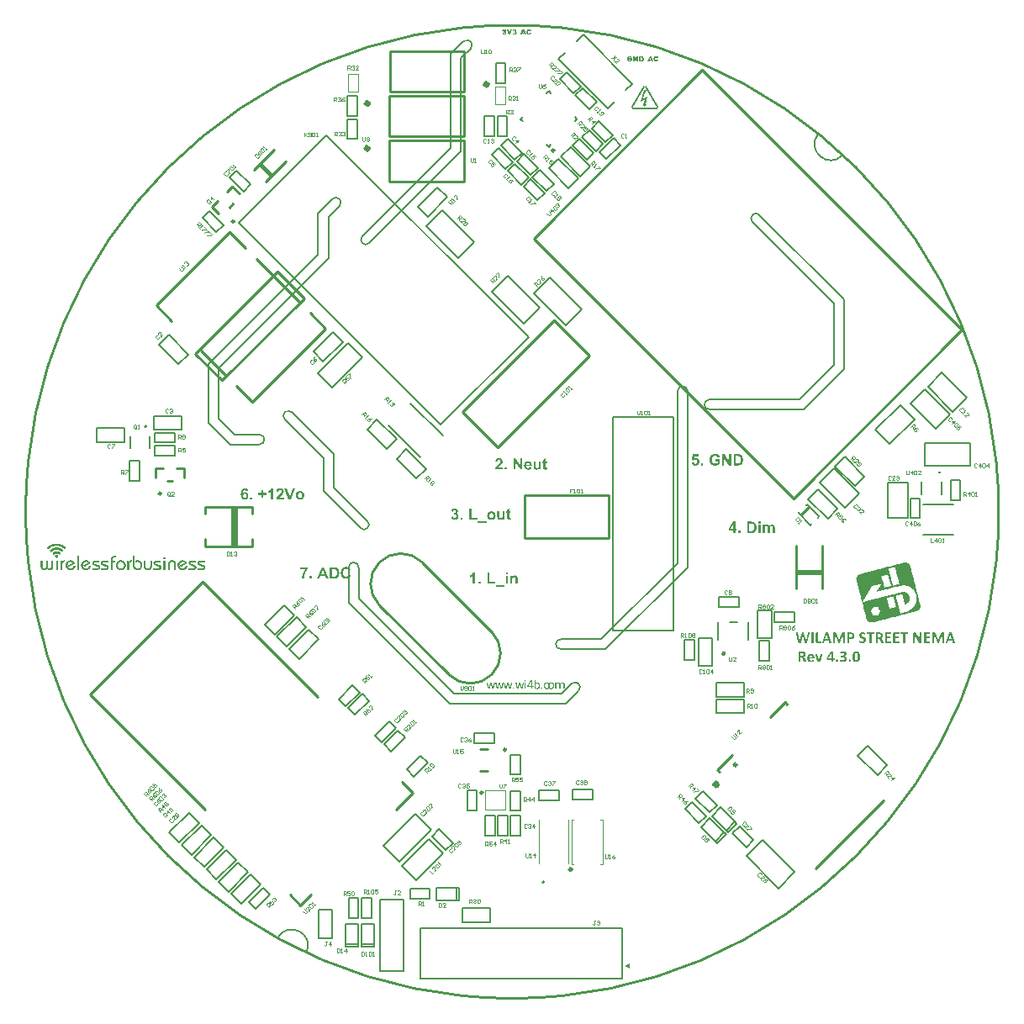
<source format=gto>
G04*
G04 #@! TF.GenerationSoftware,Altium Limited,Altium Designer,20.1.14 (287)*
G04*
G04 Layer_Color=65535*
%FSLAX44Y44*%
%MOMM*%
G71*
G04*
G04 #@! TF.SameCoordinates,26D83F00-FBC8-424C-8E9F-EDBCECB59CF3*
G04*
G04*
G04 #@! TF.FilePolarity,Positive*
G04*
G01*
G75*
%ADD10C,0.3400*%
%ADD11C,0.2400*%
%ADD12C,0.2000*%
%ADD13C,0.4000*%
%ADD14C,0.1669*%
%ADD15C,0.3500*%
%ADD16C,0.2540*%
%ADD17C,0.5000*%
%ADD18C,0.3810*%
%ADD19C,0.1000*%
%ADD20C,0.1270*%
%ADD21C,0.0500*%
%ADD22C,0.1500*%
%ADD23C,0.1200*%
%ADD24C,0.2140*%
%ADD25C,0.0900*%
G04:AMPARAMS|DCode=26|XSize=0.254mm|YSize=1.25mm|CornerRadius=0mm|HoleSize=0mm|Usage=FLASHONLY|Rotation=315.000|XOffset=0mm|YOffset=0mm|HoleType=Round|Shape=Rectangle|*
%AMROTATEDRECTD26*
4,1,4,-0.5317,-0.3521,0.3521,0.5317,0.5317,0.3521,-0.3521,-0.5317,-0.5317,-0.3521,0.0*
%
%ADD26ROTATEDRECTD26*%

G04:AMPARAMS|DCode=27|XSize=0.381mm|YSize=1.7mm|CornerRadius=0mm|HoleSize=0mm|Usage=FLASHONLY|Rotation=45.000|XOffset=0mm|YOffset=0mm|HoleType=Round|Shape=Rectangle|*
%AMROTATEDRECTD27*
4,1,4,0.4663,-0.7357,-0.7357,0.4663,-0.4663,0.7357,0.7357,-0.4663,0.4663,-0.7357,0.0*
%
%ADD27ROTATEDRECTD27*%

%ADD28R,2.6000X0.5080*%
%ADD29R,0.7620X3.9400*%
G36*
X130789Y415455D02*
X135994Y418395D01*
X133898Y410690D01*
X134912Y410555D01*
X132783Y407344D01*
X131769Y411095D01*
X132851Y410892D01*
X132986Y415218D01*
X129032Y413258D01*
X132276Y424511D01*
X134777D01*
X130789Y415455D01*
D02*
G37*
G36*
X-458997Y-32099D02*
X-456711Y-32099D01*
X-456521Y-32290D01*
X-456139D01*
Y-32480D01*
X-455187D01*
Y-32671D01*
X-454806D01*
Y-32861D01*
X-454044D01*
Y-33052D01*
X-453853Y-33052D01*
Y-33242D01*
X-453473D01*
Y-33433D01*
X-453092D01*
X-453092Y-33623D01*
X-452710D01*
Y-33814D01*
X-452329Y-33814D01*
Y-34004D01*
X-452139D01*
Y-34195D01*
X-451758D01*
Y-34385D01*
X-451568D01*
X-451567Y-34576D01*
X-451377D01*
Y-34766D01*
X-450996D01*
Y-34957D01*
X-450806Y-34957D01*
Y-35147D01*
X-450424D01*
Y-35528D01*
X-450043D01*
Y-35719D01*
X-449853D01*
Y-36100D01*
X-449663D01*
Y-36671D01*
X-449853Y-36671D01*
Y-37052D01*
X-450043D01*
Y-37243D01*
X-450234D01*
Y-37433D01*
X-450424D01*
Y-37624D01*
X-450615D01*
X-450615Y-37814D01*
X-451186Y-37814D01*
Y-37624D01*
X-451568D01*
X-451567Y-37433D01*
X-451758D01*
X-451758Y-37243D01*
X-451949D01*
Y-37052D01*
X-452139D01*
Y-36862D01*
X-452329Y-36862D01*
Y-36671D01*
X-452710D01*
X-452710Y-36290D01*
X-453282D01*
Y-36100D01*
X-453473D01*
Y-35909D01*
X-453663Y-35909D01*
Y-35719D01*
X-454044Y-35719D01*
Y-35528D01*
X-454425D01*
X-454425Y-35338D01*
X-454997D01*
X-454996Y-35147D01*
X-455187D01*
Y-34957D01*
X-455949Y-34957D01*
Y-34766D01*
X-456330D01*
Y-34576D01*
X-456711D01*
Y-34385D01*
X-458616D01*
Y-34195D01*
X-459949D01*
Y-34385D01*
X-461474D01*
Y-34576D01*
X-462045D01*
Y-34766D01*
X-462426D01*
Y-34957D01*
X-463188D01*
Y-35147D01*
X-463569D01*
Y-35338D01*
X-464141D01*
Y-35528D01*
X-464331D01*
Y-35719D01*
X-464712Y-35719D01*
Y-35909D01*
X-465093Y-35909D01*
Y-36100D01*
X-465284D01*
Y-36290D01*
X-465474D01*
X-465474Y-36481D01*
X-465855D01*
Y-36671D01*
X-466236D01*
Y-36862D01*
X-466427D01*
Y-37052D01*
X-466617D01*
Y-37243D01*
X-466808D01*
Y-37433D01*
X-466998D01*
Y-37624D01*
X-467188D01*
Y-37814D01*
X-467951D01*
Y-37433D01*
X-468141D01*
Y-37243D01*
X-468332D01*
X-468331Y-37052D01*
X-468522D01*
X-468522Y-36862D01*
X-468713D01*
Y-35909D01*
X-468522D01*
Y-35719D01*
X-468331Y-35719D01*
Y-35528D01*
X-468141D01*
Y-35338D01*
X-467951D01*
Y-35147D01*
X-467760D01*
Y-34957D01*
X-467379D01*
X-467379Y-34766D01*
X-467188D01*
Y-34576D01*
X-466998D01*
Y-34385D01*
X-466808D01*
Y-34195D01*
X-466427D01*
X-466427Y-34004D01*
X-466236D01*
Y-33814D01*
X-465664D01*
X-465664Y-33433D01*
X-465093D01*
X-465093Y-33242D01*
X-464712D01*
X-464712Y-33052D01*
X-464521D01*
Y-32861D01*
X-463950Y-32861D01*
Y-32671D01*
X-463378D01*
Y-32480D01*
X-462617D01*
Y-32290D01*
X-462045D01*
Y-32099D01*
X-459378Y-32099D01*
Y-31909D01*
X-458997D01*
X-458997Y-32099D01*
D02*
G37*
G36*
X-458978Y-39846D02*
X-457645D01*
Y-40037D01*
X-456883D01*
Y-40227D01*
X-456502D01*
X-456502Y-40418D01*
X-456120Y-40418D01*
Y-40608D01*
X-455930D01*
Y-40799D01*
X-455740D01*
X-455740Y-40989D01*
X-455549D01*
Y-41370D01*
X-455168Y-41370D01*
Y-41751D01*
X-454977D01*
Y-42323D01*
X-455168D01*
Y-42513D01*
X-455359D01*
Y-42704D01*
X-455549D01*
Y-42894D01*
X-455930D01*
Y-43275D01*
X-456311D01*
Y-43466D01*
X-456502D01*
X-456502Y-43275D01*
X-457073Y-43275D01*
Y-42894D01*
X-457454D01*
Y-42704D01*
X-457645D01*
X-457645Y-42513D01*
X-457835D01*
Y-42323D01*
X-460121D01*
Y-42513D01*
X-460312D01*
X-460312Y-42704D01*
X-460692D01*
Y-42894D01*
X-461073D01*
Y-43085D01*
X-461264D01*
X-461264Y-43275D01*
X-461645D01*
Y-43466D01*
X-461836D01*
Y-43275D01*
X-462216D01*
Y-43085D01*
X-462407Y-43085D01*
Y-42704D01*
X-462598D01*
Y-42513D01*
X-462788D01*
Y-42132D01*
X-462979Y-42132D01*
Y-41751D01*
X-462788D01*
Y-41370D01*
X-462598Y-41370D01*
Y-41180D01*
X-462407Y-41180D01*
Y-40799D01*
X-461836D01*
Y-40418D01*
X-461264Y-40418D01*
X-461264Y-40227D01*
X-461073D01*
Y-40037D01*
X-460121D01*
Y-39846D01*
X-459169D01*
Y-39656D01*
X-458978D01*
Y-39846D01*
D02*
G37*
G36*
X-458787Y-36036D02*
X-456883D01*
Y-36227D01*
X-456311D01*
Y-36417D01*
X-455549D01*
Y-36608D01*
X-455168D01*
Y-36798D01*
X-454596D01*
Y-37179D01*
X-454216D01*
Y-37370D01*
X-453834Y-37370D01*
Y-37560D01*
X-453644D01*
Y-37751D01*
X-453263D01*
Y-38132D01*
X-452882D01*
Y-38513D01*
X-452501Y-38513D01*
Y-38703D01*
X-452310D01*
Y-39656D01*
X-452501D01*
Y-39846D01*
X-452691D01*
Y-40037D01*
X-452882D01*
Y-40227D01*
X-453263Y-40227D01*
Y-40608D01*
X-453834D01*
Y-40418D01*
X-454025D01*
Y-40227D01*
X-454406D01*
Y-39846D01*
X-454596D01*
Y-39656D01*
X-454977D01*
Y-39465D01*
X-455168Y-39465D01*
Y-39275D01*
X-455549D01*
X-455549Y-39084D01*
X-455740D01*
X-455740Y-38894D01*
X-456502D01*
X-456502Y-38703D01*
X-456692D01*
Y-38513D01*
X-457263Y-38513D01*
Y-38322D01*
X-460502D01*
X-460692Y-38513D01*
X-461264D01*
X-461264Y-38703D01*
X-461645D01*
Y-38894D01*
X-462216D01*
Y-39084D01*
X-462407D01*
Y-39275D01*
X-462788Y-39275D01*
Y-39465D01*
X-462979Y-39465D01*
Y-39656D01*
X-463550D01*
Y-40037D01*
X-463741D01*
Y-40227D01*
X-463931D01*
X-463931Y-40418D01*
X-464122D01*
Y-40608D01*
X-464883D01*
X-464883Y-40418D01*
X-465074D01*
Y-40037D01*
X-465265D01*
Y-39846D01*
X-465455D01*
Y-39656D01*
X-465645D01*
Y-39465D01*
X-465836Y-39465D01*
Y-38703D01*
X-465455D01*
Y-38513D01*
X-465265D01*
Y-38322D01*
X-465074Y-38322D01*
Y-38132D01*
X-464693D01*
Y-37941D01*
X-464502D01*
Y-37751D01*
X-464312D01*
Y-37560D01*
X-464122D01*
Y-37370D01*
X-463741D01*
X-463741Y-37179D01*
X-463550D01*
Y-36989D01*
X-463359Y-36989D01*
Y-36798D01*
X-462788D01*
Y-36608D01*
X-462598D01*
Y-36417D01*
X-461836D01*
Y-36227D01*
X-461455D01*
Y-36036D01*
X-459740D01*
Y-35846D01*
X-458787D01*
Y-36036D01*
D02*
G37*
G36*
X-458406Y-43466D02*
X-458026D01*
X-458026Y-43656D01*
X-457835D01*
Y-43847D01*
X-457645D01*
Y-44228D01*
X-457454D01*
X-457454Y-44418D01*
X-457263D01*
Y-45371D01*
X-457454D01*
Y-45752D01*
X-457645D01*
Y-46133D01*
X-457835D01*
Y-46323D01*
X-458216D01*
Y-46514D01*
X-458787D01*
Y-46704D01*
X-459169D01*
Y-46514D01*
X-459740D01*
Y-46323D01*
X-460121D01*
Y-46133D01*
X-460312D01*
X-460312Y-45942D01*
X-460502D01*
Y-45371D01*
X-460692D01*
Y-44609D01*
X-460502D01*
Y-44037D01*
X-460312D01*
X-460312Y-43847D01*
X-460121D01*
Y-43466D01*
X-459740D01*
Y-43275D01*
X-458406D01*
X-458406Y-43466D01*
D02*
G37*
G36*
X-350393Y-45942D02*
X-349822D01*
X-349822Y-46133D01*
X-349631D01*
Y-46514D01*
X-349440D01*
X-349440Y-47276D01*
X-349631D01*
Y-47657D01*
X-349822D01*
Y-47847D01*
X-350202D01*
Y-48038D01*
X-350965Y-48038D01*
Y-47847D01*
X-351155D01*
Y-47657D01*
X-351345D01*
Y-47466D01*
X-351536D01*
Y-47085D01*
X-351726D01*
Y-46704D01*
X-351536D01*
Y-46323D01*
X-351345D01*
Y-46133D01*
X-351155D01*
Y-45942D01*
X-350965D01*
Y-45752D01*
X-350393D01*
Y-45942D01*
D02*
G37*
G36*
X-341820Y-48990D02*
X-341440Y-48990D01*
Y-49181D01*
X-341059D01*
Y-49371D01*
X-340487D01*
Y-49562D01*
X-340297D01*
Y-49752D01*
X-340106D01*
Y-49943D01*
X-339916D01*
Y-50133D01*
X-339725D01*
Y-50324D01*
X-339534D01*
Y-50514D01*
X-339344D01*
Y-50705D01*
X-339154D01*
Y-51276D01*
X-338963Y-51276D01*
Y-51657D01*
X-338773D01*
Y-58706D01*
X-340487D01*
Y-52610D01*
X-340677D01*
Y-51848D01*
X-340868Y-51848D01*
Y-51657D01*
X-341059D01*
Y-51467D01*
X-341249D01*
Y-51086D01*
X-341630D01*
Y-50895D01*
X-342011D01*
Y-50705D01*
X-342392D01*
Y-50514D01*
X-343344D01*
Y-50705D01*
X-343726Y-50705D01*
Y-50895D01*
X-344106Y-50895D01*
Y-51086D01*
X-344487D01*
Y-51467D01*
X-344678D01*
Y-51657D01*
X-344869D01*
Y-51848D01*
X-345059D01*
Y-58706D01*
X-346964D01*
X-346964Y-51657D01*
X-346773D01*
Y-51276D01*
X-346583D01*
X-346583Y-50705D01*
X-346202Y-50705D01*
X-346202Y-50324D01*
X-346012D01*
Y-50133D01*
X-345821D01*
Y-49943D01*
X-345630D01*
Y-49752D01*
X-345249Y-49752D01*
X-345249Y-49371D01*
X-344678D01*
X-344678Y-49181D01*
X-344297D01*
Y-48990D01*
X-343916Y-48990D01*
Y-48800D01*
X-341820D01*
Y-48990D01*
D02*
G37*
G36*
X-383159Y-50514D02*
X-383921D01*
Y-50705D01*
X-384492D01*
Y-50895D01*
X-385064D01*
Y-51276D01*
X-385445D01*
Y-51848D01*
X-385635D01*
Y-52229D01*
X-385826D01*
Y-52419D01*
X-386017D01*
Y-58706D01*
X-387921D01*
Y-48990D01*
X-386207D01*
X-386207Y-49943D01*
X-386017D01*
Y-49752D01*
X-385635D01*
Y-49371D01*
X-385255D01*
X-385255Y-49181D01*
X-384874D01*
Y-48990D01*
X-384492Y-48990D01*
Y-48800D01*
X-383159Y-48800D01*
Y-50514D01*
D02*
G37*
G36*
X-393637Y-48990D02*
X-392874D01*
Y-49181D01*
X-392684D01*
Y-49371D01*
X-391731D01*
Y-49752D01*
X-391351D01*
Y-49943D01*
X-390970D01*
X-390970Y-50324D01*
X-390588D01*
X-390588Y-50514D01*
X-390398D01*
Y-50705D01*
X-390207Y-50705D01*
Y-51086D01*
X-390017D01*
Y-51467D01*
X-389827D01*
Y-51657D01*
X-389636D01*
Y-52419D01*
X-389445D01*
Y-53372D01*
X-389255D01*
Y-53943D01*
X-389445D01*
Y-54896D01*
X-389636D01*
Y-55848D01*
X-389827D01*
Y-56229D01*
X-390017D01*
X-390017Y-56610D01*
X-390207D01*
Y-56801D01*
X-390398D01*
Y-57182D01*
X-390588D01*
Y-57372D01*
X-390779Y-57372D01*
Y-57563D01*
X-390970D01*
X-390970Y-57753D01*
X-391160D01*
X-391160Y-57944D01*
X-391541D01*
Y-58134D01*
X-391731D01*
Y-58325D01*
X-391922D01*
X-391922Y-58515D01*
X-392684D01*
Y-58706D01*
X-393065D01*
Y-58896D01*
X-395351Y-58896D01*
Y-58706D01*
X-395923D01*
Y-58515D01*
X-396494D01*
Y-58325D01*
X-396875D01*
Y-58134D01*
X-397066D01*
Y-57944D01*
X-397256D01*
Y-57753D01*
X-397637D01*
Y-57563D01*
X-397827Y-57563D01*
Y-57372D01*
X-398018D01*
Y-57182D01*
X-398209D01*
Y-56801D01*
X-398399D01*
Y-56610D01*
X-398590D01*
Y-56229D01*
X-398780D01*
X-398780Y-56039D01*
X-398970D01*
Y-55848D01*
X-399161D01*
Y-54896D01*
X-399352D01*
Y-52991D01*
X-399161D01*
Y-52038D01*
X-398970D01*
Y-51657D01*
X-398780Y-51657D01*
Y-51467D01*
X-398590D01*
Y-51086D01*
X-398399D01*
Y-50895D01*
X-398209Y-50895D01*
Y-50514D01*
X-398018D01*
Y-50324D01*
X-397827D01*
Y-50133D01*
X-397637D01*
Y-49943D01*
X-397256Y-49943D01*
Y-49752D01*
X-396875Y-49752D01*
Y-49371D01*
X-396303D01*
Y-49181D01*
X-395923D01*
Y-48990D01*
X-395541D01*
Y-48800D01*
X-393637D01*
Y-48990D01*
D02*
G37*
G36*
X-428307Y-48800D02*
Y-48990D01*
X-427926Y-48990D01*
Y-49181D01*
X-427355D01*
Y-49371D01*
X-426974D01*
X-426974Y-49562D01*
X-426783D01*
Y-49752D01*
X-426403D01*
Y-49943D01*
X-426212Y-49943D01*
Y-50133D01*
X-426021D01*
X-426021Y-50324D01*
X-425831D01*
Y-50514D01*
X-425640D01*
X-425640Y-50705D01*
X-425450D01*
Y-51086D01*
X-425260D01*
Y-51467D01*
X-425069D01*
Y-51657D01*
X-424879D01*
Y-52038D01*
X-425069D01*
Y-52229D01*
X-425640D01*
Y-52419D01*
X-425831D01*
Y-52610D01*
X-426212D01*
Y-52800D01*
X-426593D01*
X-426593Y-52991D01*
X-426783D01*
Y-53181D01*
X-427355D01*
Y-53562D01*
X-427926D01*
Y-53753D01*
X-428307D01*
X-428307Y-53943D01*
X-428689D01*
Y-54134D01*
X-428879D01*
Y-54324D01*
X-429260D01*
Y-54515D01*
X-429641D01*
Y-54705D01*
X-429832Y-54705D01*
Y-54896D01*
X-430403D01*
Y-55086D01*
X-430593D01*
Y-55277D01*
X-430975D01*
Y-55467D01*
X-431356D01*
Y-55277D01*
X-431546D01*
Y-54896D01*
X-431736D01*
Y-54515D01*
X-431927D01*
Y-54324D01*
X-432118D01*
Y-53943D01*
X-431736D01*
Y-53753D01*
X-431356D01*
X-431356Y-53562D01*
X-431165Y-53562D01*
Y-53372D01*
X-430593D01*
Y-53181D01*
X-430213D01*
X-430213Y-52991D01*
X-429832D01*
Y-52800D01*
X-429641Y-52800D01*
Y-52610D01*
X-429450Y-52610D01*
Y-52419D01*
X-428879D01*
Y-52229D01*
X-428689D01*
Y-52038D01*
X-428117D01*
Y-51848D01*
X-427926D01*
Y-51657D01*
X-427546Y-51657D01*
Y-51467D01*
X-427355D01*
Y-51276D01*
X-427736D01*
Y-51086D01*
X-427926D01*
Y-50895D01*
X-428498Y-50895D01*
X-428498Y-50705D01*
X-429070D01*
Y-50514D01*
X-430022D01*
Y-50705D01*
X-430593D01*
Y-50895D01*
X-431165D01*
X-431165Y-51086D01*
X-431356D01*
X-431356Y-51276D01*
X-431546D01*
Y-51467D01*
X-431736D01*
Y-51657D01*
X-431927Y-51657D01*
Y-51848D01*
X-432118D01*
X-432118Y-52229D01*
X-432308D01*
Y-52800D01*
X-432499D01*
Y-54705D01*
X-432308D01*
X-432308Y-55467D01*
X-432118Y-55467D01*
X-432118Y-55658D01*
X-431927D01*
Y-56039D01*
X-431736Y-56039D01*
Y-56229D01*
X-431546D01*
Y-56420D01*
X-431356Y-56420D01*
Y-56610D01*
X-430975D01*
Y-56991D01*
X-430022D01*
Y-57182D01*
X-428879D01*
Y-56991D01*
X-428117Y-56991D01*
Y-56801D01*
X-427736D01*
Y-56610D01*
X-427546D01*
Y-56420D01*
X-427164Y-56420D01*
Y-56039D01*
X-426974D01*
Y-55848D01*
X-426783D01*
Y-55277D01*
X-426593D01*
Y-54896D01*
X-426403D01*
Y-54324D01*
X-426212D01*
Y-54134D01*
X-426021Y-54134D01*
Y-54324D01*
X-424497D01*
Y-54896D01*
X-424688D01*
Y-55848D01*
X-424879D01*
Y-56229D01*
X-425069D01*
Y-56420D01*
X-425260Y-56420D01*
Y-56801D01*
X-425450D01*
Y-57182D01*
X-425640D01*
Y-57372D01*
X-425831D01*
Y-57563D01*
X-426021D01*
Y-57753D01*
X-426403D01*
Y-57944D01*
X-426593D01*
X-426593Y-58134D01*
X-426974D01*
Y-58325D01*
X-427164Y-58325D01*
Y-58515D01*
X-427926Y-58515D01*
Y-58706D01*
X-428307D01*
X-428307Y-58896D01*
X-430784Y-58896D01*
Y-58706D01*
X-431165D01*
X-431165Y-58515D01*
X-431736Y-58515D01*
Y-58325D01*
X-432118Y-58325D01*
Y-58134D01*
X-432308D01*
X-432308Y-57944D01*
X-432499D01*
Y-57753D01*
X-432879D01*
Y-57563D01*
X-433070D01*
Y-57372D01*
X-433260Y-57372D01*
Y-57182D01*
X-433451D01*
Y-56801D01*
X-433642D01*
Y-56610D01*
X-433832Y-56610D01*
Y-56229D01*
X-434022D01*
Y-55848D01*
X-434213D01*
Y-54896D01*
X-434403D01*
Y-52800D01*
X-434213Y-52800D01*
Y-51848D01*
X-434022D01*
X-434022Y-51657D01*
X-433832D01*
Y-51086D01*
X-433642D01*
Y-50895D01*
X-433451Y-50895D01*
Y-50514D01*
X-433260D01*
Y-50324D01*
X-432879D01*
Y-50133D01*
X-432689D01*
Y-49943D01*
X-432499Y-49943D01*
Y-49752D01*
X-432118D01*
X-432118Y-49371D01*
X-431546D01*
Y-49181D01*
X-431165D01*
X-431165Y-48990D01*
X-430593D01*
Y-48800D01*
X-428307Y-48800D01*
D02*
G37*
G36*
X-450596Y-50514D02*
X-451358D01*
Y-50705D01*
X-451930D01*
X-451930Y-50895D01*
X-452310D01*
Y-51086D01*
X-452501D01*
Y-51276D01*
X-452882D01*
Y-51848D01*
X-453073D01*
Y-52038D01*
X-453263D01*
Y-52991D01*
X-453453D01*
Y-58706D01*
X-455168D01*
Y-48990D01*
X-453644Y-48990D01*
Y-50133D01*
X-453453D01*
Y-49752D01*
X-453073D01*
Y-49371D01*
X-452501D01*
Y-49181D01*
X-452310D01*
Y-48990D01*
X-451930D01*
X-451930Y-48800D01*
X-450596D01*
Y-50514D01*
D02*
G37*
G36*
X-310007Y-49181D02*
X-309816D01*
Y-50705D01*
X-310007Y-50705D01*
Y-50895D01*
X-315151D01*
X-315151Y-51086D01*
X-315341D01*
Y-51276D01*
X-315532Y-51276D01*
Y-51848D01*
X-315341Y-51848D01*
Y-52038D01*
X-315151D01*
X-315151Y-52229D01*
X-314960D01*
Y-52419D01*
X-314389D01*
Y-52610D01*
X-313817D01*
Y-52800D01*
X-313436D01*
Y-52991D01*
X-312484D01*
Y-53181D01*
X-312103D01*
Y-53372D01*
X-311341D01*
X-311341Y-53562D01*
X-311150D01*
Y-53753D01*
X-310769Y-53753D01*
Y-53943D01*
X-310578D01*
Y-54134D01*
X-310198D01*
X-310198Y-54324D01*
X-310007D01*
Y-54515D01*
X-309816Y-54515D01*
X-309816Y-55086D01*
X-309626D01*
Y-55277D01*
X-309436D01*
Y-56801D01*
X-309626D01*
Y-57182D01*
X-309816D01*
Y-57563D01*
X-310007Y-57563D01*
Y-57753D01*
X-310198D01*
X-310198Y-57944D01*
X-310388D01*
Y-58134D01*
X-310578D01*
Y-58325D01*
X-310769D01*
Y-58515D01*
X-311912Y-58515D01*
Y-58706D01*
X-317437D01*
Y-56991D01*
X-311721D01*
Y-56801D01*
X-311531D01*
Y-56610D01*
X-311341D01*
X-311341Y-55658D01*
X-311531D01*
Y-55467D01*
X-311721D01*
Y-55277D01*
X-312484D01*
Y-55086D01*
X-312864D01*
Y-54896D01*
X-313626D01*
Y-54705D01*
X-314007D01*
X-314007Y-54515D01*
X-314960Y-54515D01*
Y-54324D01*
X-315151D01*
X-315151Y-54134D01*
X-315341D01*
Y-53943D01*
X-315912D01*
Y-53753D01*
X-316294D01*
Y-53562D01*
X-316674D01*
Y-53181D01*
X-317055D01*
Y-52610D01*
X-317246D01*
Y-52038D01*
X-317437D01*
Y-51086D01*
X-317246D01*
Y-50514D01*
X-317055D01*
Y-50133D01*
X-316865D01*
X-316865Y-49943D01*
X-316674D01*
Y-49752D01*
X-316294D01*
Y-49562D01*
X-316103D01*
X-316103Y-49371D01*
X-315341D01*
Y-49181D01*
X-314389D01*
Y-48990D01*
X-310007D01*
Y-49181D01*
D02*
G37*
G36*
X-415925Y-50895D02*
X-421259Y-50895D01*
Y-51086D01*
X-421450D01*
Y-51467D01*
X-421640D01*
Y-51657D01*
X-421450Y-51657D01*
Y-52038D01*
X-421259D01*
Y-52229D01*
X-421068D01*
Y-52419D01*
X-420307D01*
Y-52610D01*
X-419925D01*
X-419925Y-52800D01*
X-419544D01*
Y-52991D01*
X-418592D01*
Y-53181D01*
X-418021D01*
Y-53372D01*
X-417449D01*
Y-53562D01*
X-417258D01*
X-417258Y-53753D01*
X-416687D01*
Y-53943D01*
X-416497D01*
X-416497Y-54134D01*
X-416306D01*
Y-54324D01*
X-416115D01*
Y-54515D01*
X-415925D01*
Y-54705D01*
X-415734Y-54705D01*
Y-55086D01*
X-415544D01*
X-415544Y-56039D01*
X-415354D01*
X-415354Y-56229D01*
X-415544D01*
X-415544Y-56991D01*
X-415734D01*
Y-57563D01*
X-415925D01*
Y-57753D01*
X-416115D01*
Y-57944D01*
X-416306D01*
Y-58134D01*
X-416687D01*
Y-58325D01*
X-416878Y-58325D01*
Y-58515D01*
X-417830Y-58515D01*
Y-58706D01*
X-423354D01*
Y-56991D01*
X-417830D01*
Y-56801D01*
X-417640D01*
Y-56610D01*
X-417449D01*
Y-55658D01*
X-417640Y-55658D01*
Y-55467D01*
X-417830Y-55467D01*
Y-55277D01*
X-418401D01*
Y-55086D01*
X-418783D01*
X-418783Y-54896D01*
X-419544D01*
Y-54705D01*
X-420116D01*
Y-54515D01*
X-420878D01*
Y-54324D01*
X-421259D01*
Y-54134D01*
X-421450D01*
Y-53943D01*
X-422021D01*
Y-53753D01*
X-422211D01*
Y-53562D01*
X-422593Y-53562D01*
Y-53372D01*
X-422783D01*
Y-53181D01*
X-422974D01*
Y-52991D01*
X-423164D01*
Y-52419D01*
X-423354D01*
Y-50705D01*
X-423164Y-50705D01*
Y-50133D01*
X-422974D01*
Y-49943D01*
X-422783D01*
X-422783Y-49752D01*
X-422402D01*
Y-49562D01*
X-422211D01*
Y-49371D01*
X-421450D01*
Y-49181D01*
X-420497D01*
Y-48990D01*
X-415925Y-48990D01*
Y-50895D01*
D02*
G37*
G36*
X-318770Y-50895D02*
X-324104Y-50895D01*
Y-51276D01*
X-324295D01*
Y-51848D01*
X-324104D01*
X-324104Y-52229D01*
X-323723D01*
Y-52419D01*
X-323152D01*
Y-52610D01*
X-322771Y-52610D01*
X-322771Y-52800D01*
X-322389D01*
Y-52991D01*
X-321437D01*
Y-53181D01*
X-320866D01*
Y-53372D01*
X-320103D01*
Y-53562D01*
X-319913D01*
X-319913Y-53753D01*
X-319532D01*
Y-53943D01*
X-319342D01*
Y-54134D01*
X-319151D01*
Y-54324D01*
X-318770D01*
Y-54705D01*
X-318580D01*
Y-55086D01*
X-318389D01*
Y-55467D01*
X-318199Y-55467D01*
Y-56610D01*
X-318389Y-56610D01*
Y-57182D01*
X-318580D01*
Y-57372D01*
X-318770D01*
Y-57753D01*
X-318960D01*
X-318960Y-57944D01*
X-319151D01*
Y-58134D01*
X-319532D01*
Y-58515D01*
X-320675D01*
Y-58706D01*
X-326199D01*
Y-56991D01*
X-320675D01*
X-320675Y-56801D01*
X-320294D01*
Y-56229D01*
X-320103D01*
Y-56039D01*
X-320294Y-56039D01*
Y-55467D01*
X-320675Y-55467D01*
Y-55277D01*
X-321246D01*
Y-55086D01*
X-321628Y-55086D01*
Y-54896D01*
X-322389D01*
Y-54705D01*
X-322961D01*
Y-54515D01*
X-323723Y-54515D01*
Y-54324D01*
X-323913D01*
Y-54134D01*
X-324295D01*
Y-53943D01*
X-324675D01*
Y-53753D01*
X-325056Y-53753D01*
Y-53562D01*
X-325438D01*
X-325438Y-53372D01*
X-325628D01*
X-325628Y-53181D01*
X-325818D01*
Y-52800D01*
X-326009Y-52800D01*
X-326009Y-52229D01*
X-326199D01*
Y-50895D01*
X-326009Y-50895D01*
X-326009Y-50324D01*
X-325818D01*
Y-50133D01*
X-325628D01*
Y-49752D01*
X-325247D01*
Y-49562D01*
X-325056D01*
X-325056Y-49371D01*
X-324295D01*
Y-49181D01*
X-323342D01*
Y-48990D01*
X-318770D01*
Y-50895D01*
D02*
G37*
G36*
X-331152Y-48990D02*
X-330581D01*
Y-49181D01*
X-330200D01*
Y-49371D01*
X-329819D01*
Y-49562D01*
X-329438D01*
Y-49752D01*
X-329057D01*
Y-49943D01*
X-328867Y-49943D01*
Y-50324D01*
X-328485D01*
X-328485Y-50705D01*
X-328295D01*
X-328295Y-50895D01*
X-328105D01*
Y-51276D01*
X-327914D01*
Y-51657D01*
X-327533Y-51657D01*
Y-52038D01*
X-327914D01*
X-327914Y-52229D01*
X-328485D01*
X-328485Y-52610D01*
X-329057D01*
Y-52800D01*
X-329438D01*
Y-52991D01*
X-329628D01*
Y-53181D01*
X-330009D01*
Y-53372D01*
X-330200D01*
Y-53562D01*
X-330771D01*
Y-53753D01*
X-330962Y-53753D01*
Y-53943D01*
X-331534D01*
Y-54134D01*
X-331724D01*
X-331724Y-54324D01*
X-332105D01*
Y-54515D01*
X-332486D01*
Y-54705D01*
X-332677D01*
Y-54896D01*
X-333248D01*
X-333248Y-55086D01*
X-333438D01*
Y-55277D01*
X-333820D01*
Y-55467D01*
X-334201Y-55467D01*
Y-55277D01*
X-334391D01*
Y-54896D01*
X-334581D01*
Y-54515D01*
X-334772Y-54515D01*
X-334772Y-54134D01*
X-334963D01*
Y-53943D01*
X-334581D01*
Y-53753D01*
X-334010Y-53753D01*
Y-53562D01*
X-333820D01*
Y-53372D01*
X-333438D01*
Y-53181D01*
X-333058D01*
Y-52991D01*
X-332677D01*
Y-52800D01*
X-332486D01*
Y-52610D01*
X-332295D01*
Y-52419D01*
X-331724D01*
X-331724Y-52229D01*
X-331343D01*
Y-52038D01*
X-330962D01*
Y-51848D01*
X-330771Y-51848D01*
Y-51657D01*
X-330200D01*
Y-51276D01*
X-330391D01*
Y-51086D01*
X-330771D01*
Y-50895D01*
X-331343D01*
Y-50705D01*
X-331914Y-50705D01*
X-331914Y-50514D01*
X-332677D01*
Y-50705D01*
X-333438Y-50705D01*
Y-50895D01*
X-333820D01*
Y-51086D01*
X-334201D01*
Y-51276D01*
X-334391D01*
Y-51467D01*
X-334581D01*
Y-51657D01*
X-334772D01*
X-334772Y-52038D01*
X-334963D01*
Y-52229D01*
X-335153D01*
X-335153Y-53181D01*
X-335344D01*
Y-54515D01*
X-335153Y-54515D01*
Y-55277D01*
X-334963D01*
Y-55658D01*
X-334772D01*
X-334772Y-56039D01*
X-334581D01*
Y-56229D01*
X-334391D01*
Y-56420D01*
X-334010D01*
Y-56610D01*
X-333820D01*
Y-56801D01*
X-333629D01*
Y-56991D01*
X-332677D01*
X-332677Y-57182D01*
X-331724D01*
Y-56991D01*
X-330771D01*
X-330771Y-56801D01*
X-330391D01*
Y-56420D01*
X-330009D01*
Y-56039D01*
X-329628D01*
Y-55467D01*
X-329438D01*
X-329438Y-55086D01*
X-329248D01*
Y-54705D01*
X-329057D01*
Y-54134D01*
X-328867D01*
Y-54324D01*
X-327152D01*
Y-54515D01*
X-327342D01*
Y-55277D01*
X-327533D01*
Y-56039D01*
X-327724D01*
Y-56229D01*
X-327914D01*
Y-56610D01*
X-328105Y-56610D01*
Y-56991D01*
X-328295D01*
X-328295Y-57182D01*
X-328485D01*
Y-57372D01*
X-328676Y-57372D01*
Y-57563D01*
X-328867Y-57563D01*
Y-57753D01*
X-329057D01*
Y-57944D01*
X-329438D01*
Y-58134D01*
X-329628D01*
Y-58325D01*
X-329819D01*
Y-58515D01*
X-330581Y-58515D01*
Y-58706D01*
X-331152D01*
Y-58896D01*
X-333629D01*
Y-58706D01*
X-334010D01*
Y-58515D01*
X-334581D01*
Y-58325D01*
X-334963Y-58325D01*
Y-57944D01*
X-335344D01*
Y-57753D01*
X-335534D01*
Y-57563D01*
X-335915D01*
Y-57182D01*
X-336296D01*
Y-56610D01*
X-336677D01*
Y-56039D01*
X-336867D01*
Y-55658D01*
X-337058Y-55658D01*
Y-55277D01*
X-337248D01*
Y-52419D01*
X-337058D01*
Y-52038D01*
X-336867D01*
Y-51657D01*
X-336677D01*
X-336677Y-51086D01*
X-336487D01*
Y-50895D01*
X-336296D01*
Y-50705D01*
X-336105D01*
Y-50514D01*
X-335915D01*
Y-50324D01*
X-335724D01*
Y-50133D01*
X-335534D01*
Y-49943D01*
X-335344D01*
Y-49752D01*
X-334963D01*
Y-49562D01*
X-334772D01*
Y-49371D01*
X-334201D01*
Y-49181D01*
X-333820D01*
Y-48990D01*
X-333438D01*
Y-48800D01*
X-331152D01*
Y-48990D01*
D02*
G37*
G36*
X-380682Y-54515D02*
X-380492Y-54515D01*
Y-55086D01*
X-380302D01*
Y-55277D01*
X-380111D01*
Y-55848D01*
X-379921D01*
Y-56039D01*
X-379730D01*
X-379730Y-56420D01*
X-379349D01*
Y-56610D01*
X-379159Y-56610D01*
Y-56801D01*
X-378778D01*
X-378778Y-56991D01*
X-378016D01*
Y-57182D01*
X-377253D01*
Y-56991D01*
X-376110D01*
Y-56801D01*
X-375920D01*
X-375920Y-56610D01*
X-375729D01*
Y-56420D01*
X-375539Y-56420D01*
Y-56229D01*
X-375349D01*
X-375349Y-56039D01*
X-374967D01*
X-374967Y-55658D01*
X-374777D01*
Y-55086D01*
X-374586D01*
Y-53943D01*
X-374396D01*
Y-53753D01*
X-374586Y-53753D01*
Y-52419D01*
X-374777D01*
X-374777Y-52229D01*
X-374967D01*
X-374967Y-51848D01*
X-375158D01*
Y-51657D01*
X-375349Y-51657D01*
Y-51467D01*
X-375539D01*
Y-51276D01*
X-375729D01*
X-375729Y-51086D01*
X-375920D01*
X-375920Y-50895D01*
X-376492D01*
Y-50705D01*
X-377253D01*
Y-50514D01*
X-378016D01*
Y-50705D01*
X-378587D01*
Y-50895D01*
X-379349Y-50895D01*
Y-51086D01*
X-379539D01*
X-379539Y-51276D01*
X-379921D01*
Y-49371D01*
X-379539D01*
X-379539Y-49181D01*
X-378968D01*
Y-48990D01*
X-378587Y-48990D01*
Y-48800D01*
X-376301Y-48800D01*
Y-48990D01*
X-375729D01*
Y-49181D01*
X-375539D01*
Y-49371D01*
X-374777D01*
Y-49752D01*
X-374396Y-49752D01*
Y-49943D01*
X-374206Y-49943D01*
Y-50133D01*
X-374015D01*
Y-50324D01*
X-373825D01*
Y-50514D01*
X-373634D01*
Y-50705D01*
X-373443D01*
Y-51086D01*
X-373253D01*
Y-51276D01*
X-373063D01*
Y-51848D01*
X-372872D01*
X-372872Y-52229D01*
X-372682D01*
Y-55086D01*
X-372872D01*
Y-55467D01*
X-373063Y-55467D01*
Y-56229D01*
X-373253D01*
Y-56420D01*
X-373443D01*
Y-56801D01*
X-373634D01*
Y-57182D01*
X-374015D01*
Y-57563D01*
X-374396Y-57563D01*
Y-57944D01*
X-374777D01*
X-374777Y-58134D01*
X-374967D01*
Y-58325D01*
X-375349Y-58325D01*
Y-58515D01*
X-375920Y-58515D01*
X-375920Y-58706D01*
X-376492D01*
Y-58896D01*
X-378587D01*
Y-58706D01*
X-378968D01*
Y-58515D01*
X-379730D01*
X-379730Y-58325D01*
X-379921D01*
Y-58134D01*
X-380302D01*
Y-57944D01*
X-380492D01*
X-380492Y-57753D01*
X-380873D01*
Y-57563D01*
X-381063D01*
Y-57372D01*
X-381254Y-57372D01*
Y-56991D01*
X-381445D01*
X-381445Y-56801D01*
X-381635D01*
Y-56420D01*
X-381825D01*
Y-56229D01*
X-382016D01*
Y-55848D01*
X-382206D01*
Y-54896D01*
X-382397D01*
X-382397Y-44609D01*
X-380682D01*
Y-54515D01*
D02*
G37*
G36*
X-443928Y-48990D02*
X-443357D01*
Y-49181D01*
X-442976D01*
Y-49371D01*
X-442595D01*
Y-49562D01*
X-442214D01*
Y-49752D01*
X-441833Y-49752D01*
Y-49943D01*
X-441642D01*
Y-50324D01*
X-441261D01*
X-441261Y-50705D01*
X-441071D01*
Y-50895D01*
X-440881D01*
Y-51086D01*
X-440690D01*
Y-51657D01*
X-440309D01*
Y-52038D01*
X-440690D01*
Y-52229D01*
X-441071D01*
Y-52419D01*
X-441261D01*
Y-52610D01*
X-441833D01*
Y-52800D01*
X-442024Y-52800D01*
Y-52991D01*
X-442214D01*
X-442214Y-53181D01*
X-442785D01*
X-442785Y-53372D01*
X-442976D01*
Y-53562D01*
X-443357D01*
X-443357Y-53753D01*
X-443738D01*
Y-53943D01*
X-444310D01*
X-444310Y-54134D01*
X-444500D01*
Y-54324D01*
X-444691D01*
Y-54515D01*
X-445262D01*
Y-54705D01*
X-445452D01*
Y-54896D01*
X-445834D01*
Y-55086D01*
X-446214D01*
Y-55277D01*
X-446595D01*
Y-55467D01*
X-446977Y-55467D01*
Y-55277D01*
X-447167D01*
Y-54705D01*
X-447357D01*
Y-54515D01*
X-447548D01*
Y-53943D01*
X-447357D01*
Y-53753D01*
X-446786D01*
Y-53562D01*
X-446595D01*
Y-53372D01*
X-446214D01*
Y-53181D01*
X-445834D01*
Y-52991D01*
X-445452D01*
Y-52800D01*
X-445071Y-52800D01*
Y-52610D01*
X-444881D01*
Y-52419D01*
X-444500D01*
Y-52229D01*
X-444119D01*
Y-52038D01*
X-443738D01*
Y-51848D01*
X-443548D01*
Y-51657D01*
X-442976D01*
Y-51276D01*
X-443167D01*
Y-51086D01*
X-443548D01*
Y-50895D01*
X-444119D01*
Y-50705D01*
X-444691D01*
Y-50514D01*
X-445452D01*
Y-50705D01*
X-446214D01*
X-446214Y-50895D01*
X-446595D01*
Y-51086D01*
X-446977D01*
Y-51276D01*
X-447167D01*
X-447167Y-51467D01*
X-447357D01*
Y-51657D01*
X-447548Y-51657D01*
Y-52038D01*
X-447738D01*
Y-52229D01*
X-447929D01*
X-447929Y-53181D01*
X-448120D01*
Y-54324D01*
X-447929D01*
Y-55277D01*
X-447738D01*
Y-55658D01*
X-447548D01*
Y-56039D01*
X-447167Y-56039D01*
Y-56420D01*
X-446786Y-56420D01*
Y-56610D01*
X-446595D01*
Y-56801D01*
X-446405D01*
Y-56991D01*
X-445452D01*
Y-57182D01*
X-444500D01*
Y-56991D01*
X-443548D01*
Y-56801D01*
X-443167D01*
Y-56420D01*
X-442785Y-56420D01*
Y-56039D01*
X-442405D01*
X-442405Y-55658D01*
X-442214Y-55658D01*
X-442214Y-55086D01*
X-442024D01*
Y-54705D01*
X-441833Y-54705D01*
X-441833Y-54134D01*
X-441642D01*
Y-54324D01*
X-439928D01*
Y-54515D01*
X-440118D01*
Y-55277D01*
X-440309D01*
Y-56039D01*
X-440499D01*
Y-56229D01*
X-440690D01*
Y-56801D01*
X-440881D01*
X-440881Y-56991D01*
X-441071D01*
Y-57182D01*
X-441261D01*
Y-57372D01*
X-441452Y-57372D01*
X-441452Y-57563D01*
X-441642D01*
Y-57753D01*
X-441833D01*
Y-57944D01*
X-442214Y-57944D01*
Y-58134D01*
X-442405D01*
Y-58325D01*
X-442595D01*
Y-58515D01*
X-443357D01*
Y-58706D01*
X-443928D01*
Y-58896D01*
X-446405D01*
Y-58706D01*
X-446786D01*
Y-58515D01*
X-447357D01*
Y-58325D01*
X-447548D01*
Y-58134D01*
X-447738D01*
Y-57944D01*
X-448120D01*
X-448120Y-57753D01*
X-448310D01*
Y-57563D01*
X-448501Y-57563D01*
Y-57372D01*
X-448691D01*
Y-57182D01*
X-449072D01*
Y-56610D01*
X-449453Y-56610D01*
Y-56039D01*
X-449644Y-56039D01*
Y-55658D01*
X-449834D01*
X-449834Y-54324D01*
X-450024D01*
Y-53753D01*
X-449834D01*
X-449834Y-52038D01*
X-449644D01*
Y-51657D01*
X-449453Y-51657D01*
Y-51086D01*
X-449263D01*
Y-50895D01*
X-449072D01*
Y-50705D01*
X-448881Y-50705D01*
Y-50514D01*
X-448691D01*
Y-50324D01*
X-448501D01*
Y-50133D01*
X-448310D01*
Y-49943D01*
X-448120D01*
X-448120Y-49752D01*
X-447738D01*
Y-49562D01*
X-447548D01*
Y-49371D01*
X-446977D01*
Y-49181D01*
X-446595D01*
Y-48990D01*
X-446024D01*
Y-48800D01*
X-443928Y-48800D01*
Y-48990D01*
D02*
G37*
G36*
X-363157Y-55848D02*
X-363347D01*
Y-56610D01*
X-363537Y-56610D01*
Y-56801D01*
X-363728D01*
Y-57182D01*
X-363918D01*
Y-57563D01*
X-364109D01*
Y-57753D01*
X-364300D01*
Y-57944D01*
X-364680D01*
X-364680Y-58134D01*
X-364871D01*
Y-58325D01*
X-365061Y-58325D01*
Y-58515D01*
X-365633D01*
Y-58706D01*
X-366014D01*
Y-58896D01*
X-368110Y-58896D01*
Y-58706D01*
X-368490D01*
X-368490Y-58515D01*
X-369253D01*
Y-58325D01*
X-369443Y-58325D01*
Y-58134D01*
X-369633D01*
X-369633Y-57944D01*
X-370014D01*
Y-57753D01*
X-370205D01*
Y-57563D01*
X-370396D01*
Y-57372D01*
X-370586Y-57372D01*
X-370586Y-56991D01*
X-370776D01*
Y-56610D01*
X-370967Y-56610D01*
Y-55848D01*
X-371157D01*
Y-54896D01*
X-371348D01*
Y-48990D01*
X-369443D01*
X-369443Y-55658D01*
X-369253D01*
Y-55848D01*
X-369062D01*
Y-56229D01*
X-368871D01*
Y-56420D01*
X-368681Y-56420D01*
Y-56610D01*
X-368490D01*
X-368490Y-56801D01*
X-368110D01*
Y-56991D01*
X-367538Y-56991D01*
X-367538Y-57182D01*
X-366776D01*
X-366776Y-56991D01*
X-366204Y-56991D01*
Y-56801D01*
X-365824D01*
X-365824Y-56610D01*
X-365633D01*
Y-56420D01*
X-365443Y-56420D01*
Y-56039D01*
X-365252Y-56039D01*
Y-55658D01*
X-365061D01*
Y-55467D01*
X-364871D01*
Y-48990D01*
X-363157D01*
Y-55848D01*
D02*
G37*
G36*
X-354203Y-50895D02*
X-359347D01*
Y-51086D01*
X-359537D01*
Y-51276D01*
X-359728D01*
Y-52038D01*
X-359347D01*
Y-52229D01*
X-359156D01*
Y-52419D01*
X-358585D01*
Y-52610D01*
X-358204Y-52610D01*
X-358204Y-52800D01*
X-357822D01*
Y-52991D01*
X-356679D01*
X-356679Y-53181D01*
X-356298D01*
Y-53372D01*
X-355727D01*
Y-53562D01*
X-355346Y-53562D01*
X-355346Y-53753D01*
X-354775Y-53753D01*
Y-54134D01*
X-354584D01*
Y-54324D01*
X-354394D01*
Y-54515D01*
X-354203Y-54515D01*
Y-54705D01*
X-353822Y-54705D01*
Y-55467D01*
X-353632Y-55467D01*
Y-56610D01*
X-353822Y-56610D01*
Y-57372D01*
X-354012Y-57372D01*
Y-57563D01*
X-354203D01*
X-354203Y-57753D01*
X-354394D01*
X-354394Y-57944D01*
X-354584D01*
Y-58134D01*
X-354775D01*
Y-58325D01*
X-355155Y-58325D01*
X-355155Y-58515D01*
X-356108D01*
Y-58706D01*
X-361632D01*
Y-56991D01*
X-355918D01*
Y-56801D01*
X-355727D01*
Y-56420D01*
X-355536D01*
Y-55848D01*
X-355727D01*
Y-55658D01*
X-355918D01*
Y-55277D01*
X-356679D01*
Y-55086D01*
X-357061Y-55086D01*
Y-54896D01*
X-357822D01*
Y-54705D01*
X-358204D01*
X-358204Y-54515D01*
X-358965D01*
Y-54324D01*
X-359347D01*
Y-54134D01*
X-359728D01*
Y-53943D01*
X-360299D01*
Y-53562D01*
X-360680D01*
Y-53372D01*
X-360871D01*
Y-53181D01*
X-361251D01*
Y-52610D01*
X-361442D01*
Y-52229D01*
X-361632Y-52229D01*
Y-50895D01*
X-361442Y-50895D01*
Y-50514D01*
X-361251D01*
Y-50133D01*
X-361061D01*
X-361061Y-49943D01*
X-360871D01*
Y-49752D01*
X-360680Y-49752D01*
Y-49562D01*
X-360299D01*
Y-49371D01*
X-359537D01*
Y-49181D01*
X-358775D01*
Y-48990D01*
X-354203D01*
Y-50895D01*
D02*
G37*
G36*
X-462598Y-56610D02*
X-462788Y-56610D01*
Y-56991D01*
X-462979D01*
Y-57372D01*
X-463169D01*
Y-57563D01*
X-463359D01*
Y-57753D01*
X-463550D01*
Y-57944D01*
X-463741D01*
Y-58134D01*
X-463931D01*
Y-58325D01*
X-464122D01*
Y-58515D01*
X-464693D01*
X-464693Y-58706D01*
X-465074D01*
Y-58896D01*
X-466979D01*
Y-58706D01*
X-467360D01*
Y-58515D01*
X-467932D01*
Y-58325D01*
X-468122Y-58325D01*
Y-58134D01*
X-468312D01*
Y-57944D01*
X-468503D01*
X-468503Y-57753D01*
X-468694D01*
X-468694Y-57563D01*
X-468884D01*
Y-57753D01*
X-469075D01*
Y-57944D01*
X-469265Y-57944D01*
Y-58134D01*
X-469455D01*
Y-58325D01*
X-469646Y-58325D01*
X-469646Y-58515D01*
X-470218D01*
Y-58706D01*
X-470598D01*
X-470598Y-58896D01*
X-472504D01*
X-472504Y-58706D01*
X-473075D01*
Y-58515D01*
X-473456D01*
X-473456Y-58325D01*
X-473837Y-58325D01*
Y-58134D01*
X-474027D01*
Y-57944D01*
X-474218D01*
X-474218Y-57753D01*
X-474408D01*
Y-57372D01*
X-474599D01*
Y-57182D01*
X-474790D01*
Y-56610D01*
X-474980Y-56610D01*
Y-55848D01*
X-475171D01*
Y-48990D01*
X-473265D01*
Y-56039D01*
X-473075D01*
Y-56229D01*
X-472884D01*
Y-56610D01*
X-472694Y-56610D01*
Y-56801D01*
X-472504D01*
X-472504Y-56991D01*
X-471932Y-56991D01*
Y-57182D01*
X-471170D01*
Y-56991D01*
X-470598D01*
X-470598Y-56801D01*
X-470408D01*
X-470408Y-56610D01*
X-470218D01*
Y-56420D01*
X-470027Y-56420D01*
Y-56039D01*
X-469837D01*
Y-55658D01*
X-468408Y-53277D01*
X-469837Y-55277D01*
Y-48990D01*
X-467932D01*
Y-55848D01*
X-467741D01*
Y-56229D01*
X-467551D01*
Y-56610D01*
X-467360D01*
Y-56801D01*
X-467169D01*
Y-56991D01*
X-466598D01*
Y-57182D01*
X-465645D01*
X-465645Y-56991D01*
X-465074D01*
Y-56610D01*
X-464883D01*
X-464883Y-56420D01*
X-464502D01*
Y-54896D01*
X-464312D01*
Y-48990D01*
X-462598D01*
Y-56610D01*
D02*
G37*
G36*
X-349822Y-48990D02*
Y-49181D01*
X-349631D01*
Y-58515D01*
X-349822D01*
Y-58706D01*
X-351345D01*
Y-58515D01*
X-351536Y-58515D01*
Y-49181D01*
X-351345D01*
Y-48990D01*
X-349822Y-48990D01*
D02*
G37*
G36*
X-399352Y-46323D02*
X-401447D01*
Y-46514D01*
X-401637D01*
Y-46704D01*
X-402019D01*
Y-46895D01*
X-402209D01*
X-402209Y-47085D01*
X-402399D01*
Y-48990D01*
X-399733D01*
Y-50895D01*
X-402399D01*
Y-58706D01*
X-404305D01*
Y-47085D01*
X-404114D01*
Y-46704D01*
X-403923D01*
Y-46133D01*
X-403733D01*
Y-45942D01*
X-403543D01*
X-403543Y-45561D01*
X-403352D01*
Y-45371D01*
X-402971D01*
Y-45180D01*
X-402590Y-45180D01*
Y-44990D01*
X-402399D01*
Y-44799D01*
X-401447D01*
Y-44609D01*
X-399352D01*
X-399352Y-46323D01*
D02*
G37*
G36*
X-407162Y-50895D02*
X-412496D01*
X-412496Y-51276D01*
X-412687D01*
Y-52038D01*
X-412305D01*
Y-52229D01*
X-412115D01*
X-412115Y-52419D01*
X-411544D01*
Y-52610D01*
X-411162Y-52610D01*
Y-52800D01*
X-410782D01*
X-410782Y-52991D01*
X-409638D01*
Y-53181D01*
X-409258Y-53181D01*
Y-53372D01*
X-408686D01*
Y-53562D01*
X-408305Y-53562D01*
Y-53753D01*
X-407733D01*
X-407733Y-54134D01*
X-407543D01*
Y-54324D01*
X-407352D01*
Y-54515D01*
X-407162Y-54515D01*
Y-54705D01*
X-406972D01*
X-406972Y-55086D01*
X-406781D01*
Y-55658D01*
X-406590D01*
Y-56229D01*
X-406781D01*
X-406781Y-56991D01*
X-406972D01*
Y-57563D01*
X-407162D01*
Y-57753D01*
X-407352D01*
Y-57944D01*
X-407543D01*
Y-58134D01*
X-407733D01*
Y-58325D01*
X-408115D01*
Y-58515D01*
X-409067D01*
Y-58706D01*
X-414591D01*
Y-56991D01*
X-408876D01*
X-408876Y-56610D01*
X-408686D01*
Y-56420D01*
X-408495Y-56420D01*
Y-55848D01*
X-408686D01*
X-408686Y-55658D01*
X-408876D01*
Y-55277D01*
X-409638D01*
Y-55086D01*
X-410019D01*
Y-54896D01*
X-410782D01*
X-410782Y-54705D01*
X-411162D01*
Y-54515D01*
X-411925Y-54515D01*
Y-54324D01*
X-412305D01*
Y-54134D01*
X-412687D01*
X-412687Y-53943D01*
X-413258D01*
Y-53562D01*
X-413829D01*
Y-53372D01*
X-414020D01*
Y-53181D01*
X-414211D01*
Y-52610D01*
X-414401D01*
X-414401Y-52419D01*
X-414591D01*
Y-50705D01*
X-414401D01*
X-414401Y-50324D01*
X-414211D01*
Y-49943D01*
X-414020D01*
Y-49752D01*
X-413639Y-49752D01*
Y-49562D01*
X-413258D01*
Y-49371D01*
X-412687D01*
Y-49181D01*
X-411734D01*
Y-48990D01*
X-407162D01*
Y-50895D01*
D02*
G37*
G36*
X-436499Y-58706D02*
X-438214D01*
Y-44609D01*
X-436499D01*
Y-58706D01*
D02*
G37*
G36*
X-458026D02*
X-459740D01*
Y-48990D01*
X-458026D01*
Y-58706D01*
D02*
G37*
G36*
X397510Y-51562D02*
X398018D01*
Y-51816D01*
X398526D01*
Y-52070D01*
X399034D01*
Y-52578D01*
X399542D01*
Y-53086D01*
X400050D01*
Y-53340D01*
X400304D01*
Y-54356D01*
X400558D01*
Y-54864D01*
X400812D01*
Y-56388D01*
X401066D01*
Y-57150D01*
X401320D01*
Y-58420D01*
X401574D01*
Y-59182D01*
X401828D01*
Y-59690D01*
X402082D01*
Y-61214D01*
X402336D01*
Y-61722D01*
X402590D01*
Y-63246D01*
X402844D01*
Y-63754D01*
X403098D01*
Y-65278D01*
X403352D01*
Y-65786D01*
X403606D01*
Y-66548D01*
X403860D01*
Y-68072D01*
X404114D01*
Y-68580D01*
X404368D01*
Y-69850D01*
X404622D01*
Y-70612D01*
X404876D01*
Y-72136D01*
X405130D01*
Y-72644D01*
X405384D01*
Y-73406D01*
X405638D01*
Y-74676D01*
X405892D01*
Y-75438D01*
X406146D01*
Y-76962D01*
X406400D01*
Y-77470D01*
X406654D01*
Y-78740D01*
X406908D01*
Y-79502D01*
X407162D01*
Y-80264D01*
X407416D01*
Y-81534D01*
X407670D01*
Y-82296D01*
X407924D01*
Y-83566D01*
X408178D01*
Y-84328D01*
X408432D01*
Y-85852D01*
X408686D01*
Y-86360D01*
X408940D01*
Y-87122D01*
X409194D01*
Y-88392D01*
X409448D01*
Y-89154D01*
X409702D01*
Y-90424D01*
X409956D01*
Y-91186D01*
X410210D01*
Y-92456D01*
X410464D01*
Y-93218D01*
X410718D01*
Y-93726D01*
X410972D01*
Y-96520D01*
X410718D01*
Y-96774D01*
X410464D01*
Y-97282D01*
X410210D01*
Y-97790D01*
X409956D01*
Y-98044D01*
X409702D01*
Y-98298D01*
X409448D01*
Y-98552D01*
X409194D01*
Y-98806D01*
X408940D01*
Y-99060D01*
X408432D01*
Y-99314D01*
X408178D01*
Y-99568D01*
X407670D01*
Y-99822D01*
X406908D01*
Y-100076D01*
X406400D01*
Y-100330D01*
X405130D01*
Y-100584D01*
X404368D01*
Y-100838D01*
X403098D01*
Y-101092D01*
X402336D01*
Y-101346D01*
X401828D01*
Y-101600D01*
X400304D01*
Y-101854D01*
X399542D01*
Y-102108D01*
X398526D01*
Y-102362D01*
X397764D01*
Y-102616D01*
X396240D01*
Y-102870D01*
X395478D01*
Y-103124D01*
X394970D01*
Y-103378D01*
X393446D01*
Y-103632D01*
X392938D01*
Y-103886D01*
X391414D01*
Y-104140D01*
X390652D01*
Y-104394D01*
X389382D01*
Y-104648D01*
X388874D01*
Y-104902D01*
X388112D01*
Y-105156D01*
X386588D01*
Y-105410D01*
X386080D01*
Y-105664D01*
X384810D01*
Y-105918D01*
X384048D01*
Y-106172D01*
X382524D01*
Y-106426D01*
X381762D01*
Y-106680D01*
X381254D01*
Y-106934D01*
X379984D01*
Y-107188D01*
X379222D01*
Y-107442D01*
X377698D01*
Y-107696D01*
X376936D01*
Y-107950D01*
X375920D01*
Y-108204D01*
X375158D01*
Y-108458D01*
X374396D01*
Y-108712D01*
X372872D01*
Y-108966D01*
X372364D01*
Y-109220D01*
X371094D01*
Y-109474D01*
X370332D01*
Y-109728D01*
X368808D01*
Y-109982D01*
X368046D01*
Y-110236D01*
X367538D01*
Y-110490D01*
X366268D01*
Y-110744D01*
X365506D01*
Y-110998D01*
X363982D01*
Y-111252D01*
X363474D01*
Y-111506D01*
X360172D01*
Y-111252D01*
X359410D01*
Y-110998D01*
X358648D01*
Y-110744D01*
X358394D01*
Y-110490D01*
X357886D01*
Y-109982D01*
X357632D01*
Y-109728D01*
X357124D01*
Y-109220D01*
X356870D01*
Y-108712D01*
X356616D01*
Y-107442D01*
X356362D01*
Y-106680D01*
X356108D01*
Y-105410D01*
X355854D01*
Y-104648D01*
X355600D01*
Y-103886D01*
X355346D01*
Y-102616D01*
X355092D01*
Y-102108D01*
X354838D01*
Y-100584D01*
X354584D01*
Y-99822D01*
X354330D01*
Y-98552D01*
X354076D01*
Y-98044D01*
X353822D01*
Y-97282D01*
X353568D01*
Y-95758D01*
X353314D01*
Y-94996D01*
X353060D01*
Y-93726D01*
X352806D01*
Y-93218D01*
X352552D01*
Y-91694D01*
X352298D01*
Y-90932D01*
X352044D01*
Y-90170D01*
X351790D01*
Y-89154D01*
X351536D01*
Y-88392D01*
X351282D01*
Y-86868D01*
X351028D01*
Y-86106D01*
X350774D01*
Y-84836D01*
X350520D01*
Y-84328D01*
X350266D01*
Y-83566D01*
X350012D01*
Y-82042D01*
X349758D01*
Y-81280D01*
X349504D01*
Y-80010D01*
X349250D01*
Y-79502D01*
X348996D01*
Y-77978D01*
X348742D01*
Y-77216D01*
X348488D01*
Y-76708D01*
X348234D01*
Y-75438D01*
X347980D01*
Y-74676D01*
X347726D01*
Y-73152D01*
X347472D01*
Y-72644D01*
X347218D01*
Y-71120D01*
X346964D01*
Y-70612D01*
X346710D01*
Y-69850D01*
X346456D01*
Y-68326D01*
X346202D01*
Y-66802D01*
X346456D01*
Y-65532D01*
X346710D01*
Y-65278D01*
X346964D01*
Y-65024D01*
X347218D01*
Y-64516D01*
X347726D01*
Y-64008D01*
X347980D01*
Y-63754D01*
X348742D01*
Y-63500D01*
X348996D01*
Y-63246D01*
X349504D01*
Y-62992D01*
X350012D01*
Y-62738D01*
X351282D01*
Y-62484D01*
X351790D01*
Y-62230D01*
X352552D01*
Y-61976D01*
X353822D01*
Y-61722D01*
X354584D01*
Y-61468D01*
X356108D01*
Y-61214D01*
X356616D01*
Y-60960D01*
X357886D01*
Y-60706D01*
X358648D01*
Y-60452D01*
X359410D01*
Y-60198D01*
X360680D01*
Y-59944D01*
X361442D01*
Y-59690D01*
X362712D01*
Y-59436D01*
X363474D01*
Y-59182D01*
X364744D01*
Y-58928D01*
X365506D01*
Y-58674D01*
X366014D01*
Y-58420D01*
X367284D01*
Y-58166D01*
X368046D01*
Y-57912D01*
X369570D01*
Y-57658D01*
X370332D01*
Y-57404D01*
X371348D01*
Y-57150D01*
X372110D01*
Y-56896D01*
X372872D01*
Y-56642D01*
X374142D01*
Y-56388D01*
X374904D01*
Y-56134D01*
X376174D01*
Y-55880D01*
X376682D01*
Y-55626D01*
X378206D01*
Y-55372D01*
X378968D01*
Y-55118D01*
X379730D01*
Y-54864D01*
X381000D01*
Y-54610D01*
X381508D01*
Y-54356D01*
X383032D01*
Y-54102D01*
X383540D01*
Y-53848D01*
X385064D01*
Y-53594D01*
X385826D01*
Y-53340D01*
X386334D01*
Y-53086D01*
X387604D01*
Y-52832D01*
X388366D01*
Y-52578D01*
X389890D01*
Y-52324D01*
X390398D01*
Y-52070D01*
X391668D01*
Y-51816D01*
X392430D01*
Y-51562D01*
X393192D01*
Y-51308D01*
X397510D01*
Y-51562D01*
D02*
G37*
G36*
X19874Y-175387D02*
X21208D01*
Y-176339D01*
X19874D01*
Y-178435D01*
X18731D01*
Y-176339D01*
X14731D01*
Y-175196D01*
X14921D01*
X14921Y-174816D01*
X15302D01*
Y-174435D01*
X15493D01*
Y-174053D01*
X15683D01*
Y-173673D01*
X15874D01*
Y-173482D01*
X16064D01*
Y-173101D01*
X16255D01*
Y-172910D01*
X16445D01*
Y-172720D01*
X16636Y-172720D01*
Y-172148D01*
X17017D01*
Y-171768D01*
X17207D01*
Y-171387D01*
X17398D01*
Y-171005D01*
X17588Y-171005D01*
Y-170815D01*
X17779D01*
X17779Y-170625D01*
X17969D01*
Y-170243D01*
X18160D01*
Y-170053D01*
X18350Y-170053D01*
Y-169672D01*
X19874D01*
Y-175387D01*
D02*
G37*
G36*
X13207Y-171005D02*
X12064D01*
Y-169672D01*
X13207D01*
Y-171005D01*
D02*
G37*
G36*
X39877Y-171958D02*
X40448D01*
Y-172148D01*
X40829D01*
Y-172530D01*
X41020D01*
Y-172720D01*
X41210D01*
X41210Y-172910D01*
X41401Y-172910D01*
Y-173101D01*
X41591D01*
Y-173291D01*
X41782D01*
X41782Y-174244D01*
X41972D01*
Y-176149D01*
X41782D01*
X41782Y-177101D01*
X41591D01*
Y-177292D01*
X41401D01*
Y-177482D01*
X41210Y-177482D01*
X41210Y-177673D01*
X41020D01*
Y-177864D01*
X40829D01*
Y-178244D01*
X40448D01*
Y-178435D01*
X39877D01*
Y-178626D01*
X37972D01*
Y-178435D01*
X37591Y-178435D01*
Y-178244D01*
X37210D01*
Y-178054D01*
X37019D01*
X37019Y-177864D01*
X36829D01*
Y-177673D01*
X36638Y-177673D01*
Y-177482D01*
X36448D01*
X36448Y-178244D01*
X36257D01*
Y-178435D01*
X35686D01*
Y-178626D01*
X33590Y-178626D01*
X33590Y-178435D01*
X33019D01*
Y-178244D01*
X32638D01*
Y-177864D01*
X32257D01*
Y-177482D01*
X32066D01*
Y-177292D01*
X31685D01*
X31685Y-176530D01*
X31495D01*
Y-175958D01*
X31304D01*
Y-174435D01*
X31495D01*
Y-173863D01*
X31685Y-173863D01*
Y-173101D01*
X32066D01*
Y-172910D01*
X32257D01*
Y-172530D01*
X32638D01*
Y-172148D01*
X33209D01*
Y-171958D01*
X33590Y-171958D01*
Y-171768D01*
X35686D01*
X35686Y-171958D01*
X36257D01*
Y-172148D01*
X36448D01*
Y-172910D01*
X36638Y-172910D01*
X36638Y-172720D01*
X36829D01*
Y-172530D01*
X37019D01*
Y-172339D01*
X37210Y-172339D01*
Y-172148D01*
X37591D01*
Y-171958D01*
X37972Y-171958D01*
Y-171768D01*
X39877D01*
Y-171958D01*
D02*
G37*
G36*
X51116Y-171958D02*
X51497D01*
Y-172148D01*
X51878D01*
Y-172720D01*
X52259Y-172720D01*
Y-173101D01*
X52450D01*
X52450Y-178435D01*
X51307Y-178435D01*
Y-173482D01*
X51116D01*
Y-173291D01*
X50926D01*
Y-172910D01*
X50164Y-172910D01*
Y-172720D01*
X49973Y-172720D01*
Y-172910D01*
X49211D01*
Y-173101D01*
X48830D01*
Y-173482D01*
X48640D01*
Y-173673D01*
X48449Y-173673D01*
Y-178435D01*
X47306D01*
Y-174435D01*
X47116D01*
Y-173673D01*
X46925Y-173673D01*
Y-173101D01*
X46735D01*
Y-172910D01*
X45973D01*
Y-172720D01*
X45782D01*
X45782Y-172910D01*
X44830D01*
X44830Y-173291D01*
X44449D01*
Y-173673D01*
X44258D01*
Y-174244D01*
X44068D01*
Y-178435D01*
X42925D01*
Y-171958D01*
X44068D01*
Y-172720D01*
X44258Y-172720D01*
Y-172530D01*
X44449D01*
Y-172339D01*
X44639D01*
X44639Y-172148D01*
X45020D01*
Y-171958D01*
X45211D01*
Y-171768D01*
X46925Y-171768D01*
Y-171958D01*
X47306D01*
Y-172148D01*
X47497D01*
Y-172339D01*
X47687D01*
X47687Y-172530D01*
X47878D01*
Y-172910D01*
X48068D01*
Y-173101D01*
X48259D01*
Y-172720D01*
X48449D01*
Y-172530D01*
X48640D01*
Y-172148D01*
X49021D01*
Y-171958D01*
X49592D01*
X49592Y-171768D01*
X51116D01*
Y-171958D01*
D02*
G37*
G36*
X-8701D02*
X-7748D01*
Y-172720D01*
X-7558D01*
Y-173291D01*
X-7367D01*
Y-174435D01*
X-7177D01*
Y-174816D01*
X-6986D01*
Y-175387D01*
X-6796D01*
Y-176339D01*
X-6605D01*
X-6605Y-176721D01*
X-6415D01*
Y-176149D01*
X-6224D01*
Y-175006D01*
X-6034D01*
Y-174435D01*
X-5843D01*
Y-174053D01*
X-5653D01*
Y-173101D01*
X-5462D01*
Y-172530D01*
X-5272D01*
Y-171958D01*
X-3938D01*
Y-172148D01*
X-3748D01*
Y-173101D01*
X-3557D01*
Y-173673D01*
X-3367Y-173673D01*
Y-174625D01*
X-3176Y-174625D01*
X-3176Y-175196D01*
X-2986D01*
Y-175768D01*
X-2795D01*
X-2795Y-176721D01*
X-2605D01*
Y-176149D01*
X-2414D01*
Y-175768D01*
X-2224D01*
Y-174816D01*
X-2033Y-174816D01*
Y-174244D01*
X-1843D01*
Y-173673D01*
X-1652Y-173673D01*
Y-172720D01*
X-1462D01*
Y-172148D01*
X-1271D01*
Y-171958D01*
X-128Y-171958D01*
Y-172148D01*
X-319D01*
Y-172720D01*
X-509D01*
Y-173291D01*
X-700D01*
X-700Y-174244D01*
X-890D01*
Y-174816D01*
X-1081D01*
Y-175768D01*
X-1271Y-175768D01*
Y-176339D01*
X-1462D01*
Y-177292D01*
X-1652D01*
Y-177673D01*
X-1843D01*
X-1843Y-178244D01*
X-2033D01*
Y-178435D01*
X-3176Y-178435D01*
Y-178244D01*
X-3367D01*
Y-177673D01*
X-3557D01*
Y-176721D01*
X-3748Y-176721D01*
Y-176339D01*
X-3938D01*
Y-175196D01*
X-4129D01*
Y-174625D01*
X-4319D01*
Y-173673D01*
X-4510D01*
X-4510Y-173291D01*
X-4700D01*
X-4700Y-174244D01*
X-4891D01*
Y-174625D01*
X-5081Y-174625D01*
Y-175578D01*
X-5272D01*
Y-176149D01*
X-5462D01*
X-5462Y-177101D01*
X-5653D01*
Y-177673D01*
X-5843D01*
Y-178244D01*
X-6034D01*
Y-178435D01*
X-7367D01*
Y-177864D01*
X-7558D01*
Y-176911D01*
X-7748D01*
Y-176339D01*
X-7939D01*
Y-175387D01*
X-8129D01*
Y-174816D01*
X-8320D01*
Y-173863D01*
X-8510Y-173863D01*
Y-173291D01*
X-8701D01*
Y-172910D01*
X-8891D01*
Y-172720D01*
X-9082Y-172720D01*
Y-173673D01*
X-9272D01*
Y-174244D01*
X-9463D01*
X-9463Y-175196D01*
X-9653D01*
Y-175768D01*
X-9844D01*
Y-176339D01*
X-10034D01*
Y-177292D01*
X-10225D01*
Y-177673D01*
X-10415Y-177673D01*
Y-178435D01*
X-11749D01*
Y-178244D01*
X-11939D01*
Y-177292D01*
X-12130D01*
Y-176911D01*
X-12320D01*
Y-175768D01*
X-12511D01*
Y-175196D01*
X-12701Y-175196D01*
Y-174816D01*
X-12892D01*
Y-173673D01*
X-13082D01*
X-13082Y-173482D01*
X-13273D01*
Y-174053D01*
X-13463D01*
Y-175006D01*
X-13654D01*
Y-175578D01*
X-13844Y-175578D01*
Y-175958D01*
X-14035D01*
X-14035Y-177101D01*
X-14225D01*
Y-177673D01*
X-14416D01*
Y-178435D01*
X-15940D01*
X-15940Y-177482D01*
X-16130Y-177482D01*
Y-176911D01*
X-16321D01*
Y-175958D01*
X-16511D01*
Y-175578D01*
X-16702D01*
Y-175006D01*
X-16892D01*
Y-173863D01*
X-17083Y-173863D01*
X-17083Y-173291D01*
X-17273D01*
Y-172339D01*
X-17464D01*
X-17464Y-173101D01*
X-17654D01*
Y-173673D01*
X-17845D01*
Y-174244D01*
X-18035D01*
X-18035Y-175006D01*
X-18226D01*
Y-175578D01*
X-18416D01*
Y-176721D01*
X-18607D01*
Y-177292D01*
X-18797D01*
Y-178244D01*
X-18988D01*
Y-178435D01*
X-20321D01*
Y-177864D01*
X-20512D01*
Y-177292D01*
X-20702D01*
Y-176911D01*
X-20893D01*
Y-175958D01*
X-21083D01*
Y-175387D01*
X-21274D01*
X-21274Y-174244D01*
X-21464D01*
Y-173673D01*
X-21655D01*
Y-173482D01*
X-21845D01*
Y-174053D01*
X-22036D01*
Y-175006D01*
X-22226D01*
Y-175578D01*
X-22417D01*
Y-176530D01*
X-22607D01*
Y-177101D01*
X-22798D01*
X-22798Y-178054D01*
X-22988D01*
Y-178435D01*
X-24322D01*
X-24322Y-178054D01*
X-24512D01*
Y-177482D01*
X-24703D01*
X-24703Y-177101D01*
X-24893D01*
Y-175958D01*
X-25084D01*
Y-175578D01*
X-25274Y-175578D01*
X-25274Y-174625D01*
X-25465D01*
Y-174053D01*
X-25655D01*
Y-172910D01*
X-25846Y-172910D01*
Y-172339D01*
X-26036D01*
Y-171958D01*
X-24893Y-171958D01*
Y-172339D01*
X-24703D01*
Y-173482D01*
X-24512D01*
Y-174053D01*
X-24322D01*
Y-174435D01*
X-24131D01*
Y-175387D01*
X-23941D01*
Y-175958D01*
X-23750D01*
Y-176911D01*
X-23560D01*
Y-175958D01*
X-23369D01*
Y-175387D01*
X-23179D01*
Y-174816D01*
X-22988Y-174816D01*
Y-174053D01*
X-22798D01*
Y-173482D01*
X-22607D01*
Y-172339D01*
X-22417D01*
Y-171958D01*
X-21083D01*
Y-172148D01*
X-20893D01*
Y-172720D01*
X-20702Y-172720D01*
X-20702Y-173673D01*
X-20512D01*
Y-174244D01*
X-20321D01*
Y-174816D01*
X-20131D01*
Y-175768D01*
X-19940D01*
Y-176339D01*
X-19750D01*
Y-176721D01*
X-19559D01*
Y-175578D01*
X-19369Y-175578D01*
Y-175196D01*
X-19178D01*
Y-174625D01*
X-18988Y-174625D01*
Y-173482D01*
X-18797D01*
Y-173101D01*
X-18607D01*
Y-172148D01*
X-18416D01*
Y-171958D01*
X-16321Y-171958D01*
Y-172339D01*
X-16130D01*
X-16130Y-173291D01*
X-15940D01*
Y-173863D01*
X-15749D01*
Y-174816D01*
X-15559Y-174816D01*
Y-175387D01*
X-15368D01*
Y-176339D01*
X-15178D01*
Y-176911D01*
X-14987D01*
Y-175958D01*
X-14797D01*
Y-175578D01*
X-14606D01*
Y-174435D01*
X-14416D01*
Y-174053D01*
X-14225D01*
Y-173101D01*
X-14035D01*
Y-172530D01*
X-13844D01*
Y-171958D01*
X-12511D01*
Y-172148D01*
X-12320D01*
Y-172720D01*
X-12130D01*
X-12130Y-173673D01*
X-11939D01*
Y-174244D01*
X-11749Y-174244D01*
Y-175196D01*
X-11558D01*
Y-175768D01*
X-11368Y-175768D01*
Y-176721D01*
X-10987D01*
Y-175768D01*
X-10796Y-175768D01*
Y-175196D01*
X-10606Y-175196D01*
Y-174053D01*
X-10415D01*
X-10415Y-173673D01*
X-10225D01*
X-10225Y-172720D01*
X-10034D01*
Y-172148D01*
X-9844D01*
Y-171958D01*
X-8891Y-171958D01*
Y-171768D01*
X-8701D01*
Y-171958D01*
D02*
G37*
G36*
X11683Y-172148D02*
X11492D01*
Y-173101D01*
X11302D01*
Y-173673D01*
X11111D01*
Y-174244D01*
X10921D01*
Y-175196D01*
X10730Y-175196D01*
Y-175578D01*
X10540D01*
Y-176721D01*
X10349Y-176721D01*
Y-177292D01*
X10159D01*
Y-178244D01*
X9968D01*
Y-178435D01*
X8635D01*
Y-177864D01*
X8444D01*
Y-177292D01*
X8254D01*
Y-176911D01*
X8063D01*
Y-175958D01*
X7873D01*
Y-175387D01*
X7682D01*
Y-174244D01*
X7492D01*
Y-173673D01*
X7301D01*
X7301Y-173482D01*
X7111D01*
Y-174053D01*
X6920D01*
Y-175006D01*
X6730D01*
Y-175578D01*
X6539D01*
X6539Y-176530D01*
X6349Y-176530D01*
X6349Y-177101D01*
X6158D01*
Y-178054D01*
X5968D01*
X5968Y-178435D01*
X4634D01*
X4634Y-178054D01*
X4444D01*
Y-177482D01*
X4253D01*
Y-177101D01*
X4063D01*
Y-175958D01*
X3872D01*
Y-175578D01*
X3682D01*
Y-174435D01*
X3491D01*
Y-174053D01*
X3301D01*
Y-172910D01*
X3110D01*
Y-172339D01*
X2920D01*
Y-171958D01*
X4063D01*
X4063Y-172339D01*
X4253D01*
Y-173482D01*
X4444D01*
Y-174053D01*
X4634D01*
Y-174435D01*
X4825D01*
Y-175387D01*
X5015D01*
Y-175958D01*
X5206D01*
Y-176911D01*
X5396D01*
Y-175958D01*
X5587D01*
Y-175387D01*
X5777D01*
Y-175006D01*
X5968D01*
Y-174053D01*
X6158D01*
Y-173482D01*
X6349D01*
Y-172339D01*
X6539D01*
X6539Y-171958D01*
X7873D01*
Y-172148D01*
X8063D01*
Y-172720D01*
X8254D01*
X8254Y-173673D01*
X8444D01*
Y-174244D01*
X8635D01*
Y-174816D01*
X8825D01*
Y-175768D01*
X9016Y-175768D01*
Y-176149D01*
X9206D01*
X9206Y-176721D01*
X9397Y-176721D01*
Y-175768D01*
X9587Y-175768D01*
Y-175196D01*
X9778D01*
Y-174625D01*
X9968D01*
Y-173482D01*
X10159D01*
Y-173101D01*
X10349D01*
Y-172148D01*
X10540D01*
Y-171958D01*
X11683D01*
Y-172148D01*
D02*
G37*
G36*
X29971Y-178435D02*
X28637D01*
Y-176911D01*
X29971D01*
Y-178435D01*
D02*
G37*
G36*
X1586D02*
X443D01*
Y-176911D01*
X1586D01*
Y-178435D01*
D02*
G37*
G36*
X13207Y-178435D02*
X12064Y-178435D01*
X12064Y-171958D01*
X13207D01*
Y-178435D01*
D02*
G37*
G36*
X22922Y-172720D02*
X23303D01*
X23303Y-172339D01*
X23494D01*
Y-172148D01*
X23875D01*
Y-171958D01*
X24065Y-171958D01*
Y-171768D01*
X25780D01*
Y-171958D01*
X26161D01*
Y-172148D01*
X26542D01*
Y-172339D01*
X26732D01*
Y-172530D01*
X26923D01*
Y-172720D01*
X27113D01*
X27113Y-173101D01*
X27494D01*
Y-174053D01*
X27685D01*
Y-175006D01*
X27875D01*
Y-175387D01*
X27685D01*
Y-176339D01*
X27494D01*
Y-177292D01*
X27113D01*
X27113Y-177673D01*
X26923D01*
Y-177864D01*
X26732D01*
Y-178054D01*
X26542D01*
Y-178244D01*
X26161D01*
Y-178435D01*
X25780D01*
Y-178626D01*
X24065D01*
Y-178435D01*
X23875Y-178435D01*
Y-178244D01*
X23494D01*
Y-178054D01*
X23303D01*
X23303Y-177673D01*
X22922D01*
Y-178435D01*
X21970D01*
Y-169482D01*
X22922D01*
Y-172720D01*
D02*
G37*
G36*
X117856Y-459740D02*
X112776Y-457200D01*
X117856Y-454660D01*
Y-459740D01*
D02*
G37*
G36*
X-167219Y-55525D02*
X-167038Y-55542D01*
X-166840Y-55575D01*
X-166610Y-55608D01*
X-166363Y-55657D01*
X-166099Y-55723D01*
X-165820Y-55805D01*
X-165540Y-55904D01*
X-165244Y-56035D01*
X-164964Y-56167D01*
X-164701Y-56332D01*
X-164421Y-56529D01*
X-164174Y-56743D01*
X-164157D01*
X-164141Y-56776D01*
X-164091Y-56825D01*
X-164042Y-56875D01*
X-163976Y-56957D01*
X-163910Y-57056D01*
X-163729Y-57286D01*
X-163548Y-57583D01*
X-163351Y-57945D01*
X-163170Y-58356D01*
X-163005Y-58833D01*
X-165277Y-59377D01*
Y-59360D01*
X-165293Y-59344D01*
Y-59294D01*
X-165326Y-59229D01*
X-165375Y-59080D01*
X-165458Y-58883D01*
X-165573Y-58653D01*
X-165721Y-58422D01*
X-165918Y-58192D01*
X-166132Y-57994D01*
X-166165Y-57978D01*
X-166248Y-57912D01*
X-166379Y-57829D01*
X-166560Y-57731D01*
X-166791Y-57632D01*
X-167054Y-57550D01*
X-167350Y-57484D01*
X-167680Y-57467D01*
X-167795D01*
X-167894Y-57484D01*
X-167992Y-57500D01*
X-168124Y-57517D01*
X-168404Y-57583D01*
X-168733Y-57698D01*
X-169079Y-57862D01*
X-169260Y-57961D01*
X-169424Y-58076D01*
X-169589Y-58225D01*
X-169737Y-58389D01*
Y-58406D01*
X-169770Y-58439D01*
X-169803Y-58488D01*
X-169852Y-58570D01*
X-169918Y-58669D01*
X-169984Y-58784D01*
X-170050Y-58932D01*
X-170116Y-59097D01*
X-170198Y-59294D01*
X-170264Y-59508D01*
X-170329Y-59755D01*
X-170395Y-60019D01*
X-170445Y-60315D01*
X-170478Y-60628D01*
X-170494Y-60973D01*
X-170511Y-61352D01*
Y-61368D01*
Y-61451D01*
Y-61566D01*
X-170494Y-61697D01*
Y-61878D01*
X-170461Y-62092D01*
X-170445Y-62306D01*
X-170412Y-62553D01*
X-170313Y-63064D01*
X-170181Y-63574D01*
X-170099Y-63821D01*
X-169984Y-64051D01*
X-169869Y-64265D01*
X-169737Y-64446D01*
X-169720Y-64463D01*
X-169704Y-64479D01*
X-169655Y-64528D01*
X-169589Y-64594D01*
X-169424Y-64726D01*
X-169194Y-64890D01*
X-168914Y-65072D01*
X-168568Y-65203D01*
X-168173Y-65318D01*
X-167959Y-65335D01*
X-167729Y-65351D01*
X-167647D01*
X-167581Y-65335D01*
X-167400Y-65318D01*
X-167186Y-65286D01*
X-166955Y-65203D01*
X-166692Y-65104D01*
X-166429Y-64973D01*
X-166165Y-64775D01*
X-166132Y-64742D01*
X-166050Y-64660D01*
X-165935Y-64528D01*
X-165803Y-64331D01*
X-165639Y-64068D01*
X-165490Y-63755D01*
X-165342Y-63376D01*
X-165211Y-62932D01*
X-162972Y-63623D01*
Y-63640D01*
X-162989Y-63705D01*
X-163022Y-63804D01*
X-163071Y-63936D01*
X-163137Y-64084D01*
X-163203Y-64265D01*
X-163285Y-64463D01*
X-163384Y-64676D01*
X-163614Y-65121D01*
X-163910Y-65582D01*
X-164272Y-66026D01*
X-164470Y-66224D01*
X-164684Y-66405D01*
X-164701Y-66421D01*
X-164733Y-66438D01*
X-164799Y-66487D01*
X-164898Y-66553D01*
X-165013Y-66619D01*
X-165161Y-66685D01*
X-165326Y-66767D01*
X-165507Y-66849D01*
X-165721Y-66948D01*
X-165951Y-67030D01*
X-166198Y-67096D01*
X-166462Y-67162D01*
X-166741Y-67228D01*
X-167054Y-67277D01*
X-167367Y-67294D01*
X-167712Y-67310D01*
X-167811D01*
X-167927Y-67294D01*
X-168091Y-67277D01*
X-168272Y-67261D01*
X-168503Y-67228D01*
X-168749Y-67178D01*
X-169029Y-67112D01*
X-169309Y-67030D01*
X-169605Y-66931D01*
X-169918Y-66800D01*
X-170231Y-66652D01*
X-170543Y-66487D01*
X-170856Y-66273D01*
X-171152Y-66043D01*
X-171432Y-65763D01*
X-171449Y-65746D01*
X-171498Y-65697D01*
X-171564Y-65598D01*
X-171663Y-65483D01*
X-171761Y-65318D01*
X-171893Y-65137D01*
X-172025Y-64907D01*
X-172157Y-64644D01*
X-172288Y-64364D01*
X-172420Y-64051D01*
X-172551Y-63689D01*
X-172650Y-63310D01*
X-172749Y-62915D01*
X-172815Y-62471D01*
X-172864Y-62010D01*
X-172881Y-61516D01*
Y-61500D01*
Y-61483D01*
Y-61385D01*
X-172864Y-61237D01*
Y-61039D01*
X-172831Y-60809D01*
X-172798Y-60529D01*
X-172766Y-60233D01*
X-172700Y-59887D01*
X-172617Y-59541D01*
X-172519Y-59179D01*
X-172403Y-58817D01*
X-172255Y-58439D01*
X-172091Y-58076D01*
X-171893Y-57731D01*
X-171679Y-57402D01*
X-171416Y-57089D01*
X-171399Y-57072D01*
X-171350Y-57023D01*
X-171268Y-56941D01*
X-171152Y-56842D01*
X-171004Y-56727D01*
X-170823Y-56595D01*
X-170626Y-56447D01*
X-170379Y-56299D01*
X-170116Y-56151D01*
X-169836Y-56002D01*
X-169506Y-55871D01*
X-169177Y-55756D01*
X-168799Y-55657D01*
X-168420Y-55575D01*
X-167992Y-55525D01*
X-167564Y-55509D01*
X-167367D01*
X-167219Y-55525D01*
D02*
G37*
G36*
X-179283Y-55739D02*
X-178971Y-55756D01*
X-178625Y-55772D01*
X-178263Y-55821D01*
X-177917Y-55871D01*
X-177605Y-55953D01*
X-177588D01*
X-177555Y-55970D01*
X-177506Y-55986D01*
X-177440Y-56002D01*
X-177242Y-56085D01*
X-177012Y-56200D01*
X-176749Y-56348D01*
X-176452Y-56529D01*
X-176173Y-56743D01*
X-175893Y-57007D01*
X-175876D01*
X-175860Y-57039D01*
X-175777Y-57138D01*
X-175646Y-57303D01*
X-175498Y-57517D01*
X-175317Y-57780D01*
X-175136Y-58093D01*
X-174954Y-58455D01*
X-174806Y-58850D01*
Y-58866D01*
X-174790Y-58899D01*
X-174774Y-58965D01*
X-174741Y-59047D01*
X-174724Y-59146D01*
X-174691Y-59278D01*
X-174658Y-59426D01*
X-174609Y-59591D01*
X-174576Y-59772D01*
X-174543Y-59986D01*
X-174510Y-60200D01*
X-174494Y-60447D01*
X-174444Y-60957D01*
X-174428Y-61533D01*
Y-61549D01*
Y-61599D01*
Y-61665D01*
Y-61763D01*
X-174444Y-61895D01*
Y-62027D01*
X-174461Y-62191D01*
X-174477Y-62372D01*
X-174510Y-62751D01*
X-174576Y-63146D01*
X-174675Y-63557D01*
X-174790Y-63952D01*
Y-63969D01*
X-174806Y-64002D01*
X-174839Y-64068D01*
X-174872Y-64166D01*
X-174905Y-64265D01*
X-174971Y-64380D01*
X-175103Y-64676D01*
X-175267Y-64989D01*
X-175481Y-65335D01*
X-175728Y-65664D01*
X-176008Y-65977D01*
X-176041Y-66010D01*
X-176123Y-66076D01*
X-176255Y-66174D01*
X-176436Y-66306D01*
X-176666Y-66454D01*
X-176930Y-66602D01*
X-177259Y-66750D01*
X-177621Y-66882D01*
X-177637D01*
X-177654Y-66898D01*
X-177703D01*
X-177753Y-66915D01*
X-177934Y-66948D01*
X-178164Y-66997D01*
X-178444Y-67047D01*
X-178790Y-67080D01*
X-179201Y-67096D01*
X-179645Y-67112D01*
X-183958D01*
Y-55723D01*
X-179415D01*
X-179283Y-55739D01*
D02*
G37*
G36*
X-185192Y-67112D02*
X-187677D01*
X-188665Y-64528D01*
X-193241D01*
X-194179Y-67112D01*
X-196615D01*
X-192204Y-55723D01*
X-189768D01*
X-185192Y-67112D01*
D02*
G37*
G36*
X-202145D02*
X-204334D01*
Y-64923D01*
X-202145D01*
Y-67112D01*
D02*
G37*
G36*
X-206178Y-57451D02*
X-206194Y-57467D01*
X-206227Y-57500D01*
X-206276Y-57550D01*
X-206342Y-57615D01*
X-206425Y-57714D01*
X-206523Y-57829D01*
X-206639Y-57961D01*
X-206770Y-58126D01*
X-206902Y-58307D01*
X-207050Y-58504D01*
X-207215Y-58718D01*
X-207379Y-58949D01*
X-207544Y-59212D01*
X-207708Y-59475D01*
X-207889Y-59772D01*
X-208070Y-60084D01*
X-208087Y-60101D01*
X-208120Y-60167D01*
X-208169Y-60249D01*
X-208235Y-60381D01*
X-208301Y-60529D01*
X-208400Y-60726D01*
X-208498Y-60940D01*
X-208614Y-61171D01*
X-208729Y-61434D01*
X-208844Y-61714D01*
X-208976Y-62010D01*
X-209091Y-62323D01*
X-209321Y-62998D01*
X-209535Y-63705D01*
Y-63722D01*
X-209552Y-63788D01*
X-209585Y-63886D01*
X-209618Y-64035D01*
X-209650Y-64199D01*
X-209683Y-64380D01*
X-209733Y-64611D01*
X-209782Y-64841D01*
X-209832Y-65104D01*
X-209865Y-65368D01*
X-209947Y-65944D01*
X-209996Y-66536D01*
X-210013Y-67112D01*
X-212119D01*
Y-67080D01*
Y-67014D01*
X-212103Y-66882D01*
Y-66701D01*
X-212087Y-66487D01*
X-212054Y-66240D01*
X-212021Y-65944D01*
X-211971Y-65631D01*
X-211922Y-65286D01*
X-211856Y-64907D01*
X-211774Y-64512D01*
X-211691Y-64084D01*
X-211576Y-63656D01*
X-211461Y-63212D01*
X-211313Y-62767D01*
X-211148Y-62306D01*
X-211132Y-62274D01*
X-211099Y-62191D01*
X-211050Y-62059D01*
X-210984Y-61895D01*
X-210885Y-61681D01*
X-210770Y-61418D01*
X-210638Y-61138D01*
X-210490Y-60825D01*
X-210325Y-60496D01*
X-210144Y-60150D01*
X-209947Y-59772D01*
X-209716Y-59410D01*
X-209239Y-58636D01*
X-208696Y-57895D01*
X-213650D01*
Y-55871D01*
X-206178D01*
Y-57451D01*
D02*
G37*
G36*
X-269180Y23845D02*
X-269065D01*
X-268933Y23829D01*
X-268637Y23763D01*
X-268307Y23681D01*
X-267945Y23549D01*
X-267583Y23368D01*
X-267419Y23253D01*
X-267254Y23121D01*
X-267238D01*
X-267221Y23088D01*
X-267172Y23039D01*
X-267122Y22989D01*
X-267040Y22907D01*
X-266974Y22825D01*
X-266793Y22594D01*
X-266612Y22281D01*
X-266431Y21919D01*
X-266267Y21508D01*
X-266151Y21014D01*
X-268258Y20784D01*
Y20817D01*
X-268275Y20882D01*
X-268307Y20998D01*
X-268340Y21146D01*
X-268390Y21294D01*
X-268472Y21458D01*
X-268554Y21607D01*
X-268670Y21738D01*
X-268686Y21755D01*
X-268736Y21788D01*
X-268801Y21837D01*
X-268900Y21903D01*
X-269015Y21952D01*
X-269163Y22002D01*
X-269344Y22035D01*
X-269526Y22051D01*
X-269558D01*
X-269641Y22035D01*
X-269772Y22018D01*
X-269937Y21969D01*
X-270118Y21903D01*
X-270315Y21788D01*
X-270513Y21640D01*
X-270694Y21426D01*
X-270711Y21393D01*
X-270744Y21360D01*
X-270776Y21294D01*
X-270809Y21228D01*
X-270859Y21129D01*
X-270892Y21014D01*
X-270941Y20866D01*
X-271007Y20701D01*
X-271056Y20520D01*
X-271106Y20306D01*
X-271155Y20076D01*
X-271204Y19813D01*
X-271237Y19516D01*
X-271270Y19187D01*
X-271303Y18842D01*
X-271287Y18858D01*
X-271270Y18891D01*
X-271221Y18924D01*
X-271155Y18990D01*
X-271073Y19072D01*
X-270974Y19154D01*
X-270744Y19335D01*
X-270447Y19500D01*
X-270102Y19664D01*
X-269904Y19730D01*
X-269706Y19763D01*
X-269493Y19796D01*
X-269262Y19813D01*
X-269130D01*
X-269032Y19796D01*
X-268916Y19780D01*
X-268785Y19763D01*
X-268620Y19730D01*
X-268456Y19681D01*
X-268093Y19549D01*
X-267896Y19467D01*
X-267698Y19368D01*
X-267501Y19253D01*
X-267304Y19105D01*
X-267106Y18940D01*
X-266925Y18759D01*
X-266908Y18743D01*
X-266876Y18710D01*
X-266826Y18661D01*
X-266777Y18578D01*
X-266695Y18463D01*
X-266612Y18348D01*
X-266530Y18200D01*
X-266431Y18035D01*
X-266332Y17854D01*
X-266250Y17640D01*
X-266168Y17426D01*
X-266085Y17179D01*
X-266036Y16932D01*
X-265987Y16652D01*
X-265954Y16373D01*
X-265937Y16060D01*
Y16043D01*
Y15978D01*
Y15895D01*
X-265954Y15764D01*
X-265970Y15616D01*
X-265987Y15451D01*
X-266020Y15253D01*
X-266069Y15056D01*
X-266184Y14595D01*
X-266267Y14365D01*
X-266382Y14134D01*
X-266497Y13904D01*
X-266629Y13673D01*
X-266793Y13443D01*
X-266974Y13245D01*
X-266991Y13229D01*
X-267024Y13196D01*
X-267073Y13147D01*
X-267155Y13081D01*
X-267254Y12998D01*
X-267386Y12916D01*
X-267518Y12817D01*
X-267682Y12719D01*
X-267863Y12620D01*
X-268061Y12521D01*
X-268275Y12439D01*
X-268521Y12357D01*
X-268768Y12291D01*
X-269032Y12241D01*
X-269312Y12208D01*
X-269608Y12192D01*
X-269690D01*
X-269772Y12208D01*
X-269888D01*
X-270036Y12241D01*
X-270217Y12258D01*
X-270398Y12307D01*
X-270612Y12357D01*
X-270826Y12422D01*
X-271056Y12521D01*
X-271303Y12620D01*
X-271534Y12752D01*
X-271780Y12900D01*
X-272011Y13081D01*
X-272241Y13295D01*
X-272455Y13525D01*
X-272472Y13542D01*
X-272505Y13591D01*
X-272554Y13673D01*
X-272620Y13788D01*
X-272719Y13937D01*
X-272801Y14118D01*
X-272900Y14332D01*
X-272998Y14579D01*
X-273114Y14875D01*
X-273212Y15188D01*
X-273295Y15550D01*
X-273377Y15961D01*
X-273459Y16389D01*
X-273509Y16866D01*
X-273542Y17377D01*
X-273558Y17936D01*
Y17953D01*
Y17969D01*
Y18019D01*
Y18068D01*
Y18233D01*
X-273542Y18447D01*
X-273525Y18710D01*
X-273492Y19006D01*
X-273459Y19335D01*
X-273410Y19681D01*
X-273361Y20043D01*
X-273278Y20422D01*
X-273179Y20800D01*
X-273064Y21179D01*
X-272933Y21524D01*
X-272784Y21870D01*
X-272603Y22183D01*
X-272406Y22462D01*
X-272389Y22479D01*
X-272356Y22528D01*
X-272291Y22594D01*
X-272192Y22676D01*
X-272077Y22792D01*
X-271945Y22907D01*
X-271780Y23039D01*
X-271599Y23170D01*
X-271385Y23286D01*
X-271171Y23417D01*
X-270908Y23532D01*
X-270645Y23648D01*
X-270365Y23730D01*
X-270052Y23796D01*
X-269739Y23845D01*
X-269394Y23862D01*
X-269262D01*
X-269180Y23845D01*
D02*
G37*
G36*
X-222946Y12406D02*
X-225431D01*
X-229513Y23796D01*
X-227028D01*
X-224131Y15369D01*
X-221349Y23796D01*
X-218897D01*
X-222946Y12406D01*
D02*
G37*
G36*
X-250894Y19039D02*
X-247898D01*
Y16998D01*
X-250894D01*
Y14052D01*
X-252885D01*
Y16998D01*
X-255864D01*
Y19039D01*
X-252885D01*
Y21985D01*
X-250894D01*
Y19039D01*
D02*
G37*
G36*
X-233661Y23845D02*
X-233513Y23829D01*
X-233348Y23812D01*
X-233167Y23779D01*
X-232970Y23746D01*
X-232542Y23631D01*
X-232114Y23467D01*
X-231883Y23368D01*
X-231686Y23253D01*
X-231472Y23104D01*
X-231291Y22940D01*
X-231274Y22923D01*
X-231241Y22907D01*
X-231208Y22841D01*
X-231143Y22775D01*
X-231060Y22693D01*
X-230978Y22578D01*
X-230896Y22462D01*
X-230797Y22314D01*
X-230632Y21985D01*
X-230468Y21607D01*
X-230402Y21393D01*
X-230369Y21162D01*
X-230336Y20915D01*
X-230320Y20668D01*
Y20636D01*
Y20537D01*
X-230336Y20389D01*
X-230353Y20208D01*
X-230385Y19977D01*
X-230435Y19730D01*
X-230501Y19467D01*
X-230599Y19204D01*
X-230616Y19171D01*
X-230649Y19088D01*
X-230715Y18940D01*
X-230814Y18759D01*
X-230929Y18545D01*
X-231077Y18298D01*
X-231258Y18035D01*
X-231472Y17755D01*
X-231488Y17739D01*
X-231554Y17657D01*
X-231653Y17541D01*
X-231801Y17377D01*
X-231999Y17179D01*
X-232245Y16916D01*
X-232542Y16636D01*
X-232904Y16290D01*
X-232920Y16274D01*
X-232953Y16257D01*
X-233002Y16208D01*
X-233068Y16142D01*
X-233249Y15978D01*
X-233463Y15780D01*
X-233677Y15566D01*
X-233891Y15352D01*
X-234089Y15171D01*
X-234155Y15089D01*
X-234221Y15023D01*
X-234237Y15007D01*
X-234270Y14974D01*
X-234319Y14908D01*
X-234385Y14826D01*
X-234533Y14644D01*
X-234665Y14431D01*
X-230320D01*
Y12406D01*
X-237973D01*
Y12422D01*
Y12455D01*
X-237957Y12521D01*
X-237940Y12603D01*
X-237924Y12702D01*
X-237907Y12817D01*
X-237841Y13114D01*
X-237743Y13443D01*
X-237611Y13805D01*
X-237446Y14200D01*
X-237232Y14579D01*
Y14595D01*
X-237200Y14628D01*
X-237167Y14694D01*
X-237101Y14760D01*
X-237035Y14875D01*
X-236936Y14990D01*
X-236821Y15138D01*
X-236689Y15303D01*
X-236541Y15500D01*
X-236360Y15698D01*
X-236163Y15928D01*
X-235932Y16175D01*
X-235685Y16422D01*
X-235406Y16702D01*
X-235109Y16998D01*
X-234780Y17311D01*
X-234764Y17327D01*
X-234714Y17377D01*
X-234648Y17443D01*
X-234550Y17541D01*
X-234418Y17640D01*
X-234286Y17772D01*
X-233990Y18068D01*
X-233694Y18381D01*
X-233398Y18693D01*
X-233266Y18825D01*
X-233134Y18973D01*
X-233035Y19088D01*
X-232970Y19187D01*
X-232953Y19220D01*
X-232904Y19302D01*
X-232822Y19434D01*
X-232739Y19615D01*
X-232657Y19813D01*
X-232575Y20043D01*
X-232525Y20273D01*
X-232509Y20520D01*
Y20537D01*
Y20553D01*
Y20636D01*
X-232525Y20784D01*
X-232558Y20948D01*
X-232607Y21129D01*
X-232673Y21310D01*
X-232772Y21491D01*
X-232904Y21656D01*
X-232920Y21672D01*
X-232970Y21722D01*
X-233068Y21788D01*
X-233184Y21854D01*
X-233348Y21919D01*
X-233529Y21985D01*
X-233743Y22035D01*
X-233990Y22051D01*
X-234105D01*
X-234237Y22035D01*
X-234385Y22002D01*
X-234566Y21952D01*
X-234747Y21870D01*
X-234928Y21771D01*
X-235093Y21640D01*
X-235109Y21623D01*
X-235159Y21557D01*
X-235224Y21458D01*
X-235290Y21310D01*
X-235373Y21129D01*
X-235438Y20882D01*
X-235504Y20603D01*
X-235537Y20273D01*
X-237710Y20487D01*
Y20504D01*
X-237693Y20570D01*
Y20652D01*
X-237661Y20784D01*
X-237644Y20932D01*
X-237595Y21096D01*
X-237545Y21277D01*
X-237496Y21491D01*
X-237331Y21903D01*
X-237134Y22331D01*
X-237002Y22545D01*
X-236854Y22742D01*
X-236689Y22907D01*
X-236508Y23071D01*
X-236492Y23088D01*
X-236459Y23104D01*
X-236410Y23137D01*
X-236327Y23203D01*
X-236229Y23253D01*
X-236097Y23318D01*
X-235965Y23401D01*
X-235801Y23467D01*
X-235620Y23549D01*
X-235422Y23615D01*
X-234994Y23746D01*
X-234484Y23829D01*
X-234221Y23845D01*
X-233941Y23862D01*
X-233776D01*
X-233661Y23845D01*
D02*
G37*
G36*
X-240969Y12406D02*
X-243158D01*
Y20652D01*
X-243174Y20636D01*
X-243207Y20603D01*
X-243273Y20553D01*
X-243372Y20471D01*
X-243487Y20372D01*
X-243619Y20273D01*
X-243783Y20158D01*
X-243964Y20027D01*
X-244162Y19895D01*
X-244376Y19763D01*
X-244606Y19615D01*
X-244853Y19483D01*
X-245380Y19237D01*
X-245972Y19006D01*
Y20981D01*
X-245956D01*
X-245940Y20998D01*
X-245890Y21014D01*
X-245824Y21031D01*
X-245660Y21113D01*
X-245429Y21212D01*
X-245149Y21343D01*
X-244837Y21524D01*
X-244491Y21755D01*
X-244129Y22018D01*
X-244112Y22035D01*
X-244080Y22051D01*
X-244030Y22100D01*
X-243964Y22166D01*
X-243783Y22331D01*
X-243586Y22545D01*
X-243355Y22808D01*
X-243125Y23137D01*
X-242911Y23483D01*
X-242746Y23862D01*
X-240969D01*
Y12406D01*
D02*
G37*
G36*
X-262053D02*
X-264242D01*
Y14595D01*
X-262053D01*
Y12406D01*
D02*
G37*
G36*
X-213696Y20833D02*
X-213531Y20817D01*
X-213350Y20784D01*
X-213136Y20751D01*
X-212922Y20701D01*
X-212675Y20636D01*
X-212428Y20553D01*
X-212182Y20454D01*
X-211918Y20339D01*
X-211655Y20191D01*
X-211408Y20027D01*
X-211161Y19845D01*
X-210931Y19632D01*
X-210914Y19615D01*
X-210881Y19582D01*
X-210816Y19500D01*
X-210750Y19418D01*
X-210651Y19286D01*
X-210552Y19154D01*
X-210437Y18973D01*
X-210322Y18792D01*
X-210223Y18578D01*
X-210108Y18348D01*
X-210009Y18084D01*
X-209910Y17821D01*
X-209844Y17525D01*
X-209779Y17228D01*
X-209746Y16899D01*
X-209729Y16554D01*
Y16537D01*
Y16471D01*
Y16373D01*
X-209746Y16241D01*
X-209762Y16076D01*
X-209795Y15895D01*
X-209828Y15681D01*
X-209877Y15467D01*
X-209943Y15221D01*
X-210026Y14974D01*
X-210124Y14710D01*
X-210240Y14447D01*
X-210388Y14184D01*
X-210552Y13937D01*
X-210733Y13690D01*
X-210947Y13443D01*
X-210964Y13426D01*
X-210997Y13393D01*
X-211062Y13328D01*
X-211161Y13245D01*
X-211276Y13163D01*
X-211425Y13064D01*
X-211589Y12949D01*
X-211770Y12834D01*
X-211984Y12719D01*
X-212215Y12603D01*
X-212461Y12505D01*
X-212741Y12422D01*
X-213021Y12340D01*
X-213334Y12274D01*
X-213647Y12241D01*
X-213992Y12225D01*
X-214107D01*
X-214190Y12241D01*
X-214288D01*
X-214404Y12258D01*
X-214683Y12291D01*
X-215029Y12357D01*
X-215391Y12439D01*
X-215770Y12571D01*
X-216165Y12735D01*
X-216181D01*
X-216214Y12752D01*
X-216264Y12785D01*
X-216329Y12834D01*
X-216510Y12949D01*
X-216741Y13114D01*
X-216988Y13328D01*
X-217251Y13591D01*
X-217498Y13887D01*
X-217728Y14233D01*
Y14249D01*
X-217745Y14282D01*
X-217778Y14332D01*
X-217811Y14414D01*
X-217844Y14513D01*
X-217893Y14628D01*
X-217942Y14760D01*
X-217992Y14908D01*
X-218041Y15072D01*
X-218090Y15253D01*
X-218173Y15665D01*
X-218239Y16142D01*
X-218255Y16652D01*
Y16669D01*
Y16702D01*
Y16768D01*
X-218239Y16833D01*
Y16932D01*
X-218222Y17047D01*
X-218189Y17327D01*
X-218123Y17640D01*
X-218025Y17986D01*
X-217909Y18364D01*
X-217728Y18743D01*
Y18759D01*
X-217696Y18792D01*
X-217679Y18842D01*
X-217630Y18907D01*
X-217498Y19088D01*
X-217333Y19319D01*
X-217119Y19566D01*
X-216856Y19829D01*
X-216560Y20076D01*
X-216214Y20306D01*
X-216198D01*
X-216165Y20323D01*
X-216115Y20356D01*
X-216033Y20389D01*
X-215951Y20438D01*
X-215836Y20471D01*
X-215704Y20520D01*
X-215572Y20586D01*
X-215243Y20685D01*
X-214865Y20767D01*
X-214453Y20833D01*
X-214009Y20849D01*
X-213828D01*
X-213696Y20833D01*
D02*
G37*
G36*
X204345Y58283D02*
X204526Y58267D01*
X204740Y58250D01*
X204970Y58234D01*
X205217Y58184D01*
X205744Y58086D01*
X206287Y57921D01*
X206567Y57822D01*
X206830Y57707D01*
X207077Y57575D01*
X207307Y57411D01*
X207324Y57394D01*
X207357Y57378D01*
X207423Y57312D01*
X207505Y57246D01*
X207603Y57164D01*
X207702Y57049D01*
X207817Y56917D01*
X207949Y56769D01*
X208081Y56604D01*
X208213Y56423D01*
X208344Y56226D01*
X208459Y55995D01*
X208591Y55765D01*
X208690Y55518D01*
X208789Y55238D01*
X208854Y54959D01*
X206567Y54531D01*
Y54547D01*
X206550Y54563D01*
X206517Y54662D01*
X206451Y54810D01*
X206353Y55008D01*
X206237Y55222D01*
X206073Y55436D01*
X205875Y55650D01*
X205645Y55847D01*
X205612Y55864D01*
X205530Y55930D01*
X205382Y56012D01*
X205201Y56094D01*
X204954Y56193D01*
X204674Y56259D01*
X204361Y56325D01*
X203999Y56341D01*
X203851D01*
X203752Y56325D01*
X203620Y56308D01*
X203472Y56292D01*
X203308Y56259D01*
X203127Y56226D01*
X202748Y56111D01*
X202551Y56028D01*
X202353Y55930D01*
X202156Y55814D01*
X201958Y55699D01*
X201777Y55535D01*
X201596Y55370D01*
X201579Y55353D01*
X201563Y55321D01*
X201514Y55271D01*
X201464Y55189D01*
X201398Y55090D01*
X201316Y54975D01*
X201234Y54827D01*
X201168Y54662D01*
X201086Y54465D01*
X201003Y54251D01*
X200921Y54020D01*
X200855Y53773D01*
X200806Y53494D01*
X200756Y53181D01*
X200740Y52868D01*
X200724Y52523D01*
Y52506D01*
Y52440D01*
Y52325D01*
X200740Y52193D01*
X200756Y52012D01*
X200773Y51831D01*
X200806Y51601D01*
X200839Y51370D01*
X200938Y50877D01*
X201102Y50366D01*
X201201Y50120D01*
X201316Y49889D01*
X201464Y49659D01*
X201612Y49461D01*
X201629Y49445D01*
X201662Y49412D01*
X201711Y49362D01*
X201777Y49296D01*
X201876Y49231D01*
X201975Y49132D01*
X202106Y49050D01*
X202254Y48951D01*
X202419Y48852D01*
X202584Y48770D01*
X202995Y48605D01*
X203225Y48539D01*
X203456Y48490D01*
X203719Y48457D01*
X203983Y48441D01*
X204114D01*
X204246Y48457D01*
X204443Y48474D01*
X204657Y48506D01*
X204904Y48556D01*
X205168Y48622D01*
X205431Y48720D01*
X205447D01*
X205464Y48737D01*
X205546Y48770D01*
X205694Y48836D01*
X205859Y48918D01*
X206056Y49017D01*
X206270Y49132D01*
X206484Y49264D01*
X206682Y49412D01*
Y50877D01*
X204048D01*
Y52802D01*
X209003D01*
Y48227D01*
X208970Y48194D01*
X208920Y48161D01*
X208871Y48112D01*
X208789Y48046D01*
X208706Y47980D01*
X208476Y47815D01*
X208163Y47634D01*
X207801Y47420D01*
X207390Y47206D01*
X206896Y47009D01*
X206879D01*
X206830Y46992D01*
X206764Y46959D01*
X206665Y46926D01*
X206534Y46894D01*
X206386Y46844D01*
X206221Y46795D01*
X206040Y46745D01*
X205628Y46647D01*
X205151Y46564D01*
X204657Y46498D01*
X204131Y46482D01*
X203950D01*
X203834Y46498D01*
X203670D01*
X203489Y46515D01*
X203291Y46548D01*
X203061Y46581D01*
X202584Y46663D01*
X202057Y46795D01*
X201514Y46976D01*
X201267Y47091D01*
X201003Y47223D01*
X200987Y47239D01*
X200954Y47256D01*
X200872Y47305D01*
X200789Y47371D01*
X200674Y47437D01*
X200559Y47535D01*
X200411Y47651D01*
X200263Y47782D01*
X199934Y48078D01*
X199604Y48457D01*
X199292Y48885D01*
X199012Y49379D01*
Y49395D01*
X198979Y49445D01*
X198946Y49527D01*
X198913Y49626D01*
X198864Y49757D01*
X198798Y49906D01*
X198748Y50087D01*
X198683Y50284D01*
X198617Y50498D01*
X198567Y50745D01*
X198452Y51255D01*
X198386Y51815D01*
X198354Y52424D01*
Y52440D01*
Y52506D01*
Y52605D01*
X198370Y52720D01*
Y52885D01*
X198386Y53066D01*
X198419Y53263D01*
X198452Y53494D01*
X198535Y53971D01*
X198666Y54514D01*
X198847Y55057D01*
X198962Y55321D01*
X199094Y55584D01*
X199111Y55600D01*
X199127Y55650D01*
X199176Y55716D01*
X199226Y55814D01*
X199308Y55930D01*
X199407Y56061D01*
X199522Y56209D01*
X199637Y56374D01*
X199785Y56539D01*
X199950Y56720D01*
X200131Y56901D01*
X200329Y57082D01*
X200543Y57246D01*
X200756Y57427D01*
X201267Y57724D01*
X201283D01*
X201316Y57757D01*
X201382Y57773D01*
X201464Y57822D01*
X201579Y57855D01*
X201695Y57905D01*
X201859Y57954D01*
X202024Y58020D01*
X202205Y58069D01*
X202419Y58119D01*
X202649Y58168D01*
X202880Y58217D01*
X203407Y58283D01*
X203999Y58300D01*
X204196D01*
X204345Y58283D01*
D02*
G37*
G36*
X220195Y46696D02*
X217890D01*
X213265Y54201D01*
Y46696D01*
X211142D01*
Y58086D01*
X213364D01*
X218072Y50416D01*
Y58086D01*
X220195D01*
Y46696D01*
D02*
G37*
G36*
X187754Y55897D02*
X183622D01*
X183277Y53955D01*
X183293D01*
X183310Y53971D01*
X183409Y54020D01*
X183557Y54070D01*
X183738Y54152D01*
X183968Y54218D01*
X184215Y54267D01*
X184495Y54317D01*
X184775Y54333D01*
X184923D01*
X185021Y54317D01*
X185137Y54300D01*
X185285Y54284D01*
X185450Y54251D01*
X185630Y54201D01*
X186009Y54070D01*
X186223Y53987D01*
X186421Y53889D01*
X186635Y53757D01*
X186849Y53609D01*
X187046Y53444D01*
X187243Y53263D01*
X187260Y53247D01*
X187293Y53214D01*
X187342Y53148D01*
X187408Y53066D01*
X187474Y52967D01*
X187573Y52835D01*
X187655Y52687D01*
X187754Y52523D01*
X187852Y52341D01*
X187935Y52127D01*
X188034Y51897D01*
X188099Y51667D01*
X188165Y51403D01*
X188215Y51123D01*
X188248Y50827D01*
X188264Y50514D01*
Y50498D01*
Y50449D01*
Y50383D01*
X188248Y50284D01*
Y50152D01*
X188215Y50004D01*
X188198Y49840D01*
X188165Y49675D01*
X188067Y49280D01*
X187918Y48852D01*
X187820Y48622D01*
X187721Y48408D01*
X187589Y48194D01*
X187441Y47980D01*
X187425Y47963D01*
X187392Y47914D01*
X187326Y47848D01*
X187243Y47749D01*
X187128Y47634D01*
X186980Y47502D01*
X186816Y47371D01*
X186635Y47239D01*
X186421Y47091D01*
X186190Y46959D01*
X185943Y46828D01*
X185663Y46712D01*
X185367Y46614D01*
X185054Y46548D01*
X184709Y46498D01*
X184347Y46482D01*
X184199D01*
X184083Y46498D01*
X183952Y46515D01*
X183787Y46531D01*
X183622Y46548D01*
X183425Y46581D01*
X183030Y46680D01*
X182586Y46844D01*
X182372Y46926D01*
X182158Y47042D01*
X181960Y47173D01*
X181763Y47321D01*
X181746Y47338D01*
X181713Y47354D01*
X181664Y47404D01*
X181598Y47470D01*
X181532Y47568D01*
X181433Y47667D01*
X181351Y47782D01*
X181252Y47914D01*
X181137Y48078D01*
X181038Y48243D01*
X180857Y48638D01*
X180693Y49083D01*
X180643Y49329D01*
X180594Y49593D01*
X182767Y49823D01*
Y49790D01*
X182783Y49708D01*
X182816Y49560D01*
X182865Y49395D01*
X182931Y49214D01*
X183030Y49017D01*
X183162Y48836D01*
X183310Y48655D01*
X183326Y48638D01*
X183392Y48589D01*
X183491Y48523D01*
X183622Y48441D01*
X183771Y48358D01*
X183952Y48292D01*
X184166Y48243D01*
X184380Y48227D01*
X184412D01*
X184495Y48243D01*
X184627Y48260D01*
X184791Y48292D01*
X184972Y48358D01*
X185170Y48457D01*
X185367Y48605D01*
X185548Y48786D01*
X185565Y48819D01*
X185630Y48885D01*
X185696Y49017D01*
X185795Y49214D01*
X185877Y49445D01*
X185960Y49724D01*
X186009Y50070D01*
X186026Y50465D01*
Y50482D01*
Y50514D01*
Y50564D01*
Y50646D01*
X186009Y50827D01*
X185960Y51058D01*
X185910Y51321D01*
X185828Y51584D01*
X185713Y51831D01*
X185548Y52045D01*
X185532Y52062D01*
X185466Y52127D01*
X185351Y52210D01*
X185219Y52325D01*
X185038Y52424D01*
X184824Y52506D01*
X184577Y52572D01*
X184314Y52588D01*
X184215D01*
X184149Y52572D01*
X183985Y52539D01*
X183754Y52490D01*
X183491Y52391D01*
X183211Y52243D01*
X183063Y52144D01*
X182915Y52029D01*
X182767Y51897D01*
X182619Y51749D01*
X180857Y51996D01*
X181977Y57938D01*
X187754D01*
Y55897D01*
D02*
G37*
G36*
X227305Y58069D02*
X227618Y58053D01*
X227964Y58036D01*
X228326Y57987D01*
X228671Y57938D01*
X228984Y57855D01*
X229000D01*
X229033Y57839D01*
X229083Y57822D01*
X229149Y57806D01*
X229346Y57724D01*
X229577Y57608D01*
X229840Y57460D01*
X230136Y57279D01*
X230416Y57065D01*
X230696Y56802D01*
X230712D01*
X230729Y56769D01*
X230811Y56670D01*
X230943Y56506D01*
X231091Y56292D01*
X231272Y56028D01*
X231453Y55716D01*
X231634Y55353D01*
X231782Y54959D01*
Y54942D01*
X231799Y54909D01*
X231815Y54843D01*
X231848Y54761D01*
X231864Y54662D01*
X231897Y54531D01*
X231930Y54382D01*
X231980Y54218D01*
X232013Y54037D01*
X232045Y53823D01*
X232078Y53609D01*
X232095Y53362D01*
X232144Y52852D01*
X232161Y52276D01*
Y52259D01*
Y52210D01*
Y52144D01*
Y52045D01*
X232144Y51913D01*
Y51782D01*
X232128Y51617D01*
X232111Y51436D01*
X232078Y51058D01*
X232013Y50663D01*
X231914Y50251D01*
X231799Y49856D01*
Y49840D01*
X231782Y49807D01*
X231749Y49741D01*
X231716Y49642D01*
X231683Y49543D01*
X231618Y49428D01*
X231486Y49132D01*
X231321Y48819D01*
X231107Y48474D01*
X230860Y48144D01*
X230581Y47832D01*
X230548Y47799D01*
X230465Y47733D01*
X230334Y47634D01*
X230153Y47502D01*
X229922Y47354D01*
X229659Y47206D01*
X229330Y47058D01*
X228968Y46926D01*
X228951D01*
X228935Y46910D01*
X228885D01*
X228836Y46894D01*
X228655Y46861D01*
X228424Y46811D01*
X228145Y46762D01*
X227799Y46729D01*
X227388Y46712D01*
X226943Y46696D01*
X222631D01*
Y58086D01*
X227174D01*
X227305Y58069D01*
D02*
G37*
G36*
X192066Y46696D02*
X189877D01*
Y48885D01*
X192066D01*
Y46696D01*
D02*
G37*
G36*
X249905Y-11971D02*
X247716D01*
Y-9946D01*
X249905D01*
Y-11971D01*
D02*
G37*
G36*
X261739Y-12909D02*
X261953Y-12942D01*
X262200Y-12991D01*
X262447Y-13057D01*
X262710Y-13139D01*
X262957Y-13271D01*
X262990Y-13288D01*
X263056Y-13337D01*
X263171Y-13419D01*
X263319Y-13534D01*
X263468Y-13699D01*
X263632Y-13880D01*
X263780Y-14094D01*
X263912Y-14357D01*
X263928Y-14374D01*
X263945Y-14456D01*
X263978Y-14588D01*
X264027Y-14769D01*
X264076Y-14999D01*
X264109Y-15295D01*
X264126Y-15658D01*
X264142Y-16069D01*
Y-21336D01*
X261953D01*
Y-16629D01*
Y-16612D01*
Y-16579D01*
Y-16514D01*
Y-16431D01*
X261937Y-16217D01*
X261920Y-15970D01*
X261904Y-15707D01*
X261854Y-15444D01*
X261805Y-15213D01*
X261756Y-15131D01*
X261723Y-15049D01*
X261706Y-15032D01*
X261657Y-14966D01*
X261591Y-14900D01*
X261492Y-14802D01*
X261361Y-14719D01*
X261196Y-14637D01*
X260999Y-14588D01*
X260785Y-14571D01*
X260702D01*
X260620Y-14588D01*
X260505Y-14604D01*
X260373Y-14637D01*
X260225Y-14686D01*
X260060Y-14752D01*
X259912Y-14851D01*
X259896Y-14868D01*
X259846Y-14900D01*
X259781Y-14966D01*
X259698Y-15065D01*
X259600Y-15180D01*
X259501Y-15312D01*
X259419Y-15476D01*
X259336Y-15674D01*
Y-15707D01*
X259303Y-15773D01*
X259287Y-15905D01*
X259254Y-16085D01*
X259221Y-16332D01*
X259205Y-16629D01*
X259172Y-16974D01*
Y-17386D01*
Y-21336D01*
X256983D01*
Y-16826D01*
Y-16810D01*
Y-16777D01*
Y-16711D01*
Y-16629D01*
Y-16431D01*
X256966Y-16184D01*
X256950Y-15921D01*
X256933Y-15674D01*
X256900Y-15444D01*
X256867Y-15345D01*
X256851Y-15279D01*
Y-15263D01*
X256834Y-15213D01*
X256801Y-15147D01*
X256769Y-15081D01*
X256653Y-14900D01*
X256571Y-14818D01*
X256489Y-14752D01*
X256472Y-14736D01*
X256439Y-14719D01*
X256390Y-14686D01*
X256324Y-14654D01*
X256225Y-14621D01*
X256110Y-14604D01*
X255979Y-14571D01*
X255748D01*
X255649Y-14588D01*
X255534Y-14604D01*
X255386Y-14637D01*
X255238Y-14686D01*
X255090Y-14752D01*
X254925Y-14851D01*
X254909Y-14868D01*
X254859Y-14900D01*
X254793Y-14966D01*
X254711Y-15049D01*
X254612Y-15164D01*
X254514Y-15295D01*
X254431Y-15460D01*
X254349Y-15641D01*
Y-15658D01*
X254316Y-15740D01*
X254300Y-15871D01*
X254267Y-16036D01*
X254234Y-16283D01*
X254217Y-16563D01*
X254184Y-16925D01*
Y-17336D01*
Y-21336D01*
X251995D01*
Y-13074D01*
X254004D01*
Y-14209D01*
X254020Y-14193D01*
X254053Y-14160D01*
X254119Y-14094D01*
X254201Y-13995D01*
X254300Y-13896D01*
X254415Y-13798D01*
X254563Y-13666D01*
X254728Y-13551D01*
X254909Y-13436D01*
X255106Y-13304D01*
X255534Y-13090D01*
X255781Y-13008D01*
X256028Y-12942D01*
X256291Y-12909D01*
X256571Y-12892D01*
X256703D01*
X256851Y-12909D01*
X257032Y-12925D01*
X257246Y-12975D01*
X257476Y-13024D01*
X257707Y-13106D01*
X257937Y-13222D01*
X257970Y-13238D01*
X258036Y-13288D01*
X258151Y-13353D01*
X258283Y-13469D01*
X258431Y-13617D01*
X258596Y-13781D01*
X258760Y-13995D01*
X258908Y-14226D01*
X258941Y-14193D01*
X259007Y-14110D01*
X259106Y-13995D01*
X259254Y-13847D01*
X259435Y-13683D01*
X259632Y-13518D01*
X259846Y-13353D01*
X260077Y-13222D01*
X260110Y-13205D01*
X260192Y-13172D01*
X260324Y-13123D01*
X260488Y-13057D01*
X260686Y-12991D01*
X260916Y-12942D01*
X261163Y-12909D01*
X261427Y-12892D01*
X261575D01*
X261739Y-12909D01*
D02*
G37*
G36*
X249905Y-21336D02*
X247716D01*
Y-13074D01*
X249905D01*
Y-21336D01*
D02*
G37*
G36*
X240935Y-9963D02*
X241248Y-9979D01*
X241593Y-9996D01*
X241955Y-10045D01*
X242301Y-10094D01*
X242614Y-10177D01*
X242630D01*
X242663Y-10193D01*
X242712Y-10210D01*
X242778Y-10226D01*
X242976Y-10308D01*
X243206Y-10424D01*
X243470Y-10572D01*
X243766Y-10753D01*
X244046Y-10967D01*
X244325Y-11230D01*
X244342D01*
X244358Y-11263D01*
X244441Y-11362D01*
X244572Y-11526D01*
X244720Y-11740D01*
X244902Y-12004D01*
X245083Y-12316D01*
X245264Y-12679D01*
X245412Y-13074D01*
Y-13090D01*
X245428Y-13123D01*
X245445Y-13189D01*
X245478Y-13271D01*
X245494Y-13370D01*
X245527Y-13501D01*
X245560Y-13650D01*
X245609Y-13814D01*
X245642Y-13995D01*
X245675Y-14209D01*
X245708Y-14423D01*
X245725Y-14670D01*
X245774Y-15180D01*
X245790Y-15756D01*
Y-15773D01*
Y-15822D01*
Y-15888D01*
Y-15987D01*
X245774Y-16118D01*
Y-16250D01*
X245757Y-16415D01*
X245741Y-16596D01*
X245708Y-16974D01*
X245642Y-17369D01*
X245543Y-17781D01*
X245428Y-18176D01*
Y-18192D01*
X245412Y-18225D01*
X245379Y-18291D01*
X245346Y-18390D01*
X245313Y-18489D01*
X245247Y-18604D01*
X245116Y-18900D01*
X244951Y-19213D01*
X244737Y-19558D01*
X244490Y-19888D01*
X244210Y-20200D01*
X244177Y-20233D01*
X244095Y-20299D01*
X243963Y-20398D01*
X243782Y-20529D01*
X243552Y-20678D01*
X243288Y-20826D01*
X242959Y-20974D01*
X242597Y-21106D01*
X242581D01*
X242564Y-21122D01*
X242515D01*
X242466Y-21139D01*
X242285Y-21171D01*
X242054Y-21221D01*
X241774Y-21270D01*
X241429Y-21303D01*
X241017Y-21319D01*
X240573Y-21336D01*
X236260D01*
Y-9946D01*
X240803D01*
X240935Y-9963D01*
D02*
G37*
G36*
X229562Y-21336D02*
X227372D01*
Y-19147D01*
X229562D01*
Y-21336D01*
D02*
G37*
G36*
X224459Y-17139D02*
X225875D01*
Y-19048D01*
X224459D01*
Y-21336D01*
X222352D01*
Y-19048D01*
X217678D01*
Y-17155D01*
X222616Y-9897D01*
X224459D01*
Y-17139D01*
D02*
G37*
G36*
X-57915Y3465D02*
X-57767Y3449D01*
X-57619Y3433D01*
X-57438Y3400D01*
X-57256Y3350D01*
X-56845Y3235D01*
X-56631Y3153D01*
X-56401Y3038D01*
X-56187Y2922D01*
X-55989Y2791D01*
X-55775Y2626D01*
X-55594Y2445D01*
X-55578Y2429D01*
X-55561Y2412D01*
X-55512Y2363D01*
X-55462Y2297D01*
X-55331Y2132D01*
X-55183Y1902D01*
X-55034Y1622D01*
X-54919Y1293D01*
X-54820Y931D01*
X-54804Y750D01*
X-54788Y552D01*
Y536D01*
Y486D01*
X-54804Y404D01*
X-54820Y305D01*
X-54837Y174D01*
X-54870Y26D01*
X-54919Y-139D01*
X-54985Y-320D01*
X-55084Y-501D01*
X-55183Y-699D01*
X-55314Y-896D01*
X-55479Y-1094D01*
X-55676Y-1291D01*
X-55890Y-1489D01*
X-56137Y-1670D01*
X-56434Y-1851D01*
X-56417D01*
X-56384Y-1867D01*
X-56335D01*
X-56269Y-1900D01*
X-56088Y-1950D01*
X-55874Y-2048D01*
X-55627Y-2180D01*
X-55364Y-2345D01*
X-55100Y-2559D01*
X-54870Y-2806D01*
X-54837Y-2838D01*
X-54771Y-2937D01*
X-54689Y-3085D01*
X-54574Y-3299D01*
X-54458Y-3546D01*
X-54376Y-3859D01*
X-54310Y-4188D01*
X-54277Y-4567D01*
Y-4583D01*
Y-4633D01*
Y-4715D01*
X-54294Y-4814D01*
X-54310Y-4945D01*
X-54343Y-5093D01*
X-54376Y-5274D01*
X-54409Y-5455D01*
X-54541Y-5850D01*
X-54640Y-6065D01*
X-54738Y-6295D01*
X-54870Y-6509D01*
X-55018Y-6723D01*
X-55183Y-6937D01*
X-55380Y-7134D01*
X-55397Y-7151D01*
X-55430Y-7184D01*
X-55495Y-7233D01*
X-55578Y-7299D01*
X-55693Y-7381D01*
X-55808Y-7463D01*
X-55973Y-7562D01*
X-56137Y-7661D01*
X-56318Y-7760D01*
X-56532Y-7858D01*
X-56763Y-7941D01*
X-56993Y-8023D01*
X-57256Y-8089D01*
X-57520Y-8138D01*
X-57816Y-8171D01*
X-58112Y-8188D01*
X-58260D01*
X-58376Y-8171D01*
X-58507Y-8155D01*
X-58656Y-8138D01*
X-58820Y-8105D01*
X-59018Y-8073D01*
X-59413Y-7974D01*
X-59841Y-7809D01*
X-60071Y-7710D01*
X-60269Y-7595D01*
X-60483Y-7447D01*
X-60680Y-7299D01*
X-60696Y-7282D01*
X-60729Y-7250D01*
X-60779Y-7200D01*
X-60845Y-7134D01*
X-60927Y-7052D01*
X-61009Y-6937D01*
X-61108Y-6822D01*
X-61207Y-6673D01*
X-61305Y-6509D01*
X-61421Y-6344D01*
X-61602Y-5949D01*
X-61750Y-5488D01*
X-61816Y-5242D01*
X-61849Y-4978D01*
X-59742Y-4715D01*
Y-4731D01*
Y-4748D01*
X-59725Y-4846D01*
X-59692Y-4995D01*
X-59643Y-5176D01*
X-59561Y-5373D01*
X-59479Y-5587D01*
X-59347Y-5785D01*
X-59199Y-5966D01*
X-59182Y-5982D01*
X-59116Y-6032D01*
X-59018Y-6097D01*
X-58902Y-6163D01*
X-58738Y-6245D01*
X-58557Y-6311D01*
X-58359Y-6361D01*
X-58129Y-6377D01*
X-58096D01*
X-58014Y-6361D01*
X-57898Y-6344D01*
X-57734Y-6311D01*
X-57553Y-6245D01*
X-57372Y-6163D01*
X-57174Y-6032D01*
X-56993Y-5867D01*
X-56977Y-5850D01*
X-56911Y-5768D01*
X-56845Y-5653D01*
X-56746Y-5505D01*
X-56664Y-5307D01*
X-56582Y-5060D01*
X-56532Y-4781D01*
X-56516Y-4468D01*
Y-4451D01*
Y-4435D01*
Y-4336D01*
X-56532Y-4188D01*
X-56565Y-3991D01*
X-56631Y-3777D01*
X-56713Y-3563D01*
X-56828Y-3349D01*
X-56977Y-3151D01*
X-56993Y-3135D01*
X-57059Y-3069D01*
X-57158Y-2987D01*
X-57273Y-2904D01*
X-57438Y-2806D01*
X-57619Y-2740D01*
X-57816Y-2674D01*
X-58046Y-2657D01*
X-58211D01*
X-58326Y-2674D01*
X-58474Y-2690D01*
X-58656Y-2723D01*
X-58837Y-2773D01*
X-59050Y-2822D01*
X-58820Y-1061D01*
X-58672D01*
X-58507Y-1044D01*
X-58310Y-1028D01*
X-58096Y-979D01*
X-57866Y-913D01*
X-57652Y-814D01*
X-57454Y-682D01*
X-57438Y-666D01*
X-57372Y-600D01*
X-57306Y-518D01*
X-57207Y-386D01*
X-57125Y-238D01*
X-57042Y-57D01*
X-56993Y157D01*
X-56977Y404D01*
Y437D01*
Y503D01*
X-56993Y602D01*
X-57026Y733D01*
X-57059Y881D01*
X-57125Y1029D01*
X-57207Y1194D01*
X-57322Y1326D01*
X-57339Y1342D01*
X-57388Y1375D01*
X-57454Y1441D01*
X-57569Y1507D01*
X-57701Y1556D01*
X-57849Y1622D01*
X-58046Y1655D01*
X-58244Y1671D01*
X-58343D01*
X-58442Y1655D01*
X-58573Y1622D01*
X-58721Y1573D01*
X-58886Y1507D01*
X-59050Y1408D01*
X-59199Y1276D01*
X-59215Y1260D01*
X-59264Y1211D01*
X-59330Y1112D01*
X-59413Y980D01*
X-59495Y832D01*
X-59561Y634D01*
X-59627Y404D01*
X-59676Y141D01*
X-61684Y470D01*
Y486D01*
X-61667Y519D01*
Y569D01*
X-61651Y651D01*
X-61602Y832D01*
X-61536Y1079D01*
X-61437Y1342D01*
X-61338Y1622D01*
X-61207Y1885D01*
X-61059Y2132D01*
X-61042Y2165D01*
X-60976Y2231D01*
X-60877Y2346D01*
X-60746Y2494D01*
X-60581Y2643D01*
X-60384Y2807D01*
X-60137Y2972D01*
X-59873Y3120D01*
X-59857D01*
X-59841Y3136D01*
X-59742Y3169D01*
X-59577Y3235D01*
X-59380Y3301D01*
X-59133Y3367D01*
X-58837Y3433D01*
X-58524Y3465D01*
X-58178Y3482D01*
X-58030D01*
X-57915Y3465D01*
D02*
G37*
G36*
X-7797Y-7974D02*
X-9821D01*
Y-6739D01*
X-9837Y-6772D01*
X-9903Y-6855D01*
X-10002Y-6970D01*
X-10150Y-7118D01*
X-10315Y-7299D01*
X-10529Y-7463D01*
X-10759Y-7645D01*
X-11023Y-7793D01*
X-11056Y-7809D01*
X-11154Y-7842D01*
X-11302Y-7908D01*
X-11500Y-7974D01*
X-11730Y-8040D01*
X-11994Y-8105D01*
X-12273Y-8138D01*
X-12570Y-8155D01*
X-12718D01*
X-12866Y-8138D01*
X-13063Y-8105D01*
X-13310Y-8073D01*
X-13557Y-8007D01*
X-13821Y-7908D01*
X-14067Y-7793D01*
X-14101Y-7776D01*
X-14166Y-7727D01*
X-14298Y-7645D01*
X-14430Y-7529D01*
X-14594Y-7381D01*
X-14742Y-7217D01*
X-14891Y-7003D01*
X-15022Y-6772D01*
X-15039Y-6739D01*
X-15072Y-6657D01*
X-15121Y-6509D01*
X-15170Y-6295D01*
X-15220Y-6032D01*
X-15269Y-5719D01*
X-15302Y-5357D01*
X-15318Y-4945D01*
Y289D01*
X-13129D01*
Y-3513D01*
Y-3530D01*
Y-3596D01*
Y-3678D01*
Y-3793D01*
Y-3925D01*
Y-4073D01*
X-13113Y-4419D01*
X-13096Y-4797D01*
X-13080Y-5143D01*
X-13063Y-5291D01*
X-13047Y-5439D01*
X-13031Y-5554D01*
X-13014Y-5637D01*
Y-5653D01*
X-12998Y-5702D01*
X-12965Y-5768D01*
X-12915Y-5867D01*
X-12866Y-5966D01*
X-12784Y-6065D01*
X-12701Y-6163D01*
X-12586Y-6262D01*
X-12570Y-6278D01*
X-12520Y-6295D01*
X-12455Y-6328D01*
X-12356Y-6361D01*
X-12241Y-6410D01*
X-12092Y-6443D01*
X-11944Y-6460D01*
X-11763Y-6476D01*
X-11665D01*
X-11566Y-6460D01*
X-11434Y-6443D01*
X-11270Y-6410D01*
X-11105Y-6344D01*
X-10924Y-6278D01*
X-10759Y-6180D01*
X-10743Y-6163D01*
X-10693Y-6130D01*
X-10611Y-6065D01*
X-10512Y-5966D01*
X-10414Y-5850D01*
X-10315Y-5735D01*
X-10216Y-5587D01*
X-10150Y-5422D01*
Y-5406D01*
X-10117Y-5324D01*
Y-5258D01*
X-10101Y-5176D01*
X-10084Y-5093D01*
X-10068Y-4978D01*
X-10051Y-4830D01*
X-10035Y-4682D01*
X-10019Y-4501D01*
Y-4287D01*
X-10002Y-4056D01*
X-9986Y-3793D01*
Y-3513D01*
Y-3201D01*
Y289D01*
X-7797D01*
Y-7974D01*
D02*
G37*
G36*
X-41209Y-6048D02*
X-35481D01*
Y-7974D01*
X-43513D01*
Y3334D01*
X-41209D01*
Y-6048D01*
D02*
G37*
G36*
X-50261Y-7974D02*
X-52450D01*
Y-5785D01*
X-50261D01*
Y-7974D01*
D02*
G37*
G36*
X-3254Y289D02*
X-1756D01*
Y-1456D01*
X-3254D01*
Y-4797D01*
Y-4814D01*
Y-4846D01*
Y-4896D01*
Y-4962D01*
Y-5126D01*
Y-5324D01*
X-3237Y-5521D01*
Y-5719D01*
Y-5867D01*
X-3221Y-5933D01*
Y-5966D01*
X-3205Y-5999D01*
X-3171Y-6065D01*
X-3122Y-6147D01*
X-3023Y-6245D01*
X-2991Y-6262D01*
X-2925Y-6295D01*
X-2809Y-6328D01*
X-2661Y-6344D01*
X-2596D01*
X-2530Y-6328D01*
X-2431Y-6311D01*
X-2299Y-6295D01*
X-2151Y-6262D01*
X-1970Y-6213D01*
X-1772Y-6147D01*
X-1575Y-7842D01*
X-1592D01*
X-1608Y-7858D01*
X-1707Y-7891D01*
X-1871Y-7941D01*
X-2085Y-7990D01*
X-2332Y-8056D01*
X-2628Y-8105D01*
X-2958Y-8138D01*
X-3303Y-8155D01*
X-3402D01*
X-3517Y-8138D01*
X-3665Y-8122D01*
X-3830Y-8105D01*
X-4011Y-8073D01*
X-4192Y-8023D01*
X-4373Y-7957D01*
X-4390Y-7941D01*
X-4455Y-7924D01*
X-4538Y-7875D01*
X-4636Y-7826D01*
X-4867Y-7661D01*
X-4982Y-7562D01*
X-5081Y-7447D01*
X-5097Y-7431D01*
X-5114Y-7381D01*
X-5147Y-7315D01*
X-5196Y-7217D01*
X-5245Y-7101D01*
X-5295Y-6953D01*
X-5344Y-6789D01*
X-5377Y-6608D01*
Y-6591D01*
X-5393Y-6525D01*
Y-6427D01*
X-5410Y-6262D01*
X-5426Y-6048D01*
Y-5785D01*
X-5443Y-5637D01*
Y-5455D01*
Y-5274D01*
Y-5060D01*
Y-1456D01*
X-6447D01*
Y289D01*
X-5443D01*
Y1935D01*
X-3254Y3219D01*
Y289D01*
D02*
G37*
G36*
X-20947Y453D02*
X-20783Y437D01*
X-20602Y404D01*
X-20388Y371D01*
X-20174Y322D01*
X-19927Y256D01*
X-19680Y174D01*
X-19433Y75D01*
X-19170Y-40D01*
X-18907Y-189D01*
X-18660Y-353D01*
X-18413Y-534D01*
X-18182Y-748D01*
X-18166Y-765D01*
X-18133Y-798D01*
X-18067Y-880D01*
X-18001Y-962D01*
X-17902Y-1094D01*
X-17804Y-1225D01*
X-17689Y-1407D01*
X-17573Y-1588D01*
X-17475Y-1802D01*
X-17359Y-2032D01*
X-17261Y-2295D01*
X-17162Y-2559D01*
X-17096Y-2855D01*
X-17030Y-3151D01*
X-16997Y-3480D01*
X-16981Y-3826D01*
Y-3842D01*
Y-3908D01*
Y-4007D01*
X-16997Y-4139D01*
X-17014Y-4303D01*
X-17047Y-4484D01*
X-17080Y-4698D01*
X-17129Y-4912D01*
X-17195Y-5159D01*
X-17277Y-5406D01*
X-17376Y-5669D01*
X-17491Y-5933D01*
X-17639Y-6196D01*
X-17804Y-6443D01*
X-17985Y-6690D01*
X-18199Y-6937D01*
X-18215Y-6953D01*
X-18248Y-6986D01*
X-18314Y-7052D01*
X-18413Y-7134D01*
X-18528Y-7217D01*
X-18676Y-7315D01*
X-18841Y-7431D01*
X-19022Y-7546D01*
X-19236Y-7661D01*
X-19466Y-7776D01*
X-19713Y-7875D01*
X-19993Y-7957D01*
X-20273Y-8040D01*
X-20585Y-8105D01*
X-20898Y-8138D01*
X-21244Y-8155D01*
X-21359D01*
X-21441Y-8138D01*
X-21540D01*
X-21655Y-8122D01*
X-21935Y-8089D01*
X-22281Y-8023D01*
X-22643Y-7941D01*
X-23021Y-7809D01*
X-23416Y-7645D01*
X-23433D01*
X-23466Y-7628D01*
X-23515Y-7595D01*
X-23581Y-7546D01*
X-23762Y-7431D01*
X-23992Y-7266D01*
X-24239Y-7052D01*
X-24503Y-6789D01*
X-24750Y-6492D01*
X-24980Y-6147D01*
Y-6130D01*
X-24996Y-6097D01*
X-25029Y-6048D01*
X-25062Y-5966D01*
X-25095Y-5867D01*
X-25145Y-5752D01*
X-25194Y-5620D01*
X-25243Y-5472D01*
X-25293Y-5307D01*
X-25342Y-5126D01*
X-25424Y-4715D01*
X-25490Y-4238D01*
X-25507Y-3727D01*
Y-3711D01*
Y-3678D01*
Y-3612D01*
X-25490Y-3546D01*
Y-3447D01*
X-25474Y-3332D01*
X-25441Y-3052D01*
X-25375Y-2740D01*
X-25276Y-2394D01*
X-25161Y-2016D01*
X-24980Y-1637D01*
Y-1620D01*
X-24947Y-1588D01*
X-24931Y-1538D01*
X-24881Y-1472D01*
X-24750Y-1291D01*
X-24585Y-1061D01*
X-24371Y-814D01*
X-24108Y-551D01*
X-23811Y-304D01*
X-23466Y-73D01*
X-23449D01*
X-23416Y-57D01*
X-23367Y-24D01*
X-23285Y9D01*
X-23202Y58D01*
X-23087Y91D01*
X-22956Y141D01*
X-22824Y206D01*
X-22495Y305D01*
X-22116Y388D01*
X-21705Y453D01*
X-21260Y470D01*
X-21079D01*
X-20947Y453D01*
D02*
G37*
G36*
X-26066Y-11117D02*
X-35152D01*
Y-9702D01*
X-26066D01*
Y-11117D01*
D02*
G37*
G36*
X9977Y42599D02*
X7673D01*
X3048Y50104D01*
Y42599D01*
X925D01*
Y53989D01*
X3147D01*
X7854Y46319D01*
Y53989D01*
X9977D01*
Y42599D01*
D02*
G37*
G36*
X28724D02*
X26700D01*
Y43833D01*
X26683Y43801D01*
X26618Y43718D01*
X26519Y43603D01*
X26371Y43455D01*
X26206Y43274D01*
X25992Y43109D01*
X25762Y42928D01*
X25498Y42780D01*
X25465Y42764D01*
X25367Y42731D01*
X25219Y42665D01*
X25021Y42599D01*
X24790Y42533D01*
X24527Y42467D01*
X24247Y42435D01*
X23951Y42418D01*
X23803D01*
X23655Y42435D01*
X23457Y42467D01*
X23210Y42500D01*
X22964Y42566D01*
X22700Y42665D01*
X22453Y42780D01*
X22420Y42797D01*
X22355Y42846D01*
X22223Y42928D01*
X22091Y43043D01*
X21927Y43192D01*
X21779Y43356D01*
X21630Y43570D01*
X21499Y43801D01*
X21482Y43833D01*
X21449Y43916D01*
X21400Y44064D01*
X21351Y44278D01*
X21301Y44541D01*
X21252Y44854D01*
X21219Y45216D01*
X21202Y45627D01*
Y50862D01*
X23391D01*
Y47059D01*
Y47043D01*
Y46977D01*
Y46895D01*
Y46780D01*
Y46648D01*
Y46500D01*
X23408Y46154D01*
X23424Y45776D01*
X23441Y45430D01*
X23457Y45282D01*
X23474Y45134D01*
X23490Y45019D01*
X23507Y44936D01*
Y44920D01*
X23523Y44870D01*
X23556Y44805D01*
X23605Y44706D01*
X23655Y44607D01*
X23737Y44508D01*
X23819Y44410D01*
X23935Y44311D01*
X23951Y44294D01*
X24000Y44278D01*
X24066Y44245D01*
X24165Y44212D01*
X24280Y44163D01*
X24428Y44130D01*
X24577Y44113D01*
X24758Y44097D01*
X24856D01*
X24955Y44113D01*
X25087Y44130D01*
X25251Y44163D01*
X25416Y44229D01*
X25597Y44294D01*
X25762Y44393D01*
X25778Y44410D01*
X25828Y44443D01*
X25910Y44508D01*
X26009Y44607D01*
X26107Y44722D01*
X26206Y44837D01*
X26305Y44986D01*
X26371Y45150D01*
Y45167D01*
X26404Y45249D01*
Y45315D01*
X26420Y45397D01*
X26436Y45479D01*
X26453Y45595D01*
X26469Y45743D01*
X26486Y45891D01*
X26502Y46072D01*
Y46286D01*
X26519Y46516D01*
X26535Y46780D01*
Y47059D01*
Y47372D01*
Y50862D01*
X28724D01*
Y42599D01*
D02*
G37*
G36*
X-5774D02*
X-7963D01*
Y44788D01*
X-5774D01*
Y42599D01*
D02*
G37*
G36*
X-13247Y54038D02*
X-13099Y54022D01*
X-12934Y54005D01*
X-12753Y53972D01*
X-12555Y53939D01*
X-12127Y53824D01*
X-11700Y53660D01*
X-11469Y53561D01*
X-11272Y53446D01*
X-11058Y53298D01*
X-10877Y53133D01*
X-10860Y53116D01*
X-10827Y53100D01*
X-10794Y53034D01*
X-10728Y52968D01*
X-10646Y52886D01*
X-10564Y52771D01*
X-10481Y52656D01*
X-10383Y52508D01*
X-10218Y52178D01*
X-10054Y51800D01*
X-9988Y51586D01*
X-9955Y51355D01*
X-9922Y51108D01*
X-9905Y50862D01*
Y50829D01*
Y50730D01*
X-9922Y50582D01*
X-9938Y50401D01*
X-9971Y50170D01*
X-10021Y49923D01*
X-10086Y49660D01*
X-10185Y49397D01*
X-10202Y49364D01*
X-10235Y49282D01*
X-10301Y49133D01*
X-10399Y48952D01*
X-10515Y48738D01*
X-10663Y48491D01*
X-10844Y48228D01*
X-11058Y47948D01*
X-11074Y47932D01*
X-11140Y47849D01*
X-11239Y47734D01*
X-11387Y47570D01*
X-11584Y47372D01*
X-11831Y47109D01*
X-12127Y46829D01*
X-12490Y46483D01*
X-12506Y46467D01*
X-12539Y46451D01*
X-12588Y46401D01*
X-12654Y46335D01*
X-12835Y46171D01*
X-13049Y45973D01*
X-13263Y45759D01*
X-13477Y45545D01*
X-13675Y45364D01*
X-13741Y45282D01*
X-13806Y45216D01*
X-13823Y45200D01*
X-13856Y45167D01*
X-13905Y45101D01*
X-13971Y45019D01*
X-14119Y44837D01*
X-14251Y44623D01*
X-9905D01*
Y42599D01*
X-17559D01*
Y42615D01*
Y42648D01*
X-17543Y42714D01*
X-17526Y42797D01*
X-17510Y42895D01*
X-17493Y43011D01*
X-17427Y43307D01*
X-17329Y43636D01*
X-17197Y43998D01*
X-17032Y44393D01*
X-16818Y44772D01*
Y44788D01*
X-16785Y44821D01*
X-16753Y44887D01*
X-16687Y44953D01*
X-16621Y45068D01*
X-16522Y45183D01*
X-16407Y45331D01*
X-16275Y45496D01*
X-16127Y45693D01*
X-15946Y45891D01*
X-15748Y46121D01*
X-15518Y46368D01*
X-15271Y46615D01*
X-14991Y46895D01*
X-14695Y47191D01*
X-14366Y47504D01*
X-14349Y47520D01*
X-14300Y47570D01*
X-14234Y47636D01*
X-14136Y47734D01*
X-14004Y47833D01*
X-13872Y47965D01*
X-13576Y48261D01*
X-13280Y48574D01*
X-12983Y48886D01*
X-12852Y49018D01*
X-12720Y49166D01*
X-12621Y49282D01*
X-12555Y49380D01*
X-12539Y49413D01*
X-12490Y49496D01*
X-12407Y49627D01*
X-12325Y49808D01*
X-12243Y50006D01*
X-12160Y50236D01*
X-12111Y50466D01*
X-12095Y50713D01*
Y50730D01*
Y50746D01*
Y50829D01*
X-12111Y50977D01*
X-12144Y51141D01*
X-12193Y51322D01*
X-12259Y51504D01*
X-12358Y51684D01*
X-12490Y51849D01*
X-12506Y51866D01*
X-12555Y51915D01*
X-12654Y51981D01*
X-12769Y52047D01*
X-12934Y52112D01*
X-13115Y52178D01*
X-13329Y52228D01*
X-13576Y52244D01*
X-13691D01*
X-13823Y52228D01*
X-13971Y52195D01*
X-14152Y52145D01*
X-14333Y52063D01*
X-14514Y51964D01*
X-14679Y51833D01*
X-14695Y51816D01*
X-14744Y51750D01*
X-14810Y51652D01*
X-14876Y51504D01*
X-14958Y51322D01*
X-15024Y51076D01*
X-15090Y50796D01*
X-15123Y50466D01*
X-17296Y50680D01*
Y50697D01*
X-17279Y50763D01*
Y50845D01*
X-17246Y50977D01*
X-17230Y51125D01*
X-17180Y51290D01*
X-17131Y51471D01*
X-17082Y51684D01*
X-16917Y52096D01*
X-16720Y52524D01*
X-16588Y52738D01*
X-16440Y52935D01*
X-16275Y53100D01*
X-16094Y53265D01*
X-16078Y53281D01*
X-16045Y53298D01*
X-15995Y53330D01*
X-15913Y53396D01*
X-15814Y53446D01*
X-15683Y53512D01*
X-15551Y53594D01*
X-15386Y53660D01*
X-15205Y53742D01*
X-15008Y53808D01*
X-14580Y53939D01*
X-14070Y54022D01*
X-13806Y54038D01*
X-13527Y54055D01*
X-13362D01*
X-13247Y54038D01*
D02*
G37*
G36*
X33267Y50862D02*
X34765D01*
Y49117D01*
X33267D01*
Y45776D01*
Y45759D01*
Y45726D01*
Y45677D01*
Y45611D01*
Y45447D01*
Y45249D01*
X33284Y45051D01*
Y44854D01*
Y44706D01*
X33300Y44640D01*
Y44607D01*
X33316Y44574D01*
X33349Y44508D01*
X33399Y44426D01*
X33497Y44327D01*
X33530Y44311D01*
X33596Y44278D01*
X33711Y44245D01*
X33860Y44229D01*
X33925D01*
X33991Y44245D01*
X34090Y44261D01*
X34222Y44278D01*
X34370Y44311D01*
X34551Y44360D01*
X34748Y44426D01*
X34946Y42731D01*
X34929D01*
X34913Y42714D01*
X34814Y42681D01*
X34650Y42632D01*
X34436Y42583D01*
X34189Y42517D01*
X33893Y42467D01*
X33563Y42435D01*
X33218Y42418D01*
X33119D01*
X33004Y42435D01*
X32856Y42451D01*
X32691Y42467D01*
X32510Y42500D01*
X32329Y42550D01*
X32148Y42615D01*
X32131Y42632D01*
X32065Y42648D01*
X31983Y42698D01*
X31884Y42747D01*
X31654Y42912D01*
X31539Y43011D01*
X31440Y43126D01*
X31424Y43142D01*
X31407Y43192D01*
X31374Y43257D01*
X31325Y43356D01*
X31275Y43471D01*
X31226Y43619D01*
X31177Y43784D01*
X31144Y43965D01*
Y43982D01*
X31127Y44047D01*
Y44146D01*
X31111Y44311D01*
X31094Y44525D01*
Y44788D01*
X31078Y44936D01*
Y45117D01*
Y45298D01*
Y45512D01*
Y49117D01*
X30074D01*
Y50862D01*
X31078D01*
Y52508D01*
X33267Y53791D01*
Y50862D01*
D02*
G37*
G36*
X15837Y51026D02*
X15985Y51010D01*
X16166Y50977D01*
X16363Y50944D01*
X16577Y50894D01*
X16808Y50829D01*
X17038Y50746D01*
X17285Y50648D01*
X17532Y50516D01*
X17762Y50384D01*
X17993Y50220D01*
X18223Y50022D01*
X18421Y49808D01*
X18437Y49792D01*
X18470Y49759D01*
X18520Y49676D01*
X18585Y49578D01*
X18668Y49446D01*
X18750Y49298D01*
X18849Y49100D01*
X18947Y48886D01*
X19046Y48640D01*
X19145Y48360D01*
X19227Y48064D01*
X19310Y47718D01*
X19375Y47356D01*
X19425Y46961D01*
X19458Y46549D01*
Y46088D01*
X13993D01*
Y46072D01*
Y46039D01*
Y45990D01*
X14010Y45924D01*
X14026Y45759D01*
X14059Y45529D01*
X14125Y45298D01*
X14224Y45035D01*
X14339Y44788D01*
X14504Y44574D01*
X14520Y44558D01*
X14602Y44492D01*
X14701Y44410D01*
X14849Y44311D01*
X15030Y44212D01*
X15261Y44130D01*
X15508Y44064D01*
X15771Y44047D01*
X15853D01*
X15952Y44064D01*
X16067Y44080D01*
X16199Y44113D01*
X16347Y44163D01*
X16495Y44229D01*
X16627Y44327D01*
X16643Y44344D01*
X16693Y44377D01*
X16758Y44443D01*
X16824Y44541D01*
X16923Y44673D01*
X17005Y44821D01*
X17088Y45019D01*
X17170Y45233D01*
X19342Y44870D01*
Y44854D01*
X19326Y44821D01*
X19293Y44755D01*
X19260Y44673D01*
X19211Y44574D01*
X19161Y44459D01*
X19013Y44196D01*
X18832Y43899D01*
X18602Y43587D01*
X18322Y43307D01*
X18009Y43043D01*
X17993D01*
X17976Y43011D01*
X17911Y42994D01*
X17845Y42945D01*
X17762Y42895D01*
X17647Y42846D01*
X17532Y42797D01*
X17384Y42731D01*
X17055Y42615D01*
X16676Y42517D01*
X16232Y42451D01*
X15754Y42418D01*
X15656D01*
X15557Y42435D01*
X15409D01*
X15228Y42467D01*
X15014Y42500D01*
X14783Y42533D01*
X14553Y42599D01*
X14290Y42665D01*
X14026Y42764D01*
X13763Y42879D01*
X13499Y43011D01*
X13236Y43175D01*
X12989Y43356D01*
X12775Y43570D01*
X12561Y43817D01*
X12545Y43833D01*
X12528Y43866D01*
X12495Y43932D01*
X12430Y44015D01*
X12380Y44130D01*
X12314Y44261D01*
X12232Y44410D01*
X12166Y44591D01*
X12084Y44788D01*
X12018Y45002D01*
X11936Y45233D01*
X11887Y45496D01*
X11837Y45759D01*
X11788Y46039D01*
X11771Y46352D01*
X11755Y46665D01*
Y46681D01*
Y46747D01*
Y46862D01*
X11771Y47010D01*
X11788Y47175D01*
X11804Y47372D01*
X11837Y47586D01*
X11887Y47833D01*
X12018Y48343D01*
X12100Y48607D01*
X12199Y48886D01*
X12331Y49150D01*
X12479Y49397D01*
X12644Y49644D01*
X12825Y49874D01*
X12841Y49890D01*
X12874Y49923D01*
X12940Y49989D01*
X13022Y50055D01*
X13121Y50137D01*
X13253Y50236D01*
X13401Y50351D01*
X13565Y50466D01*
X13746Y50565D01*
X13960Y50680D01*
X14174Y50779D01*
X14421Y50862D01*
X14668Y50927D01*
X14948Y50993D01*
X15228Y51026D01*
X15524Y51043D01*
X15705D01*
X15837Y51026D01*
D02*
G37*
G36*
X-4560Y-63183D02*
X-6749D01*
Y-61158D01*
X-4560D01*
Y-63183D01*
D02*
G37*
G36*
X2666Y-64121D02*
X2847Y-64138D01*
X3045Y-64171D01*
X3259Y-64220D01*
X3489Y-64286D01*
X3719Y-64368D01*
X3752Y-64384D01*
X3818Y-64417D01*
X3933Y-64467D01*
X4065Y-64549D01*
X4213Y-64648D01*
X4361Y-64763D01*
X4509Y-64895D01*
X4641Y-65043D01*
X4658Y-65059D01*
X4690Y-65109D01*
X4740Y-65191D01*
X4806Y-65306D01*
X4888Y-65438D01*
X4954Y-65602D01*
X5020Y-65767D01*
X5069Y-65965D01*
Y-65981D01*
X5085Y-66063D01*
X5118Y-66179D01*
X5135Y-66343D01*
X5168Y-66541D01*
X5184Y-66804D01*
X5201Y-67084D01*
Y-67429D01*
Y-72548D01*
X3012D01*
Y-68351D01*
Y-68335D01*
Y-68285D01*
Y-68219D01*
Y-68137D01*
Y-68022D01*
Y-67907D01*
X2995Y-67627D01*
X2979Y-67347D01*
X2946Y-67051D01*
X2913Y-66804D01*
X2896Y-66705D01*
X2864Y-66623D01*
Y-66606D01*
X2831Y-66557D01*
X2798Y-66491D01*
X2748Y-66393D01*
X2600Y-66195D01*
X2518Y-66096D01*
X2403Y-66014D01*
X2386Y-65998D01*
X2353Y-65981D01*
X2287Y-65948D01*
X2189Y-65899D01*
X2074Y-65849D01*
X1958Y-65816D01*
X1810Y-65800D01*
X1646Y-65784D01*
X1547D01*
X1448Y-65800D01*
X1316Y-65816D01*
X1152Y-65866D01*
X987Y-65915D01*
X806Y-65998D01*
X625Y-66096D01*
X609Y-66113D01*
X559Y-66146D01*
X477Y-66228D01*
X378Y-66310D01*
X279Y-66442D01*
X181Y-66574D01*
X82Y-66755D01*
X16Y-66936D01*
Y-66952D01*
X-17Y-67035D01*
X-33Y-67166D01*
X-66Y-67364D01*
X-83Y-67479D01*
X-99Y-67627D01*
X-116Y-67775D01*
Y-67956D01*
X-132Y-68137D01*
X-148Y-68351D01*
Y-68582D01*
Y-68829D01*
Y-72548D01*
X-2338D01*
Y-64286D01*
X-313D01*
Y-65504D01*
X-297Y-65487D01*
X-264Y-65438D01*
X-198Y-65372D01*
X-116Y-65290D01*
X-17Y-65175D01*
X115Y-65059D01*
X263Y-64928D01*
X428Y-64796D01*
X609Y-64681D01*
X823Y-64549D01*
X1037Y-64434D01*
X1283Y-64319D01*
X1547Y-64236D01*
X1810Y-64171D01*
X2106Y-64121D01*
X2403Y-64105D01*
X2518D01*
X2666Y-64121D01*
D02*
G37*
G36*
X-4560Y-72548D02*
X-6749D01*
Y-64286D01*
X-4560D01*
Y-72548D01*
D02*
G37*
G36*
X-22945Y-70623D02*
X-17217D01*
Y-72548D01*
X-25249D01*
Y-61241D01*
X-22945D01*
Y-70623D01*
D02*
G37*
G36*
X-31997Y-72548D02*
X-34186D01*
Y-70359D01*
X-31997D01*
Y-72548D01*
D02*
G37*
G36*
X-37922D02*
X-40111D01*
Y-64302D01*
X-40128Y-64319D01*
X-40161Y-64352D01*
X-40227Y-64401D01*
X-40325Y-64483D01*
X-40441Y-64582D01*
X-40572Y-64681D01*
X-40737Y-64796D01*
X-40918Y-64928D01*
X-41115Y-65059D01*
X-41329Y-65191D01*
X-41560Y-65339D01*
X-41807Y-65471D01*
X-42333Y-65718D01*
X-42926Y-65948D01*
Y-63973D01*
X-42909D01*
X-42893Y-63957D01*
X-42844Y-63940D01*
X-42778Y-63924D01*
X-42613Y-63841D01*
X-42383Y-63743D01*
X-42103Y-63611D01*
X-41790Y-63430D01*
X-41445Y-63200D01*
X-41083Y-62936D01*
X-41066Y-62920D01*
X-41033Y-62903D01*
X-40984Y-62854D01*
X-40918Y-62788D01*
X-40737Y-62623D01*
X-40539Y-62409D01*
X-40309Y-62146D01*
X-40079Y-61817D01*
X-39865Y-61471D01*
X-39700Y-61093D01*
X-37922D01*
Y-72548D01*
D02*
G37*
G36*
X-7802Y-75692D02*
X-16888D01*
Y-74276D01*
X-7802D01*
Y-75692D01*
D02*
G37*
G36*
X311832Y-143311D02*
X311869D01*
X311945Y-143330D01*
X312038Y-143349D01*
X312132Y-143386D01*
X312151D01*
X312189Y-143405D01*
X312245Y-143442D01*
X312283Y-143480D01*
X312302Y-143518D01*
X312320Y-143612D01*
Y-143649D01*
Y-143724D01*
Y-143762D01*
X312302Y-143856D01*
Y-143875D01*
X312283Y-143893D01*
X312264Y-144006D01*
Y-144025D01*
X312245Y-144063D01*
X312227Y-144119D01*
X312208Y-144194D01*
X310027Y-150754D01*
Y-150773D01*
X310009Y-150848D01*
X309971Y-150923D01*
X309914Y-150998D01*
X309896Y-151017D01*
X309858Y-151036D01*
X309802Y-151074D01*
X309689Y-151111D01*
X309670D01*
X309576Y-151130D01*
X309445Y-151149D01*
X309257Y-151168D01*
X309069D01*
X308975Y-151186D01*
X308317D01*
X308072Y-151168D01*
X307847Y-151149D01*
X307809D01*
X307697Y-151130D01*
X307546Y-151111D01*
X307415Y-151092D01*
X307396D01*
X307339Y-151055D01*
X307264Y-151036D01*
X307189Y-150980D01*
Y-150961D01*
X307152Y-150923D01*
X307133Y-150848D01*
X307095Y-150754D01*
X304915Y-144194D01*
Y-144176D01*
X304877Y-144100D01*
X304858Y-144006D01*
X304821Y-143912D01*
Y-143893D01*
Y-143837D01*
X304802Y-143781D01*
Y-143724D01*
Y-143706D01*
Y-143687D01*
Y-143612D01*
Y-143593D01*
Y-143574D01*
X304840Y-143480D01*
X304858Y-143461D01*
X304877Y-143442D01*
X304934Y-143424D01*
X305009Y-143386D01*
X305028Y-143367D01*
X305084Y-143349D01*
X305178Y-143330D01*
X305310Y-143311D01*
X305347D01*
X305460Y-143292D01*
X306005D01*
X306193Y-143311D01*
X306362Y-143330D01*
X306400D01*
X306475Y-143349D01*
X306588Y-143367D01*
X306682Y-143386D01*
X306700D01*
X306738Y-143405D01*
X306794Y-143442D01*
X306832Y-143499D01*
X306851Y-143518D01*
X306870Y-143536D01*
X306926Y-143649D01*
X308561Y-148968D01*
X308618Y-149175D01*
X308674Y-148968D01*
X310291Y-143649D01*
Y-143630D01*
X310309Y-143593D01*
X310366Y-143499D01*
X310384Y-143480D01*
X310403Y-143461D01*
X310460Y-143424D01*
X310535Y-143386D01*
X310554D01*
X310610Y-143367D01*
X310704Y-143349D01*
X310835Y-143330D01*
X310873D01*
X310967Y-143311D01*
X311136Y-143292D01*
X311681D01*
X311832Y-143311D01*
D02*
G37*
G36*
X333673Y-140454D02*
X333879Y-140473D01*
X334105Y-140510D01*
X334556Y-140623D01*
X334575D01*
X334650Y-140661D01*
X334763Y-140698D01*
X334913Y-140755D01*
X335233Y-140905D01*
X335402Y-141018D01*
X335552Y-141131D01*
X335571Y-141149D01*
X335628Y-141187D01*
X335703Y-141262D01*
X335778Y-141356D01*
X335891Y-141488D01*
X335985Y-141638D01*
X336079Y-141788D01*
X336173Y-141976D01*
X336191Y-141995D01*
X336210Y-142070D01*
X336248Y-142164D01*
X336285Y-142296D01*
X336323Y-142465D01*
X336342Y-142634D01*
X336379Y-142841D01*
Y-143067D01*
Y-143085D01*
Y-143142D01*
Y-143236D01*
X336361Y-143367D01*
X336342Y-143499D01*
X336323Y-143649D01*
X336248Y-143969D01*
Y-143988D01*
X336229Y-144044D01*
X336191Y-144119D01*
X336154Y-144213D01*
X336041Y-144457D01*
X335891Y-144721D01*
X335872Y-144739D01*
X335853Y-144777D01*
X335797Y-144833D01*
X335722Y-144909D01*
X335533Y-145078D01*
X335289Y-145266D01*
X335270D01*
X335233Y-145303D01*
X335158Y-145341D01*
X335064Y-145397D01*
X334951Y-145454D01*
X334800Y-145510D01*
X334481Y-145604D01*
Y-145623D01*
X334500D01*
X334575Y-145642D01*
X334688Y-145660D01*
X334819Y-145679D01*
X334970Y-145717D01*
X335139Y-145773D01*
X335477Y-145905D01*
X335496D01*
X335552Y-145942D01*
X335628Y-145980D01*
X335740Y-146055D01*
X335985Y-146224D01*
X336229Y-146450D01*
X336248Y-146469D01*
X336285Y-146506D01*
X336342Y-146581D01*
X336398Y-146657D01*
X336473Y-146769D01*
X336549Y-146901D01*
X336699Y-147183D01*
Y-147202D01*
X336718Y-147258D01*
X336755Y-147333D01*
X336793Y-147446D01*
X336812Y-147578D01*
X336849Y-147728D01*
X336868Y-148066D01*
Y-148104D01*
Y-148198D01*
X336849Y-148348D01*
X336830Y-148536D01*
X336793Y-148743D01*
X336736Y-148987D01*
X336661Y-149232D01*
X336567Y-149457D01*
X336549Y-149476D01*
X336511Y-149551D01*
X336436Y-149664D01*
X336342Y-149814D01*
X336229Y-149965D01*
X336079Y-150153D01*
X335909Y-150322D01*
X335722Y-150491D01*
X335703Y-150510D01*
X335628Y-150566D01*
X335515Y-150641D01*
X335364Y-150716D01*
X335158Y-150829D01*
X334951Y-150923D01*
X334688Y-151017D01*
X334425Y-151111D01*
X334387D01*
X334293Y-151149D01*
X334143Y-151168D01*
X333955Y-151205D01*
X333710Y-151243D01*
X333428Y-151280D01*
X333128Y-151299D01*
X332808Y-151318D01*
X332620D01*
X332470Y-151299D01*
X332319D01*
X332150Y-151280D01*
X331793Y-151224D01*
X331774D01*
X331718Y-151205D01*
X331624Y-151186D01*
X331511Y-151168D01*
X331248Y-151111D01*
X330966Y-151055D01*
X330947D01*
X330910Y-151036D01*
X330835Y-151017D01*
X330759Y-150980D01*
X330571Y-150904D01*
X330365Y-150810D01*
X330327Y-150792D01*
X330252Y-150735D01*
X330139Y-150679D01*
X330064Y-150623D01*
X330045Y-150604D01*
X330026Y-150585D01*
X329951Y-150491D01*
Y-150472D01*
X329932Y-150435D01*
X329913Y-150359D01*
X329876Y-150284D01*
Y-150265D01*
X329857Y-150209D01*
Y-150134D01*
X329838Y-150021D01*
Y-149983D01*
Y-149908D01*
Y-149777D01*
Y-149607D01*
Y-149589D01*
Y-149551D01*
Y-149476D01*
Y-149382D01*
X329857Y-149213D01*
X329876Y-149138D01*
X329895Y-149062D01*
X329913Y-149044D01*
X329932Y-148987D01*
X330008Y-148931D01*
X330083Y-148912D01*
X330101D01*
X330158Y-148931D01*
X330233Y-148950D01*
X330365Y-149025D01*
X330383D01*
X330402Y-149044D01*
X330515Y-149100D01*
X330665Y-149175D01*
X330872Y-149269D01*
X330891D01*
X330928Y-149288D01*
X331004Y-149307D01*
X331079Y-149344D01*
X331192Y-149382D01*
X331323Y-149420D01*
X331605Y-149514D01*
X331624D01*
X331680Y-149532D01*
X331755Y-149551D01*
X331887D01*
X332019Y-149570D01*
X332169Y-149589D01*
X332545Y-149607D01*
X332714D01*
X332808Y-149589D01*
X333071Y-149570D01*
X333334Y-149514D01*
X333353D01*
X333391Y-149495D01*
X333447Y-149476D01*
X333541Y-149438D01*
X333729Y-149344D01*
X333917Y-149213D01*
X333936D01*
X333955Y-149175D01*
X334049Y-149081D01*
X334180Y-148950D01*
X334274Y-148762D01*
Y-148743D01*
X334293Y-148705D01*
X334312Y-148649D01*
X334349Y-148574D01*
X334387Y-148386D01*
X334406Y-148141D01*
Y-148123D01*
Y-148085D01*
Y-148010D01*
X334387Y-147935D01*
X334349Y-147728D01*
X334255Y-147502D01*
Y-147484D01*
X334237Y-147446D01*
X334199Y-147390D01*
X334143Y-147333D01*
X334011Y-147164D01*
X333823Y-146995D01*
X333804Y-146976D01*
X333767Y-146957D01*
X333710Y-146920D01*
X333635Y-146882D01*
X333522Y-146826D01*
X333410Y-146769D01*
X333109Y-146675D01*
X333090D01*
X333034Y-146657D01*
X332940Y-146638D01*
X332827Y-146600D01*
X332677Y-146581D01*
X332507Y-146563D01*
X332319Y-146544D01*
X331135D01*
X331022Y-146525D01*
X331004D01*
X330985Y-146487D01*
X330891Y-146412D01*
Y-146393D01*
X330872Y-146337D01*
X330853Y-146262D01*
X330835Y-146168D01*
Y-146130D01*
Y-146055D01*
X330816Y-145924D01*
Y-145754D01*
Y-145736D01*
Y-145717D01*
Y-145623D01*
Y-145491D01*
X330835Y-145378D01*
Y-145360D01*
X330853Y-145284D01*
X330872Y-145228D01*
X330891Y-145153D01*
Y-145134D01*
X330928Y-145097D01*
X330947Y-145059D01*
X331004Y-145021D01*
X331022D01*
X331060Y-145002D01*
X331173Y-144984D01*
X332263D01*
X332376Y-144965D01*
X332639Y-144946D01*
X332921Y-144890D01*
X332940D01*
X332977Y-144871D01*
X333052Y-144833D01*
X333128Y-144815D01*
X333334Y-144702D01*
X333522Y-144570D01*
X333541Y-144551D01*
X333560Y-144533D01*
X333673Y-144439D01*
X333804Y-144270D01*
X333917Y-144081D01*
Y-144063D01*
X333936Y-144025D01*
X333955Y-143969D01*
X333992Y-143893D01*
X334030Y-143687D01*
X334049Y-143442D01*
Y-143424D01*
Y-143386D01*
X334030Y-143273D01*
X334011Y-143104D01*
X333955Y-142935D01*
Y-142916D01*
X333936Y-142897D01*
X333879Y-142785D01*
X333804Y-142653D01*
X333691Y-142521D01*
X333654Y-142484D01*
X333579Y-142409D01*
X333428Y-142315D01*
X333240Y-142240D01*
X333222D01*
X333184Y-142221D01*
X333128Y-142202D01*
X333052Y-142183D01*
X332846Y-142146D01*
X332601Y-142127D01*
X332451D01*
X332338Y-142146D01*
X332075Y-142183D01*
X331793Y-142258D01*
X331774D01*
X331737Y-142277D01*
X331661Y-142315D01*
X331586Y-142333D01*
X331361Y-142428D01*
X331135Y-142540D01*
X331116D01*
X331079Y-142559D01*
X331022Y-142597D01*
X330966Y-142634D01*
X330797Y-142728D01*
X330628Y-142822D01*
X330590Y-142841D01*
X330515Y-142879D01*
X330421Y-142916D01*
X330327Y-142935D01*
X330289D01*
X330214Y-142916D01*
X330195Y-142879D01*
X330139Y-142803D01*
Y-142785D01*
X330120Y-142747D01*
X330101Y-142672D01*
X330083Y-142578D01*
Y-142540D01*
Y-142465D01*
Y-142333D01*
Y-142164D01*
Y-142146D01*
Y-142127D01*
Y-142051D01*
Y-141939D01*
Y-141826D01*
Y-141807D01*
Y-141751D01*
Y-141676D01*
X330101Y-141619D01*
Y-141600D01*
X330120Y-141563D01*
X330177Y-141469D01*
Y-141450D01*
X330214Y-141412D01*
X330289Y-141319D01*
X330308Y-141300D01*
X330365Y-141243D01*
X330459Y-141168D01*
X330609Y-141074D01*
X330628D01*
X330665Y-141055D01*
X330722Y-141018D01*
X330797Y-140980D01*
X330985Y-140886D01*
X331248Y-140792D01*
X331267D01*
X331323Y-140773D01*
X331398Y-140736D01*
X331511Y-140698D01*
X331643Y-140661D01*
X331793Y-140623D01*
X332131Y-140548D01*
X332150D01*
X332225Y-140529D01*
X332319Y-140510D01*
X332451Y-140492D01*
X332620Y-140473D01*
X332808Y-140454D01*
X333222Y-140435D01*
X333485D01*
X333673Y-140454D01*
D02*
G37*
G36*
X322057Y-140585D02*
X322282Y-140604D01*
X322339D01*
X322452Y-140623D01*
X322602Y-140642D01*
X322752Y-140661D01*
X322790D01*
X322865Y-140679D01*
X322940Y-140717D01*
X323015Y-140773D01*
X323034Y-140792D01*
X323072Y-140811D01*
X323091Y-140867D01*
X323109Y-140924D01*
Y-147239D01*
X324068D01*
X324124Y-147258D01*
X324199Y-147333D01*
X324237Y-147371D01*
X324275Y-147446D01*
X324294Y-147484D01*
X324312Y-147540D01*
X324331Y-147596D01*
Y-147690D01*
X324350Y-147803D01*
X324369Y-147954D01*
Y-148104D01*
Y-148123D01*
Y-148179D01*
Y-148254D01*
X324350Y-148348D01*
X324331Y-148555D01*
X324312Y-148649D01*
X324275Y-148743D01*
X324256Y-148780D01*
X324218Y-148837D01*
X324143Y-148912D01*
X324105Y-148931D01*
X324049Y-148950D01*
X323109D01*
Y-150867D01*
Y-150886D01*
Y-150904D01*
X323091Y-150961D01*
X323053Y-151017D01*
X323034D01*
X323015Y-151055D01*
X322959Y-151074D01*
X322865Y-151111D01*
X322846D01*
X322790Y-151130D01*
X322696D01*
X322564Y-151149D01*
X322527D01*
X322433Y-151168D01*
X322263Y-151186D01*
X321888D01*
X321737Y-151168D01*
X321568Y-151149D01*
X321530D01*
X321455Y-151130D01*
X321361D01*
X321249Y-151111D01*
X321230D01*
X321192Y-151092D01*
X321136Y-151055D01*
X321098Y-151017D01*
Y-150998D01*
X321079Y-150961D01*
X321061Y-150867D01*
Y-148950D01*
X316963D01*
X316831Y-148931D01*
X316813D01*
X316775Y-148893D01*
X316737Y-148856D01*
X316681Y-148799D01*
Y-148780D01*
X316644Y-148724D01*
X316625Y-148649D01*
X316587Y-148517D01*
Y-148499D01*
Y-148480D01*
Y-148367D01*
X316568Y-148217D01*
Y-147991D01*
Y-147972D01*
Y-147954D01*
Y-147841D01*
Y-147709D01*
Y-147559D01*
Y-147540D01*
Y-147521D01*
X316587Y-147427D01*
Y-147314D01*
X316606Y-147202D01*
Y-147183D01*
X316625Y-147108D01*
X316662Y-147014D01*
X316681Y-146920D01*
X316700Y-146901D01*
X316719Y-146826D01*
X316775Y-146732D01*
X316831Y-146619D01*
X320102Y-140867D01*
Y-140849D01*
X320140Y-140830D01*
X320177Y-140773D01*
X320233Y-140736D01*
X320252Y-140717D01*
X320309Y-140698D01*
X320384Y-140679D01*
X320497Y-140642D01*
X320534D01*
X320628Y-140623D01*
X320760Y-140604D01*
X320948Y-140585D01*
X321061D01*
X321136Y-140567D01*
X321831D01*
X322057Y-140585D01*
D02*
G37*
G36*
X292058Y-140642D02*
X292115D01*
X292227Y-140661D01*
X292378Y-140679D01*
X292547Y-140698D01*
X292585D01*
X292660Y-140717D01*
X292773Y-140736D01*
X292923Y-140755D01*
X293111Y-140811D01*
X293299Y-140849D01*
X293694Y-140999D01*
X293712Y-141018D01*
X293788Y-141037D01*
X293882Y-141093D01*
X293994Y-141149D01*
X294276Y-141337D01*
X294558Y-141582D01*
X294577Y-141600D01*
X294615Y-141638D01*
X294690Y-141713D01*
X294765Y-141807D01*
X294840Y-141939D01*
X294934Y-142070D01*
X295103Y-142409D01*
Y-142428D01*
X295141Y-142503D01*
X295160Y-142597D01*
X295197Y-142728D01*
X295235Y-142897D01*
X295254Y-143085D01*
X295291Y-143292D01*
Y-143518D01*
Y-143536D01*
Y-143612D01*
Y-143706D01*
X295273Y-143837D01*
X295254Y-143988D01*
X295235Y-144157D01*
X295141Y-144495D01*
Y-144514D01*
X295122Y-144570D01*
X295084Y-144645D01*
X295047Y-144758D01*
X294915Y-145002D01*
X294746Y-145266D01*
X294727Y-145284D01*
X294709Y-145322D01*
X294652Y-145378D01*
X294577Y-145472D01*
X294370Y-145660D01*
X294107Y-145867D01*
X294088Y-145886D01*
X294051Y-145905D01*
X293957Y-145961D01*
X293863Y-145999D01*
X293731Y-146074D01*
X293581Y-146130D01*
X293242Y-146262D01*
X293261D01*
X293280Y-146281D01*
X293393Y-146337D01*
X293543Y-146431D01*
X293694Y-146544D01*
X293712D01*
X293731Y-146563D01*
X293825Y-146657D01*
X293938Y-146769D01*
X294069Y-146938D01*
Y-146957D01*
X294107Y-146976D01*
X294182Y-147089D01*
X294295Y-147258D01*
X294408Y-147465D01*
Y-147484D01*
X294445Y-147521D01*
X294464Y-147578D01*
X294521Y-147653D01*
X294615Y-147859D01*
X294746Y-148123D01*
X295630Y-150190D01*
Y-150209D01*
X295648Y-150247D01*
X295686Y-150359D01*
X295742Y-150528D01*
X295780Y-150660D01*
X295799Y-150679D01*
X295818Y-150735D01*
X295836Y-150810D01*
Y-150867D01*
Y-150886D01*
Y-150923D01*
X295799Y-151017D01*
X295761Y-151055D01*
X295705Y-151074D01*
X295630Y-151111D01*
X295611D01*
X295536Y-151130D01*
X295423Y-151149D01*
X295273Y-151168D01*
X295103D01*
X294915Y-151186D01*
X294258D01*
X294088Y-151168D01*
X294051D01*
X293976Y-151149D01*
X293882Y-151130D01*
X293769Y-151111D01*
X293750D01*
X293712Y-151092D01*
X293656Y-151055D01*
X293600Y-151017D01*
Y-150998D01*
X293581Y-150961D01*
X293562Y-150904D01*
X293543Y-150829D01*
X292585Y-148499D01*
Y-148480D01*
X292547Y-148423D01*
X292528Y-148348D01*
X292472Y-148254D01*
X292378Y-148029D01*
X292246Y-147803D01*
Y-147784D01*
X292227Y-147747D01*
X292190Y-147690D01*
X292152Y-147615D01*
X292040Y-147446D01*
X291889Y-147277D01*
Y-147258D01*
X291852Y-147239D01*
X291758Y-147164D01*
X291626Y-147051D01*
X291438Y-146957D01*
X291419D01*
X291401Y-146938D01*
X291344Y-146920D01*
X291269Y-146901D01*
X291081Y-146863D01*
X290837Y-146845D01*
X290179D01*
Y-150848D01*
Y-150867D01*
Y-150904D01*
X290160Y-150961D01*
X290122Y-151017D01*
X290104D01*
X290085Y-151055D01*
X290028Y-151074D01*
X289934Y-151111D01*
X289916D01*
X289859Y-151130D01*
X289746D01*
X289615Y-151149D01*
X289577D01*
X289464Y-151168D01*
X289314Y-151186D01*
X288919D01*
X288750Y-151168D01*
X288581Y-151149D01*
X288543D01*
X288468Y-151130D01*
X288356D01*
X288243Y-151111D01*
X288224D01*
X288186Y-151092D01*
X288130Y-151055D01*
X288074Y-151017D01*
Y-150998D01*
X288055Y-150961D01*
X288036Y-150848D01*
Y-141300D01*
Y-141281D01*
Y-141243D01*
X288055Y-141187D01*
Y-141093D01*
X288111Y-140943D01*
X288149Y-140849D01*
X288205Y-140792D01*
X288243Y-140773D01*
X288337Y-140698D01*
X288468Y-140642D01*
X288656Y-140623D01*
X291852D01*
X292058Y-140642D01*
D02*
G37*
G36*
X340026Y-148743D02*
X340176Y-148762D01*
X340477Y-148837D01*
X340627Y-148893D01*
X340740Y-148987D01*
X340759Y-149006D01*
X340778Y-149044D01*
X340815Y-149100D01*
X340872Y-149213D01*
X340928Y-149344D01*
X340965Y-149514D01*
X340984Y-149720D01*
X341003Y-149965D01*
Y-150002D01*
Y-150096D01*
X340984Y-150228D01*
X340965Y-150378D01*
X340890Y-150716D01*
X340834Y-150886D01*
X340740Y-150998D01*
X340721Y-151017D01*
X340684Y-151036D01*
X340627Y-151074D01*
X340514Y-151111D01*
X340383Y-151168D01*
X340233Y-151205D01*
X340026Y-151224D01*
X339781Y-151243D01*
X339669D01*
X339556Y-151224D01*
X339406Y-151205D01*
X339105Y-151130D01*
X338954Y-151074D01*
X338842Y-150998D01*
X338823Y-150980D01*
X338804Y-150942D01*
X338766Y-150886D01*
X338729Y-150773D01*
X338672Y-150641D01*
X338635Y-150472D01*
X338616Y-150265D01*
X338597Y-150021D01*
Y-149983D01*
Y-149889D01*
X338616Y-149758D01*
X338635Y-149607D01*
X338710Y-149250D01*
X338766Y-149100D01*
X338860Y-148987D01*
X338879Y-148968D01*
X338917Y-148950D01*
X338973Y-148912D01*
X339086Y-148856D01*
X339199Y-148799D01*
X339368Y-148762D01*
X339575Y-148743D01*
X339800Y-148724D01*
X339913D01*
X340026Y-148743D01*
D02*
G37*
G36*
X327150D02*
X327301Y-148762D01*
X327602Y-148837D01*
X327752Y-148893D01*
X327865Y-148987D01*
X327883Y-149006D01*
X327902Y-149044D01*
X327940Y-149100D01*
X327996Y-149213D01*
X328053Y-149344D01*
X328090Y-149514D01*
X328109Y-149720D01*
X328128Y-149965D01*
Y-150002D01*
Y-150096D01*
X328109Y-150228D01*
X328090Y-150378D01*
X328015Y-150716D01*
X327959Y-150886D01*
X327865Y-150998D01*
X327846Y-151017D01*
X327808Y-151036D01*
X327752Y-151074D01*
X327639Y-151111D01*
X327508Y-151168D01*
X327357Y-151205D01*
X327150Y-151224D01*
X326906Y-151243D01*
X326793D01*
X326681Y-151224D01*
X326530Y-151205D01*
X326230Y-151130D01*
X326079Y-151074D01*
X325966Y-150998D01*
X325947Y-150980D01*
X325929Y-150942D01*
X325891Y-150886D01*
X325854Y-150773D01*
X325797Y-150641D01*
X325760Y-150472D01*
X325741Y-150265D01*
X325722Y-150021D01*
Y-149983D01*
Y-149889D01*
X325741Y-149758D01*
X325760Y-149607D01*
X325835Y-149250D01*
X325891Y-149100D01*
X325985Y-148987D01*
X326004Y-148968D01*
X326041Y-148950D01*
X326098Y-148912D01*
X326211Y-148856D01*
X326324Y-148799D01*
X326493Y-148762D01*
X326699Y-148743D01*
X326925Y-148724D01*
X327038D01*
X327150Y-148743D01*
D02*
G37*
G36*
X346717Y-140454D02*
X346962Y-140473D01*
X347243Y-140529D01*
X347544Y-140585D01*
X347845Y-140679D01*
X348127Y-140811D01*
X348164Y-140830D01*
X348240Y-140886D01*
X348371Y-140961D01*
X348540Y-141093D01*
X348709Y-141243D01*
X348897Y-141412D01*
X349085Y-141638D01*
X349255Y-141882D01*
X349273Y-141920D01*
X349330Y-142014D01*
X349386Y-142146D01*
X349480Y-142352D01*
X349574Y-142597D01*
X349668Y-142897D01*
X349762Y-143217D01*
X349837Y-143574D01*
Y-143593D01*
Y-143612D01*
X349856Y-143668D01*
Y-143743D01*
X349875Y-143837D01*
X349894Y-143950D01*
X349931Y-144232D01*
X349950Y-144570D01*
X349988Y-144946D01*
X350006Y-145378D01*
Y-145848D01*
Y-145867D01*
Y-145905D01*
Y-145980D01*
Y-146055D01*
Y-146168D01*
X349988Y-146299D01*
Y-146600D01*
X349950Y-146957D01*
X349912Y-147333D01*
X349875Y-147728D01*
X349800Y-148123D01*
Y-148141D01*
Y-148160D01*
X349781Y-148217D01*
X349762Y-148292D01*
X349706Y-148480D01*
X349631Y-148724D01*
X349537Y-148987D01*
X349424Y-149288D01*
X349292Y-149570D01*
X349123Y-149852D01*
X349104Y-149889D01*
X349048Y-149965D01*
X348935Y-150096D01*
X348803Y-150247D01*
X348634Y-150435D01*
X348428Y-150604D01*
X348202Y-150792D01*
X347939Y-150942D01*
X347901Y-150961D01*
X347807Y-150998D01*
X347657Y-151055D01*
X347431Y-151130D01*
X347168Y-151205D01*
X346867Y-151262D01*
X346529Y-151299D01*
X346134Y-151318D01*
X345965D01*
X345759Y-151299D01*
X345514Y-151280D01*
X345232Y-151224D01*
X344931Y-151168D01*
X344631Y-151074D01*
X344349Y-150961D01*
X344311Y-150942D01*
X344236Y-150886D01*
X344104Y-150810D01*
X343935Y-150679D01*
X343766Y-150528D01*
X343578Y-150341D01*
X343390Y-150134D01*
X343221Y-149889D01*
X343202Y-149852D01*
X343146Y-149758D01*
X343089Y-149607D01*
X342995Y-149420D01*
X342901Y-149175D01*
X342808Y-148875D01*
X342714Y-148555D01*
X342638Y-148198D01*
Y-148179D01*
Y-148160D01*
X342620Y-148104D01*
Y-148029D01*
X342601Y-147935D01*
Y-147822D01*
X342563Y-147540D01*
X342544Y-147202D01*
X342507Y-146826D01*
X342488Y-146393D01*
Y-145924D01*
Y-145905D01*
Y-145867D01*
Y-145811D01*
Y-145717D01*
Y-145604D01*
X342507Y-145472D01*
Y-145172D01*
X342544Y-144833D01*
X342582Y-144439D01*
X342620Y-144063D01*
X342695Y-143668D01*
Y-143649D01*
X342714Y-143630D01*
Y-143574D01*
X342732Y-143499D01*
X342789Y-143311D01*
X342864Y-143067D01*
X342939Y-142785D01*
X343052Y-142503D01*
X343202Y-142202D01*
X343353Y-141920D01*
X343371Y-141882D01*
X343428Y-141807D01*
X343541Y-141676D01*
X343672Y-141506D01*
X343841Y-141337D01*
X344048Y-141149D01*
X344274Y-140980D01*
X344537Y-140830D01*
X344574Y-140811D01*
X344668Y-140773D01*
X344837Y-140698D01*
X345044Y-140623D01*
X345307Y-140567D01*
X345608Y-140492D01*
X345965Y-140454D01*
X346341Y-140435D01*
X346529D01*
X346717Y-140454D01*
D02*
G37*
G36*
X300855Y-143160D02*
X301080Y-143179D01*
X301325Y-143217D01*
X301588Y-143254D01*
X301851Y-143330D01*
X302095Y-143424D01*
X302133Y-143442D01*
X302208Y-143480D01*
X302321Y-143536D01*
X302471Y-143612D01*
X302640Y-143724D01*
X302829Y-143856D01*
X302998Y-144006D01*
X303167Y-144176D01*
X303186Y-144194D01*
X303242Y-144251D01*
X303317Y-144363D01*
X303392Y-144495D01*
X303505Y-144664D01*
X303599Y-144852D01*
X303693Y-145059D01*
X303768Y-145303D01*
X303787Y-145341D01*
X303806Y-145416D01*
X303843Y-145548D01*
X303881Y-145717D01*
X303919Y-145924D01*
X303937Y-146168D01*
X303975Y-146412D01*
Y-146694D01*
Y-147032D01*
Y-147051D01*
Y-147089D01*
Y-147164D01*
X303956Y-147239D01*
X303900Y-147408D01*
X303806Y-147578D01*
X303768Y-147596D01*
X303693Y-147653D01*
X303543Y-147728D01*
X303336Y-147747D01*
X298938D01*
Y-147766D01*
Y-147822D01*
Y-147916D01*
X298957Y-148029D01*
X298975Y-148311D01*
X299032Y-148611D01*
Y-148630D01*
X299051Y-148668D01*
X299088Y-148743D01*
X299126Y-148837D01*
X299238Y-149044D01*
X299389Y-149250D01*
X299408Y-149269D01*
X299426Y-149288D01*
X299483Y-149344D01*
X299558Y-149401D01*
X299746Y-149532D01*
X300009Y-149645D01*
X300028D01*
X300084Y-149664D01*
X300159Y-149683D01*
X300272Y-149701D01*
X300404Y-149739D01*
X300554Y-149758D01*
X300723Y-149777D01*
X301099D01*
X301231Y-149758D01*
X301532Y-149739D01*
X301851Y-149701D01*
X301870D01*
X301926Y-149683D01*
X302001Y-149664D01*
X302095Y-149645D01*
X302321Y-149607D01*
X302547Y-149551D01*
X302565D01*
X302603Y-149532D01*
X302716Y-149495D01*
X302885Y-149438D01*
X303035Y-149382D01*
X303054D01*
X303073Y-149363D01*
X303148Y-149326D01*
X303261Y-149307D01*
X303374Y-149288D01*
X303411D01*
X303486Y-149326D01*
X303505D01*
X303524Y-149344D01*
X303561Y-149438D01*
Y-149457D01*
X303580Y-149476D01*
X303599Y-149551D01*
X303618Y-149645D01*
Y-149664D01*
X303637Y-149739D01*
Y-149833D01*
Y-149965D01*
Y-150002D01*
Y-150077D01*
Y-150171D01*
X303618Y-150284D01*
Y-150303D01*
Y-150359D01*
X303599Y-150491D01*
Y-150510D01*
X303580Y-150547D01*
X303543Y-150641D01*
X303524Y-150679D01*
X303449Y-150754D01*
Y-150773D01*
X303392Y-150792D01*
X303317Y-150848D01*
X303242Y-150886D01*
X303167Y-150923D01*
X303148D01*
X303129Y-150942D01*
X303073Y-150961D01*
X303016Y-150980D01*
X302810Y-151036D01*
X302565Y-151092D01*
X302547D01*
X302509Y-151111D01*
X302434D01*
X302321Y-151130D01*
X302208Y-151168D01*
X302058Y-151186D01*
X301738Y-151243D01*
X301719D01*
X301663Y-151262D01*
X301569D01*
X301437Y-151280D01*
X301287Y-151299D01*
X301118D01*
X300723Y-151318D01*
X300554D01*
X300385Y-151299D01*
X300141Y-151280D01*
X299877Y-151262D01*
X299596Y-151224D01*
X299295Y-151168D01*
X299013Y-151092D01*
X298975Y-151074D01*
X298900Y-151055D01*
X298769Y-150980D01*
X298599Y-150904D01*
X298411Y-150810D01*
X298205Y-150679D01*
X297998Y-150528D01*
X297810Y-150359D01*
X297791Y-150341D01*
X297735Y-150265D01*
X297641Y-150153D01*
X297528Y-150002D01*
X297415Y-149833D01*
X297302Y-149607D01*
X297171Y-149363D01*
X297077Y-149100D01*
Y-149062D01*
X297039Y-148968D01*
X297002Y-148799D01*
X296964Y-148593D01*
X296926Y-148329D01*
X296889Y-148029D01*
X296870Y-147690D01*
X296851Y-147314D01*
Y-147296D01*
Y-147277D01*
Y-147220D01*
Y-147145D01*
X296870Y-146976D01*
X296889Y-146732D01*
X296908Y-146469D01*
X296964Y-146187D01*
X297020Y-145886D01*
X297096Y-145585D01*
X297115Y-145548D01*
X297133Y-145454D01*
X297190Y-145303D01*
X297284Y-145115D01*
X297378Y-144909D01*
X297509Y-144702D01*
X297641Y-144476D01*
X297810Y-144270D01*
X297829Y-144251D01*
X297904Y-144176D01*
X297998Y-144081D01*
X298148Y-143969D01*
X298317Y-143818D01*
X298524Y-143687D01*
X298750Y-143555D01*
X298994Y-143442D01*
X299032Y-143424D01*
X299126Y-143386D01*
X299257Y-143349D01*
X299445Y-143292D01*
X299671Y-143236D01*
X299934Y-143179D01*
X300235Y-143160D01*
X300535Y-143142D01*
X300686D01*
X300855Y-143160D01*
D02*
G37*
G36*
X353340Y-121423D02*
X353622Y-121460D01*
X353641D01*
X353678Y-121479D01*
X353753D01*
X353847Y-121498D01*
X354073Y-121554D01*
X354317Y-121611D01*
X354336D01*
X354374Y-121629D01*
X354430Y-121648D01*
X354505Y-121667D01*
X354693Y-121742D01*
X354881Y-121836D01*
X354900D01*
X354919Y-121855D01*
X355032Y-121893D01*
X355144Y-121968D01*
X355219Y-122024D01*
X355238Y-122043D01*
X355257Y-122062D01*
X355295Y-122118D01*
X355313Y-122175D01*
Y-122193D01*
X355332Y-122212D01*
X355370Y-122325D01*
Y-122344D01*
X355389Y-122381D01*
X355407Y-122475D01*
Y-122569D01*
Y-122588D01*
X355426Y-122663D01*
Y-122776D01*
Y-122908D01*
Y-122926D01*
Y-122945D01*
Y-123058D01*
Y-123189D01*
X355407Y-123321D01*
Y-123340D01*
X355389Y-123415D01*
X355370Y-123490D01*
X355351Y-123584D01*
Y-123603D01*
X355332Y-123641D01*
X355276Y-123735D01*
X355238Y-123753D01*
X355201Y-123772D01*
X355126D01*
X355069Y-123753D01*
X354975Y-123716D01*
X354844Y-123659D01*
X354806Y-123641D01*
X354712Y-123584D01*
X354562Y-123509D01*
X354374Y-123415D01*
X354355D01*
X354317Y-123396D01*
X354261Y-123359D01*
X354186Y-123340D01*
X353979Y-123265D01*
X353716Y-123171D01*
X353697D01*
X353659Y-123152D01*
X353565Y-123133D01*
X353471Y-123114D01*
X353359Y-123096D01*
X353208Y-123077D01*
X352889Y-123058D01*
X352776D01*
X352682Y-123077D01*
X352494Y-123096D01*
X352287Y-123152D01*
X352268D01*
X352250Y-123171D01*
X352137Y-123208D01*
X351987Y-123302D01*
X351855Y-123396D01*
X351836Y-123415D01*
X351761Y-123490D01*
X351667Y-123603D01*
X351592Y-123753D01*
X351573Y-123791D01*
X351554Y-123885D01*
X351535Y-124017D01*
X351517Y-124186D01*
Y-124205D01*
Y-124242D01*
X351535Y-124317D01*
Y-124392D01*
X351592Y-124599D01*
X351705Y-124806D01*
Y-124825D01*
X351742Y-124844D01*
X351836Y-124956D01*
X352005Y-125107D01*
X352212Y-125257D01*
X352231D01*
X352268Y-125295D01*
X352344Y-125332D01*
X352419Y-125370D01*
X352645Y-125501D01*
X352926Y-125633D01*
X352945D01*
X353002Y-125671D01*
X353077Y-125689D01*
X353190Y-125746D01*
X353302Y-125802D01*
X353453Y-125858D01*
X353753Y-125990D01*
X353772D01*
X353829Y-126028D01*
X353904Y-126065D01*
X354017Y-126122D01*
X354280Y-126253D01*
X354580Y-126441D01*
X354599Y-126460D01*
X354656Y-126479D01*
X354731Y-126535D01*
X354825Y-126610D01*
X355069Y-126798D01*
X355313Y-127043D01*
X355332Y-127062D01*
X355370Y-127099D01*
X355426Y-127174D01*
X355501Y-127268D01*
X355577Y-127381D01*
X355671Y-127531D01*
X355821Y-127851D01*
X355840Y-127870D01*
X355859Y-127926D01*
X355896Y-128020D01*
X355934Y-128152D01*
X355971Y-128321D01*
X355990Y-128509D01*
X356028Y-128715D01*
Y-128941D01*
Y-128979D01*
Y-129073D01*
X356009Y-129242D01*
X355990Y-129430D01*
X355953Y-129655D01*
X355896Y-129900D01*
X355821Y-130163D01*
X355708Y-130407D01*
X355689Y-130426D01*
X355652Y-130501D01*
X355577Y-130633D01*
X355501Y-130764D01*
X355370Y-130933D01*
X355238Y-131103D01*
X355069Y-131272D01*
X354881Y-131441D01*
X354862Y-131460D01*
X354787Y-131516D01*
X354674Y-131591D01*
X354524Y-131666D01*
X354355Y-131779D01*
X354129Y-131873D01*
X353904Y-131967D01*
X353641Y-132061D01*
X353603D01*
X353509Y-132099D01*
X353377Y-132118D01*
X353190Y-132155D01*
X352964Y-132193D01*
X352701Y-132230D01*
X352438Y-132249D01*
X352137Y-132268D01*
X351949D01*
X351799Y-132249D01*
X351648D01*
X351479Y-132230D01*
X351122Y-132174D01*
X351103D01*
X351047Y-132155D01*
X350953Y-132136D01*
X350840Y-132118D01*
X350577Y-132042D01*
X350295Y-131967D01*
X350276D01*
X350239Y-131948D01*
X350163Y-131930D01*
X350088Y-131892D01*
X349900Y-131817D01*
X349693Y-131723D01*
X349675D01*
X349656Y-131704D01*
X349562Y-131629D01*
X349449Y-131554D01*
X349336Y-131460D01*
X349318Y-131441D01*
X349280Y-131384D01*
X349242Y-131291D01*
X349205Y-131159D01*
Y-131140D01*
Y-131121D01*
X349186Y-131009D01*
X349167Y-130821D01*
Y-130576D01*
Y-130557D01*
Y-130539D01*
Y-130426D01*
Y-130294D01*
Y-130163D01*
Y-130125D01*
X349186Y-130069D01*
X349205Y-129975D01*
X349224Y-129881D01*
Y-129862D01*
X349242Y-129824D01*
X349280Y-129768D01*
X349318Y-129731D01*
X349336Y-129712D01*
X349374Y-129693D01*
X349412Y-129674D01*
X349487D01*
X349543Y-129693D01*
X349656Y-129731D01*
X349787Y-129824D01*
X349806D01*
X349825Y-129843D01*
X349938Y-129918D01*
X350088Y-130012D01*
X350314Y-130125D01*
X350332D01*
X350370Y-130144D01*
X350445Y-130182D01*
X350539Y-130219D01*
X350652Y-130257D01*
X350784Y-130313D01*
X351084Y-130407D01*
X351103D01*
X351160Y-130426D01*
X351254Y-130445D01*
X351385Y-130463D01*
X351535Y-130501D01*
X351724Y-130520D01*
X351911Y-130539D01*
X352287D01*
X352381Y-130520D01*
X352607Y-130501D01*
X352832Y-130463D01*
X352851D01*
X352889Y-130445D01*
X352945Y-130426D01*
X353020Y-130388D01*
X353190Y-130313D01*
X353359Y-130200D01*
X353377D01*
X353396Y-130163D01*
X353471Y-130088D01*
X353584Y-129956D01*
X353678Y-129787D01*
Y-129768D01*
X353697Y-129749D01*
X353716Y-129693D01*
X353753Y-129618D01*
X353791Y-129430D01*
X353810Y-129223D01*
Y-129204D01*
Y-129167D01*
X353791Y-129091D01*
Y-129016D01*
X353716Y-128809D01*
X353678Y-128697D01*
X353603Y-128603D01*
Y-128584D01*
X353565Y-128565D01*
X353471Y-128452D01*
X353302Y-128302D01*
X353096Y-128152D01*
X353077Y-128133D01*
X353039Y-128114D01*
X352983Y-128076D01*
X352889Y-128020D01*
X352795Y-127964D01*
X352663Y-127907D01*
X352381Y-127776D01*
X352363D01*
X352306Y-127738D01*
X352231Y-127719D01*
X352137Y-127663D01*
X352005Y-127607D01*
X351874Y-127550D01*
X351573Y-127419D01*
X351554Y-127400D01*
X351498Y-127381D01*
X351423Y-127343D01*
X351310Y-127287D01*
X351197Y-127212D01*
X351047Y-127137D01*
X350746Y-126967D01*
X350727Y-126949D01*
X350671Y-126930D01*
X350596Y-126874D01*
X350502Y-126798D01*
X350276Y-126610D01*
X350032Y-126385D01*
X350013Y-126366D01*
X349975Y-126328D01*
X349919Y-126253D01*
X349863Y-126140D01*
X349787Y-126028D01*
X349693Y-125877D01*
X349543Y-125558D01*
Y-125539D01*
X349506Y-125483D01*
X349487Y-125370D01*
X349449Y-125238D01*
X349412Y-125069D01*
X349393Y-124881D01*
X349355Y-124674D01*
Y-124430D01*
Y-124392D01*
Y-124298D01*
X349374Y-124148D01*
X349393Y-123979D01*
X349412Y-123772D01*
X349468Y-123547D01*
X349524Y-123321D01*
X349618Y-123096D01*
X349637Y-123077D01*
X349675Y-123001D01*
X349731Y-122889D01*
X349825Y-122757D01*
X349919Y-122626D01*
X350051Y-122456D01*
X350201Y-122306D01*
X350370Y-122156D01*
X350389Y-122137D01*
X350464Y-122099D01*
X350558Y-122024D01*
X350690Y-121930D01*
X350859Y-121836D01*
X351047Y-121742D01*
X351272Y-121648D01*
X351498Y-121573D01*
X351535D01*
X351611Y-121535D01*
X351742Y-121517D01*
X351911Y-121479D01*
X352118Y-121441D01*
X352344Y-121423D01*
X352607Y-121385D01*
X353114D01*
X353340Y-121423D01*
D02*
G37*
G36*
X434219Y-121611D02*
X434332Y-121648D01*
X434370Y-121667D01*
X434426Y-121686D01*
X434520Y-121742D01*
X434595Y-121817D01*
X434614Y-121836D01*
X434651Y-121892D01*
X434708Y-121968D01*
X434764Y-122080D01*
X434783Y-122099D01*
X434802Y-122175D01*
X434821Y-122287D01*
Y-122438D01*
Y-131798D01*
Y-131817D01*
Y-131854D01*
X434802Y-131911D01*
X434764Y-131967D01*
X434727Y-132005D01*
X434670Y-132024D01*
X434595Y-132061D01*
X434576D01*
X434520Y-132080D01*
X434407D01*
X434276Y-132099D01*
X434238D01*
X434144Y-132118D01*
X433993Y-132136D01*
X433618D01*
X433467Y-132118D01*
X433298Y-132099D01*
X433260D01*
X433185Y-132080D01*
X433091D01*
X432997Y-132061D01*
X432979D01*
X432941Y-132042D01*
X432885Y-132005D01*
X432828Y-131967D01*
Y-131948D01*
X432809Y-131911D01*
X432791Y-131798D01*
Y-123246D01*
X432772D01*
X429727Y-131798D01*
Y-131817D01*
X429708Y-131854D01*
X429614Y-131986D01*
X429595D01*
X429558Y-132024D01*
X429501Y-132042D01*
X429407Y-132080D01*
X429389D01*
X429332Y-132099D01*
X429219D01*
X429088Y-132118D01*
X428956D01*
X428825Y-132136D01*
X428467D01*
X428317Y-132118D01*
X428148Y-132099D01*
X428110D01*
X428035Y-132080D01*
X427941D01*
X427828Y-132061D01*
X427810D01*
X427772Y-132042D01*
X427640Y-131967D01*
X427622Y-131948D01*
X427603Y-131911D01*
X427565Y-131854D01*
X427547Y-131798D01*
X424595Y-123246D01*
Y-131798D01*
Y-131817D01*
Y-131854D01*
X424577Y-131911D01*
X424539Y-131967D01*
X424502Y-132005D01*
X424445Y-132024D01*
X424370Y-132061D01*
X424351D01*
X424295Y-132080D01*
X424182D01*
X424050Y-132099D01*
X424013D01*
X423919Y-132118D01*
X423769Y-132136D01*
X423393D01*
X423242Y-132118D01*
X423073Y-132099D01*
X423036D01*
X422960Y-132080D01*
X422866D01*
X422753Y-132061D01*
X422735D01*
X422697Y-132042D01*
X422641Y-132005D01*
X422603Y-131967D01*
Y-131948D01*
X422584Y-131911D01*
X422566Y-131798D01*
Y-122438D01*
Y-122419D01*
Y-122362D01*
X422584Y-122287D01*
Y-122193D01*
X422660Y-121987D01*
X422697Y-121892D01*
X422772Y-121799D01*
X422791Y-121780D01*
X422810Y-121761D01*
X422866Y-121723D01*
X422923Y-121686D01*
X423111Y-121611D01*
X423223Y-121573D01*
X424990D01*
X425197Y-121611D01*
X425404Y-121648D01*
X425423D01*
X425441Y-121667D01*
X425554Y-121686D01*
X425704Y-121761D01*
X425855Y-121855D01*
X425874D01*
X425892Y-121874D01*
X425968Y-121949D01*
X426080Y-122062D01*
X426193Y-122231D01*
Y-122250D01*
X426212Y-122268D01*
X426268Y-122381D01*
X426344Y-122569D01*
X426419Y-122795D01*
X428693Y-129054D01*
X428731D01*
X431080Y-122814D01*
Y-122795D01*
X431099Y-122757D01*
X431118Y-122701D01*
X431137Y-122607D01*
X431212Y-122438D01*
X431306Y-122250D01*
Y-122231D01*
X431325Y-122212D01*
X431400Y-122099D01*
X431494Y-121987D01*
X431606Y-121855D01*
X431644Y-121836D01*
X431719Y-121780D01*
X431851Y-121705D01*
X432001Y-121648D01*
X432020D01*
X432039Y-121629D01*
X432151Y-121611D01*
X432321Y-121592D01*
X432528Y-121573D01*
X434087D01*
X434219Y-121611D01*
D02*
G37*
G36*
X334300Y-121611D02*
X334412Y-121648D01*
X334450Y-121667D01*
X334506Y-121686D01*
X334600Y-121742D01*
X334675Y-121817D01*
X334694Y-121836D01*
X334732Y-121893D01*
X334788Y-121968D01*
X334845Y-122080D01*
X334863Y-122099D01*
X334882Y-122175D01*
X334901Y-122287D01*
Y-122438D01*
Y-131798D01*
Y-131817D01*
Y-131854D01*
X334882Y-131911D01*
X334845Y-131967D01*
X334807Y-132005D01*
X334751Y-132024D01*
X334675Y-132061D01*
X334657D01*
X334600Y-132080D01*
X334487D01*
X334356Y-132099D01*
X334318D01*
X334224Y-132118D01*
X334074Y-132136D01*
X333698D01*
X333548Y-132118D01*
X333379Y-132099D01*
X333341D01*
X333266Y-132080D01*
X333172D01*
X333078Y-132061D01*
X333059D01*
X333021Y-132042D01*
X332965Y-132005D01*
X332909Y-131967D01*
Y-131948D01*
X332890Y-131911D01*
X332871Y-131798D01*
Y-123246D01*
X332852D01*
X329807Y-131798D01*
Y-131817D01*
X329789Y-131854D01*
X329695Y-131986D01*
X329676D01*
X329638Y-132024D01*
X329582Y-132042D01*
X329488Y-132080D01*
X329469D01*
X329413Y-132099D01*
X329300D01*
X329168Y-132118D01*
X329037D01*
X328905Y-132136D01*
X328548D01*
X328398Y-132118D01*
X328228Y-132099D01*
X328191D01*
X328116Y-132080D01*
X328022D01*
X327909Y-132061D01*
X327890D01*
X327853Y-132042D01*
X327721Y-131967D01*
X327702Y-131948D01*
X327683Y-131911D01*
X327646Y-131854D01*
X327627Y-131798D01*
X324676Y-123246D01*
Y-131798D01*
Y-131817D01*
Y-131854D01*
X324657Y-131911D01*
X324620Y-131967D01*
X324582Y-132005D01*
X324526Y-132024D01*
X324450Y-132061D01*
X324432D01*
X324375Y-132080D01*
X324263D01*
X324131Y-132099D01*
X324093D01*
X323999Y-132118D01*
X323849Y-132136D01*
X323473D01*
X323323Y-132118D01*
X323153Y-132099D01*
X323116D01*
X323041Y-132080D01*
X322947D01*
X322834Y-132061D01*
X322815D01*
X322778Y-132042D01*
X322721Y-132005D01*
X322684Y-131967D01*
Y-131948D01*
X322665Y-131911D01*
X322646Y-131798D01*
Y-122438D01*
Y-122419D01*
Y-122362D01*
X322665Y-122287D01*
Y-122193D01*
X322740Y-121987D01*
X322778Y-121893D01*
X322853Y-121799D01*
X322872Y-121780D01*
X322890Y-121761D01*
X322947Y-121723D01*
X323003Y-121686D01*
X323191Y-121611D01*
X323304Y-121573D01*
X325071D01*
X325277Y-121611D01*
X325484Y-121648D01*
X325503D01*
X325522Y-121667D01*
X325635Y-121686D01*
X325785Y-121761D01*
X325935Y-121855D01*
X325954D01*
X325973Y-121874D01*
X326048Y-121949D01*
X326161Y-122062D01*
X326274Y-122231D01*
Y-122250D01*
X326292Y-122268D01*
X326349Y-122381D01*
X326424Y-122569D01*
X326499Y-122795D01*
X328773Y-129054D01*
X328811D01*
X331161Y-122814D01*
Y-122795D01*
X331179Y-122757D01*
X331198Y-122701D01*
X331217Y-122607D01*
X331292Y-122438D01*
X331386Y-122250D01*
Y-122231D01*
X331405Y-122212D01*
X331480Y-122099D01*
X331574Y-121987D01*
X331687Y-121855D01*
X331725Y-121836D01*
X331800Y-121780D01*
X331931Y-121705D01*
X332082Y-121648D01*
X332100D01*
X332119Y-121629D01*
X332232Y-121611D01*
X332401Y-121592D01*
X332608Y-121573D01*
X334168D01*
X334300Y-121611D01*
D02*
G37*
G36*
X411513Y-121554D02*
X411664Y-121573D01*
X411702D01*
X411777Y-121592D01*
X411871Y-121611D01*
X411946Y-121648D01*
X411965D01*
X412002Y-121667D01*
X412059Y-121705D01*
X412096Y-121761D01*
X412115D01*
X412134Y-121799D01*
X412153Y-121836D01*
Y-121892D01*
Y-131347D01*
Y-131384D01*
Y-131460D01*
X412115Y-131573D01*
X412077Y-131685D01*
X412059Y-131704D01*
X412040Y-131760D01*
X411983Y-131836D01*
X411908Y-131930D01*
X411889Y-131948D01*
X411833Y-131986D01*
X411758Y-132024D01*
X411645Y-132061D01*
X411626D01*
X411551Y-132080D01*
X411457Y-132099D01*
X410273D01*
X410104Y-132080D01*
X409935Y-132042D01*
X409897Y-132024D01*
X409803Y-132005D01*
X409690Y-131930D01*
X409559Y-131854D01*
X409521Y-131817D01*
X409446Y-131742D01*
X409352Y-131610D01*
X409220Y-131441D01*
Y-131422D01*
X409202Y-131384D01*
X409164Y-131328D01*
X409126Y-131253D01*
X409014Y-131046D01*
X408863Y-130783D01*
X406232Y-125858D01*
X406213Y-125840D01*
X406194Y-125783D01*
X406157Y-125689D01*
X406082Y-125577D01*
X406025Y-125445D01*
X405931Y-125276D01*
X405762Y-124919D01*
X405743Y-124900D01*
X405724Y-124825D01*
X405687Y-124731D01*
X405630Y-124599D01*
X405555Y-124449D01*
X405499Y-124280D01*
X405348Y-123923D01*
X405330D01*
Y-123941D01*
Y-124017D01*
X405348Y-124148D01*
Y-124298D01*
X405367Y-124468D01*
Y-124674D01*
X405386Y-125107D01*
Y-125126D01*
Y-125201D01*
Y-125313D01*
X405405Y-125464D01*
Y-125652D01*
Y-125840D01*
Y-126291D01*
Y-131798D01*
Y-131817D01*
Y-131836D01*
X405386Y-131892D01*
X405348Y-131948D01*
X405311Y-131986D01*
X405273Y-132005D01*
X405198Y-132042D01*
X405179D01*
X405123Y-132061D01*
X405029Y-132080D01*
X404897Y-132099D01*
X404860D01*
X404766Y-132118D01*
X404615Y-132136D01*
X404258D01*
X404108Y-132118D01*
X403957Y-132099D01*
X403920D01*
X403845Y-132080D01*
X403751Y-132061D01*
X403657Y-132042D01*
X403638D01*
X403600Y-132024D01*
X403563Y-131986D01*
X403525Y-131948D01*
Y-131930D01*
X403506Y-131892D01*
X403488Y-131798D01*
Y-122344D01*
Y-122325D01*
Y-122287D01*
X403506Y-122212D01*
Y-122137D01*
X403582Y-121949D01*
X403619Y-121855D01*
X403694Y-121780D01*
X403713Y-121761D01*
X403732Y-121742D01*
X403845Y-121667D01*
X404014Y-121611D01*
X404127Y-121573D01*
X405555D01*
X405724Y-121592D01*
X405894Y-121629D01*
X405912D01*
X405931Y-121648D01*
X406025Y-121667D01*
X406157Y-121723D01*
X406269Y-121817D01*
X406307Y-121836D01*
X406382Y-121892D01*
X406476Y-122005D01*
X406589Y-122156D01*
X406608Y-122193D01*
X406683Y-122306D01*
X406777Y-122456D01*
X406890Y-122682D01*
X408957Y-126516D01*
Y-126535D01*
X408995Y-126573D01*
X409014Y-126648D01*
X409070Y-126742D01*
X409164Y-126967D01*
X409296Y-127212D01*
Y-127231D01*
X409333Y-127268D01*
X409371Y-127343D01*
X409408Y-127419D01*
X409521Y-127644D01*
X409634Y-127888D01*
Y-127907D01*
X409672Y-127945D01*
X409690Y-128020D01*
X409747Y-128095D01*
X409841Y-128302D01*
X409953Y-128546D01*
Y-128565D01*
X409991Y-128603D01*
X410010Y-128659D01*
X410066Y-128753D01*
X410160Y-128941D01*
X410273Y-129185D01*
Y-129167D01*
Y-129091D01*
Y-128979D01*
X410254Y-128828D01*
Y-128640D01*
Y-128452D01*
X410235Y-128001D01*
Y-127964D01*
Y-127888D01*
Y-127776D01*
Y-127625D01*
Y-127437D01*
Y-127249D01*
Y-126836D01*
Y-121892D01*
Y-121874D01*
Y-121855D01*
X410273Y-121761D01*
X410292Y-121742D01*
X410311Y-121723D01*
X410367Y-121686D01*
X410442Y-121648D01*
X410461Y-121629D01*
X410517Y-121611D01*
X410611Y-121592D01*
X410743Y-121573D01*
X410780D01*
X410874Y-121554D01*
X411025Y-121535D01*
X411382D01*
X411513Y-121554D01*
D02*
G37*
G36*
X299057Y-121535D02*
X299226Y-121554D01*
X299264D01*
X299339Y-121573D01*
X299433Y-121611D01*
X299508Y-121667D01*
X299527Y-121686D01*
X299546Y-121723D01*
X299583Y-121817D01*
Y-121930D01*
Y-121968D01*
Y-122043D01*
X299546Y-122193D01*
X299508Y-122400D01*
X297102Y-131554D01*
X297083Y-131591D01*
X297065Y-131666D01*
X297008Y-131761D01*
X296952Y-131873D01*
X296933Y-131892D01*
X296896Y-131930D01*
X296820Y-131986D01*
X296708Y-132042D01*
X296670D01*
X296595Y-132061D01*
X296444Y-132080D01*
X296257Y-132099D01*
X296219D01*
X296144Y-132118D01*
X295975D01*
X295862Y-132136D01*
X295317D01*
X295072Y-132118D01*
X294847Y-132099D01*
X294809D01*
X294678Y-132080D01*
X294546Y-132061D01*
X294396Y-132042D01*
X294377Y-132024D01*
X294302Y-132005D01*
X294226Y-131948D01*
X294151Y-131873D01*
Y-131854D01*
X294114Y-131779D01*
X294076Y-131685D01*
X294039Y-131554D01*
X292366Y-124881D01*
X292347D01*
X290749Y-131554D01*
Y-131591D01*
X290730Y-131666D01*
X290693Y-131761D01*
X290637Y-131854D01*
X290618Y-131873D01*
X290580Y-131911D01*
X290505Y-131967D01*
X290411Y-132024D01*
X290392D01*
X290298Y-132061D01*
X290167Y-132080D01*
X289979Y-132099D01*
X289922D01*
X289866Y-132118D01*
X289697D01*
X289565Y-132136D01*
X289001D01*
X288757Y-132118D01*
X288512Y-132099D01*
X288475D01*
X288343Y-132080D01*
X288212Y-132061D01*
X288061Y-132042D01*
X288043Y-132024D01*
X287986Y-132005D01*
X287911Y-131948D01*
X287836Y-131873D01*
X287817Y-131854D01*
X287798Y-131779D01*
X287742Y-131685D01*
X287704Y-131554D01*
X285317Y-122362D01*
Y-122344D01*
X285298Y-122306D01*
X285280Y-122193D01*
X285242Y-122062D01*
X285223Y-121911D01*
Y-121874D01*
X285242Y-121817D01*
X285261Y-121742D01*
X285317Y-121667D01*
X285336Y-121648D01*
X285411Y-121611D01*
X285505Y-121573D01*
X285655Y-121554D01*
X285693D01*
X285749Y-121535D01*
X285919D01*
X286031Y-121517D01*
X286727D01*
X286915Y-121535D01*
X286952D01*
X287046Y-121554D01*
X287159Y-121573D01*
X287253Y-121611D01*
X287272D01*
X287310Y-121648D01*
X287366Y-121686D01*
X287404Y-121742D01*
X287422Y-121761D01*
X287441Y-121799D01*
X287460Y-121874D01*
X287479Y-121968D01*
X289321Y-130031D01*
X291238Y-122024D01*
Y-122005D01*
X291257Y-121930D01*
X291294Y-121855D01*
X291332Y-121780D01*
X291351Y-121761D01*
X291369Y-121723D01*
X291426Y-121667D01*
X291501Y-121629D01*
X291520Y-121611D01*
X291595Y-121592D01*
X291708Y-121573D01*
X291839Y-121554D01*
X291877D01*
X291933Y-121535D01*
X292009D01*
X292197Y-121517D01*
X292873D01*
X293061Y-121535D01*
X293099D01*
X293193Y-121554D01*
X293305Y-121573D01*
X293418Y-121611D01*
X293437Y-121629D01*
X293493Y-121648D01*
X293550Y-121705D01*
X293606Y-121761D01*
X293625Y-121780D01*
X293644Y-121836D01*
X293663Y-121911D01*
X293681Y-122024D01*
X295674Y-130031D01*
X295693D01*
X297535Y-121987D01*
Y-121968D01*
X297553Y-121911D01*
X297591Y-121761D01*
X297610Y-121742D01*
X297629Y-121705D01*
X297685Y-121667D01*
X297760Y-121629D01*
X297779Y-121611D01*
X297835Y-121592D01*
X297948Y-121573D01*
X298080Y-121554D01*
X298117D01*
X298174Y-121535D01*
X298230D01*
X298418Y-121517D01*
X298888D01*
X299057Y-121535D01*
D02*
G37*
G36*
X420404Y-121592D02*
X420442Y-121629D01*
X420460D01*
X420479Y-121667D01*
X420498Y-121705D01*
X420536Y-121780D01*
Y-121799D01*
X420554Y-121836D01*
X420573Y-121930D01*
X420592Y-122024D01*
Y-122043D01*
X420611Y-122137D01*
X420630Y-122250D01*
Y-122419D01*
Y-122438D01*
Y-122456D01*
Y-122550D01*
X420611Y-122682D01*
X420592Y-122814D01*
Y-122832D01*
X420573Y-122907D01*
X420554Y-122983D01*
X420536Y-123077D01*
Y-123096D01*
X420517Y-123133D01*
X420479Y-123171D01*
X420442Y-123208D01*
X420404Y-123227D01*
X420310Y-123246D01*
X416570D01*
Y-125802D01*
X419784D01*
X419840Y-125821D01*
X419878Y-125858D01*
X419897D01*
X419915Y-125896D01*
X419934Y-125934D01*
X419972Y-125990D01*
Y-126009D01*
X419991Y-126065D01*
X420009Y-126140D01*
X420028Y-126253D01*
Y-126272D01*
X420047Y-126347D01*
X420066Y-126479D01*
Y-126629D01*
Y-126648D01*
Y-126667D01*
Y-126761D01*
X420047Y-126892D01*
X420028Y-127024D01*
Y-127043D01*
X420009Y-127118D01*
X419991Y-127193D01*
X419972Y-127268D01*
Y-127287D01*
X419953Y-127325D01*
X419915Y-127362D01*
X419878Y-127400D01*
X419840Y-127419D01*
X419746Y-127437D01*
X416570D01*
Y-130407D01*
X420385D01*
X420442Y-130426D01*
X420479Y-130463D01*
X420498D01*
X420517Y-130501D01*
X420536Y-130539D01*
X420573Y-130614D01*
Y-130633D01*
X420592Y-130670D01*
X420611Y-130764D01*
X420630Y-130858D01*
Y-130877D01*
X420648Y-130971D01*
X420667Y-131084D01*
Y-131253D01*
Y-131272D01*
Y-131291D01*
Y-131384D01*
X420648Y-131516D01*
X420630Y-131648D01*
Y-131666D01*
X420611Y-131742D01*
X420592Y-131817D01*
X420573Y-131911D01*
Y-131930D01*
X420554Y-131967D01*
X420517Y-132005D01*
X420479Y-132042D01*
X420442Y-132061D01*
X420348Y-132080D01*
X415028D01*
X414916Y-132061D01*
X414765Y-132024D01*
X414615Y-131930D01*
X414596Y-131892D01*
X414540Y-131817D01*
X414464Y-131648D01*
X414446Y-131554D01*
Y-131422D01*
Y-122250D01*
Y-122231D01*
Y-122193D01*
X414464Y-122137D01*
Y-122043D01*
X414521Y-121892D01*
X414558Y-121799D01*
X414615Y-121742D01*
X414652Y-121723D01*
X414746Y-121648D01*
X414878Y-121592D01*
X415066Y-121573D01*
X420348D01*
X420404Y-121592D01*
D02*
G37*
G36*
X389334D02*
X389372Y-121629D01*
X389391D01*
X389409Y-121667D01*
X389428Y-121705D01*
X389466Y-121780D01*
Y-121799D01*
X389485Y-121836D01*
X389503Y-121930D01*
X389522Y-122024D01*
Y-122043D01*
X389541Y-122137D01*
X389560Y-122250D01*
Y-122419D01*
Y-122438D01*
Y-122456D01*
Y-122550D01*
X389541Y-122682D01*
X389522Y-122814D01*
Y-122832D01*
X389503Y-122907D01*
X389485Y-122983D01*
X389466Y-123077D01*
Y-123096D01*
X389447Y-123133D01*
X389409Y-123171D01*
X389372Y-123208D01*
X389334Y-123227D01*
X389240Y-123246D01*
X385500D01*
Y-125802D01*
X388714D01*
X388770Y-125821D01*
X388808Y-125858D01*
X388827D01*
X388846Y-125896D01*
X388864Y-125934D01*
X388902Y-125990D01*
Y-126009D01*
X388921Y-126065D01*
X388940Y-126140D01*
X388958Y-126253D01*
Y-126272D01*
X388977Y-126347D01*
X388996Y-126479D01*
Y-126629D01*
Y-126648D01*
Y-126667D01*
Y-126761D01*
X388977Y-126892D01*
X388958Y-127024D01*
Y-127043D01*
X388940Y-127118D01*
X388921Y-127193D01*
X388902Y-127268D01*
Y-127287D01*
X388883Y-127325D01*
X388846Y-127362D01*
X388808Y-127400D01*
X388770Y-127419D01*
X388676Y-127437D01*
X385500D01*
Y-130407D01*
X389315D01*
X389372Y-130426D01*
X389409Y-130463D01*
X389428D01*
X389447Y-130501D01*
X389466Y-130539D01*
X389503Y-130614D01*
Y-130633D01*
X389522Y-130670D01*
X389541Y-130764D01*
X389560Y-130858D01*
Y-130877D01*
X389579Y-130971D01*
X389597Y-131084D01*
Y-131253D01*
Y-131272D01*
Y-131291D01*
Y-131384D01*
X389579Y-131516D01*
X389560Y-131648D01*
Y-131666D01*
X389541Y-131742D01*
X389522Y-131817D01*
X389503Y-131911D01*
Y-131930D01*
X389485Y-131967D01*
X389447Y-132005D01*
X389409Y-132042D01*
X389372Y-132061D01*
X389278Y-132080D01*
X383959D01*
X383846Y-132061D01*
X383695Y-132024D01*
X383545Y-131930D01*
X383526Y-131892D01*
X383470Y-131817D01*
X383395Y-131648D01*
X383376Y-131554D01*
Y-131422D01*
Y-122250D01*
Y-122231D01*
Y-122193D01*
X383395Y-122137D01*
Y-122043D01*
X383451Y-121892D01*
X383489Y-121799D01*
X383545Y-121742D01*
X383583Y-121723D01*
X383677Y-121648D01*
X383808Y-121592D01*
X383996Y-121573D01*
X389278D01*
X389334Y-121592D01*
D02*
G37*
G36*
X381214D02*
X381252Y-121629D01*
X381271D01*
X381290Y-121667D01*
X381308Y-121705D01*
X381346Y-121780D01*
Y-121799D01*
X381365Y-121836D01*
X381384Y-121930D01*
X381402Y-122024D01*
Y-122043D01*
X381421Y-122137D01*
X381440Y-122250D01*
Y-122419D01*
Y-122438D01*
Y-122456D01*
Y-122550D01*
X381421Y-122682D01*
X381402Y-122814D01*
Y-122832D01*
X381384Y-122907D01*
X381365Y-122983D01*
X381346Y-123077D01*
Y-123096D01*
X381327Y-123133D01*
X381290Y-123171D01*
X381252Y-123208D01*
X381214Y-123227D01*
X381120Y-123246D01*
X377380D01*
Y-125802D01*
X380594D01*
X380650Y-125821D01*
X380688Y-125858D01*
X380707D01*
X380726Y-125896D01*
X380745Y-125934D01*
X380782Y-125990D01*
Y-126009D01*
X380801Y-126065D01*
X380820Y-126140D01*
X380839Y-126253D01*
Y-126272D01*
X380857Y-126347D01*
X380876Y-126479D01*
Y-126629D01*
Y-126648D01*
Y-126667D01*
Y-126761D01*
X380857Y-126892D01*
X380839Y-127024D01*
Y-127043D01*
X380820Y-127118D01*
X380801Y-127193D01*
X380782Y-127268D01*
Y-127287D01*
X380763Y-127325D01*
X380726Y-127362D01*
X380688Y-127400D01*
X380650Y-127419D01*
X380556Y-127437D01*
X377380D01*
Y-130407D01*
X381196D01*
X381252Y-130426D01*
X381290Y-130463D01*
X381308D01*
X381327Y-130501D01*
X381346Y-130539D01*
X381384Y-130614D01*
Y-130633D01*
X381402Y-130670D01*
X381421Y-130764D01*
X381440Y-130858D01*
Y-130877D01*
X381459Y-130971D01*
X381478Y-131084D01*
Y-131253D01*
Y-131272D01*
Y-131291D01*
Y-131384D01*
X381459Y-131516D01*
X381440Y-131648D01*
Y-131666D01*
X381421Y-131742D01*
X381402Y-131817D01*
X381384Y-131911D01*
Y-131930D01*
X381365Y-131967D01*
X381327Y-132005D01*
X381290Y-132042D01*
X381252Y-132061D01*
X381158Y-132080D01*
X375839D01*
X375726Y-132061D01*
X375576Y-132024D01*
X375425Y-131930D01*
X375406Y-131892D01*
X375350Y-131817D01*
X375275Y-131648D01*
X375256Y-131554D01*
Y-131422D01*
Y-122250D01*
Y-122231D01*
Y-122193D01*
X375275Y-122137D01*
Y-122043D01*
X375331Y-121892D01*
X375369Y-121799D01*
X375425Y-121742D01*
X375463Y-121723D01*
X375557Y-121648D01*
X375688Y-121592D01*
X375876Y-121573D01*
X381158D01*
X381214Y-121592D01*
D02*
G37*
G36*
X306951Y-121535D02*
X307120Y-121554D01*
X307158D01*
X307233Y-121573D01*
X307346Y-121592D01*
X307440Y-121611D01*
X307459D01*
X307515Y-121629D01*
X307572Y-121667D01*
X307628Y-121723D01*
X307647Y-121742D01*
X307666Y-121761D01*
X307684Y-121817D01*
Y-121874D01*
Y-130313D01*
X311030D01*
X311087Y-130332D01*
X311124Y-130370D01*
X311143D01*
X311162Y-130407D01*
X311180Y-130445D01*
X311218Y-130520D01*
Y-130539D01*
X311237Y-130595D01*
X311256Y-130670D01*
X311275Y-130783D01*
Y-130821D01*
X311293Y-130896D01*
X311312Y-131027D01*
Y-131197D01*
Y-131215D01*
Y-131234D01*
Y-131347D01*
X311293Y-131479D01*
X311275Y-131610D01*
Y-131629D01*
X311256Y-131704D01*
X311237Y-131798D01*
X311218Y-131892D01*
Y-131911D01*
X311199Y-131948D01*
X311124Y-132042D01*
X311105D01*
X311087Y-132061D01*
X310974Y-132080D01*
X306124D01*
X306012Y-132061D01*
X305861Y-132024D01*
X305711Y-131930D01*
X305692Y-131892D01*
X305636Y-131817D01*
X305560Y-131648D01*
X305542Y-131554D01*
Y-131422D01*
Y-121874D01*
Y-121855D01*
Y-121817D01*
X305579Y-121723D01*
X305598Y-121705D01*
X305617Y-121686D01*
X305673Y-121648D01*
X305748Y-121611D01*
X305767D01*
X305842Y-121592D01*
X305955Y-121573D01*
X306087Y-121554D01*
X306124D01*
X306237Y-121535D01*
X306388Y-121517D01*
X306782D01*
X306951Y-121535D01*
D02*
G37*
G36*
X441568Y-121535D02*
X441738D01*
X441850Y-121554D01*
X441982Y-121573D01*
X442113Y-121611D01*
X442132D01*
X442207Y-121648D01*
X442283Y-121686D01*
X442339Y-121742D01*
X442358Y-121761D01*
X442377Y-121799D01*
X442433Y-121874D01*
X442471Y-121968D01*
X445722Y-131291D01*
Y-131309D01*
X445741Y-131347D01*
X445779Y-131460D01*
X445816Y-131610D01*
X445835Y-131760D01*
Y-131779D01*
Y-131854D01*
Y-131930D01*
X445779Y-132005D01*
X445760Y-132024D01*
X445704Y-132042D01*
X445610Y-132080D01*
X445459Y-132099D01*
X445421D01*
X445365Y-132118D01*
X445290D01*
X445102Y-132136D01*
X444388D01*
X444181Y-132118D01*
X444143D01*
X444049Y-132099D01*
X443937D01*
X443824Y-132080D01*
X443805D01*
X443768Y-132061D01*
X443711Y-132024D01*
X443655Y-131986D01*
Y-131967D01*
X443636Y-131930D01*
X443579Y-131817D01*
X442884Y-129674D01*
X438918D01*
X438260Y-131760D01*
Y-131779D01*
X438241Y-131817D01*
X438166Y-131948D01*
X438148Y-131967D01*
X438129Y-131986D01*
X438072Y-132024D01*
X437997Y-132061D01*
X437978D01*
X437922Y-132080D01*
X437809Y-132099D01*
X437659Y-132118D01*
X437508D01*
X437339Y-132136D01*
X436888D01*
X436700Y-132118D01*
X436512Y-132099D01*
X436475D01*
X436399Y-132080D01*
X436306Y-132042D01*
X436212Y-132005D01*
X436193Y-131986D01*
X436174Y-131930D01*
X436155Y-131854D01*
Y-131742D01*
Y-131704D01*
X436193Y-131629D01*
X436230Y-131479D01*
X436287Y-131291D01*
X439538Y-121949D01*
Y-121930D01*
X439557Y-121874D01*
X439595Y-121799D01*
X439632Y-121742D01*
X439651Y-121723D01*
X439689Y-121686D01*
X439745Y-121648D01*
X439839Y-121611D01*
X439858Y-121592D01*
X439952Y-121573D01*
X440065Y-121554D01*
X440234Y-121535D01*
X440347D01*
X440422Y-121517D01*
X441437D01*
X441568Y-121535D01*
D02*
G37*
G36*
X398262Y-121592D02*
X398300Y-121629D01*
X398319D01*
X398338Y-121667D01*
X398356Y-121705D01*
X398394Y-121780D01*
Y-121799D01*
X398413Y-121855D01*
X398432Y-121930D01*
X398450Y-122043D01*
Y-122080D01*
X398469Y-122156D01*
X398488Y-122287D01*
Y-122456D01*
Y-122475D01*
Y-122494D01*
Y-122607D01*
X398469Y-122738D01*
X398450Y-122870D01*
Y-122889D01*
X398432Y-122964D01*
X398413Y-123039D01*
X398394Y-123133D01*
Y-123152D01*
X398375Y-123189D01*
X398300Y-123283D01*
X398262Y-123302D01*
X398168Y-123321D01*
X395537D01*
Y-131798D01*
Y-131817D01*
Y-131854D01*
X395518Y-131911D01*
X395480Y-131967D01*
X395462D01*
X395443Y-132005D01*
X395387Y-132024D01*
X395293Y-132061D01*
X395274D01*
X395217Y-132080D01*
X395105D01*
X394973Y-132099D01*
X394935D01*
X394841Y-132118D01*
X394672Y-132136D01*
X394278D01*
X394108Y-132118D01*
X393939Y-132099D01*
X393902D01*
X393826Y-132080D01*
X393714D01*
X393601Y-132061D01*
X393582D01*
X393545Y-132042D01*
X393488Y-132005D01*
X393432Y-131967D01*
Y-131948D01*
X393413Y-131911D01*
X393394Y-131798D01*
Y-123321D01*
X390706D01*
X390612Y-123283D01*
Y-123265D01*
X390575Y-123246D01*
X390518Y-123133D01*
Y-123114D01*
X390500Y-123058D01*
X390481Y-122983D01*
X390462Y-122870D01*
Y-122832D01*
Y-122757D01*
X390443Y-122626D01*
Y-122456D01*
Y-122438D01*
Y-122419D01*
Y-122306D01*
Y-122175D01*
X390462Y-122043D01*
Y-122005D01*
X390481Y-121949D01*
X390500Y-121855D01*
X390518Y-121780D01*
Y-121761D01*
X390537Y-121723D01*
X390575Y-121667D01*
X390612Y-121629D01*
X390631Y-121611D01*
X390650Y-121592D01*
X390688Y-121573D01*
X398206D01*
X398262Y-121592D01*
D02*
G37*
G36*
X369918D02*
X369974D01*
X370087Y-121611D01*
X370238Y-121629D01*
X370407Y-121648D01*
X370444D01*
X370519Y-121667D01*
X370632Y-121686D01*
X370783Y-121705D01*
X370971Y-121761D01*
X371158Y-121799D01*
X371553Y-121949D01*
X371572Y-121968D01*
X371647Y-121987D01*
X371741Y-122043D01*
X371854Y-122099D01*
X372136Y-122287D01*
X372418Y-122532D01*
X372437Y-122550D01*
X372474Y-122588D01*
X372549Y-122663D01*
X372625Y-122757D01*
X372700Y-122889D01*
X372794Y-123020D01*
X372963Y-123359D01*
Y-123377D01*
X373000Y-123453D01*
X373019Y-123547D01*
X373057Y-123678D01*
X373094Y-123847D01*
X373113Y-124035D01*
X373151Y-124242D01*
Y-124468D01*
Y-124486D01*
Y-124562D01*
Y-124656D01*
X373132Y-124787D01*
X373113Y-124937D01*
X373094Y-125107D01*
X373000Y-125445D01*
Y-125464D01*
X372982Y-125520D01*
X372944Y-125595D01*
X372906Y-125708D01*
X372775Y-125953D01*
X372606Y-126216D01*
X372587Y-126234D01*
X372568Y-126272D01*
X372512Y-126328D01*
X372437Y-126422D01*
X372230Y-126610D01*
X371967Y-126817D01*
X371948Y-126836D01*
X371910Y-126855D01*
X371816Y-126911D01*
X371722Y-126949D01*
X371591Y-127024D01*
X371441Y-127080D01*
X371102Y-127212D01*
X371121D01*
X371140Y-127231D01*
X371253Y-127287D01*
X371403Y-127381D01*
X371553Y-127494D01*
X371572D01*
X371591Y-127513D01*
X371685Y-127606D01*
X371798Y-127719D01*
X371929Y-127888D01*
Y-127907D01*
X371967Y-127926D01*
X372042Y-128039D01*
X372155Y-128208D01*
X372267Y-128415D01*
Y-128434D01*
X372305Y-128471D01*
X372324Y-128527D01*
X372380Y-128603D01*
X372474Y-128809D01*
X372606Y-129073D01*
X373489Y-131140D01*
Y-131159D01*
X373508Y-131197D01*
X373546Y-131309D01*
X373602Y-131479D01*
X373640Y-131610D01*
X373658Y-131629D01*
X373677Y-131685D01*
X373696Y-131760D01*
Y-131817D01*
Y-131836D01*
Y-131873D01*
X373658Y-131967D01*
X373621Y-132005D01*
X373564Y-132024D01*
X373489Y-132061D01*
X373470D01*
X373395Y-132080D01*
X373283Y-132099D01*
X373132Y-132118D01*
X372963D01*
X372775Y-132136D01*
X372117D01*
X371948Y-132118D01*
X371910D01*
X371835Y-132099D01*
X371741Y-132080D01*
X371628Y-132061D01*
X371610D01*
X371572Y-132042D01*
X371516Y-132005D01*
X371459Y-131967D01*
Y-131948D01*
X371441Y-131911D01*
X371422Y-131854D01*
X371403Y-131779D01*
X370444Y-129448D01*
Y-129430D01*
X370407Y-129373D01*
X370388Y-129298D01*
X370331Y-129204D01*
X370238Y-128979D01*
X370106Y-128753D01*
Y-128734D01*
X370087Y-128697D01*
X370050Y-128640D01*
X370012Y-128565D01*
X369899Y-128396D01*
X369749Y-128227D01*
Y-128208D01*
X369711Y-128189D01*
X369617Y-128114D01*
X369486Y-128001D01*
X369298Y-127907D01*
X369279D01*
X369260Y-127888D01*
X369204Y-127870D01*
X369128Y-127851D01*
X368941Y-127813D01*
X368696Y-127795D01*
X368038D01*
Y-131798D01*
Y-131817D01*
Y-131854D01*
X368020Y-131911D01*
X367982Y-131967D01*
X367963D01*
X367944Y-132005D01*
X367888Y-132024D01*
X367794Y-132061D01*
X367775D01*
X367719Y-132080D01*
X367606D01*
X367475Y-132099D01*
X367437D01*
X367324Y-132118D01*
X367174Y-132136D01*
X366779D01*
X366610Y-132118D01*
X366441Y-132099D01*
X366403D01*
X366328Y-132080D01*
X366215D01*
X366102Y-132061D01*
X366084D01*
X366046Y-132042D01*
X365990Y-132005D01*
X365933Y-131967D01*
Y-131948D01*
X365914Y-131911D01*
X365896Y-131798D01*
Y-122250D01*
Y-122231D01*
Y-122193D01*
X365914Y-122137D01*
Y-122043D01*
X365971Y-121892D01*
X366008Y-121799D01*
X366065Y-121742D01*
X366102Y-121723D01*
X366196Y-121648D01*
X366328Y-121592D01*
X366516Y-121573D01*
X369711D01*
X369918Y-121592D01*
D02*
G37*
G36*
X364430D02*
X364467Y-121629D01*
X364486D01*
X364505Y-121667D01*
X364524Y-121705D01*
X364561Y-121780D01*
Y-121799D01*
X364580Y-121855D01*
X364599Y-121930D01*
X364618Y-122043D01*
Y-122080D01*
X364636Y-122156D01*
X364655Y-122287D01*
Y-122456D01*
Y-122475D01*
Y-122494D01*
Y-122607D01*
X364636Y-122738D01*
X364618Y-122870D01*
Y-122889D01*
X364599Y-122964D01*
X364580Y-123039D01*
X364561Y-123133D01*
Y-123152D01*
X364542Y-123189D01*
X364467Y-123283D01*
X364430Y-123302D01*
X364336Y-123321D01*
X361704D01*
Y-131798D01*
Y-131817D01*
Y-131854D01*
X361685Y-131911D01*
X361648Y-131967D01*
X361629D01*
X361610Y-132005D01*
X361554Y-132024D01*
X361460Y-132061D01*
X361441D01*
X361385Y-132080D01*
X361272D01*
X361140Y-132099D01*
X361103D01*
X361009Y-132118D01*
X360840Y-132136D01*
X360445D01*
X360276Y-132118D01*
X360107Y-132099D01*
X360069D01*
X359994Y-132080D01*
X359881D01*
X359768Y-132061D01*
X359749D01*
X359712Y-132042D01*
X359655Y-132005D01*
X359599Y-131967D01*
Y-131948D01*
X359580Y-131911D01*
X359561Y-131798D01*
Y-123321D01*
X356874Y-123321D01*
X356780Y-123284D01*
Y-123265D01*
X356742Y-123246D01*
X356686Y-123133D01*
Y-123114D01*
X356667Y-123058D01*
X356648Y-122983D01*
X356629Y-122870D01*
Y-122832D01*
Y-122757D01*
X356610Y-122626D01*
Y-122456D01*
Y-122438D01*
Y-122419D01*
Y-122306D01*
Y-122175D01*
X356629Y-122043D01*
Y-122005D01*
X356648Y-121949D01*
X356667Y-121855D01*
X356686Y-121780D01*
Y-121761D01*
X356704Y-121723D01*
X356742Y-121667D01*
X356780Y-121629D01*
X356798Y-121611D01*
X356817Y-121592D01*
X356855Y-121573D01*
X364373Y-121573D01*
X364430Y-121592D01*
D02*
G37*
G36*
X340859Y-121592D02*
X341104Y-121611D01*
X341160D01*
X341235Y-121629D01*
X341329Y-121648D01*
X341442Y-121667D01*
X341592Y-121686D01*
X341912Y-121742D01*
X341931D01*
X341987Y-121761D01*
X342081Y-121780D01*
X342213Y-121817D01*
X342344Y-121855D01*
X342513Y-121911D01*
X342852Y-122080D01*
X342870Y-122099D01*
X342927Y-122118D01*
X343021Y-122175D01*
X343134Y-122250D01*
X343416Y-122456D01*
X343679Y-122720D01*
X343698Y-122738D01*
X343735Y-122795D01*
X343792Y-122870D01*
X343867Y-122964D01*
X343961Y-123096D01*
X344036Y-123265D01*
X344130Y-123434D01*
X344205Y-123622D01*
Y-123641D01*
X344243Y-123716D01*
X344261Y-123810D01*
X344299Y-123960D01*
X344337Y-124129D01*
X344355Y-124317D01*
X344393Y-124543D01*
Y-124768D01*
Y-124787D01*
Y-124806D01*
Y-124919D01*
X344374Y-125088D01*
X344355Y-125295D01*
X344318Y-125539D01*
X344280Y-125802D01*
X344205Y-126084D01*
X344111Y-126347D01*
X344092Y-126385D01*
X344055Y-126460D01*
X343998Y-126592D01*
X343904Y-126742D01*
X343792Y-126930D01*
X343660Y-127118D01*
X343491Y-127306D01*
X343303Y-127494D01*
X343284Y-127513D01*
X343209Y-127569D01*
X343096Y-127663D01*
X342946Y-127757D01*
X342758Y-127870D01*
X342532Y-128001D01*
X342288Y-128114D01*
X342006Y-128208D01*
X341968D01*
X341874Y-128246D01*
X341705Y-128283D01*
X341498Y-128321D01*
X341235Y-128358D01*
X340916Y-128396D01*
X340577Y-128415D01*
X340201Y-128434D01*
X339337D01*
Y-131798D01*
Y-131817D01*
Y-131854D01*
X339318Y-131911D01*
X339281Y-131967D01*
X339262D01*
X339243Y-132005D01*
X339187Y-132024D01*
X339092Y-132061D01*
X339074D01*
X339017Y-132080D01*
X338905D01*
X338773Y-132099D01*
X338735D01*
X338623Y-132118D01*
X338472Y-132136D01*
X338078D01*
X337908Y-132118D01*
X337739Y-132099D01*
X337702D01*
X337626Y-132080D01*
X337514D01*
X337401Y-132061D01*
X337382D01*
X337345Y-132042D01*
X337288Y-132005D01*
X337232Y-131967D01*
Y-131948D01*
X337213Y-131911D01*
X337194Y-131798D01*
Y-122344D01*
Y-122325D01*
Y-122287D01*
X337213Y-122212D01*
Y-122137D01*
X337269Y-121949D01*
X337382Y-121780D01*
X337401Y-121761D01*
X337420Y-121742D01*
X337533Y-121667D01*
X337683Y-121611D01*
X337796Y-121573D01*
X340615D01*
X340859Y-121592D01*
D02*
G37*
G36*
X317026Y-121535D02*
X317195D01*
X317308Y-121554D01*
X317439Y-121573D01*
X317571Y-121611D01*
X317590D01*
X317665Y-121648D01*
X317740Y-121686D01*
X317797Y-121742D01*
X317815Y-121761D01*
X317834Y-121799D01*
X317891Y-121874D01*
X317928Y-121968D01*
X321180Y-131291D01*
Y-131309D01*
X321199Y-131347D01*
X321236Y-131460D01*
X321274Y-131610D01*
X321293Y-131761D01*
Y-131779D01*
Y-131854D01*
Y-131930D01*
X321236Y-132005D01*
X321217Y-132024D01*
X321161Y-132042D01*
X321067Y-132080D01*
X320917Y-132099D01*
X320879D01*
X320823Y-132118D01*
X320748D01*
X320560Y-132136D01*
X319845D01*
X319639Y-132118D01*
X319601D01*
X319507Y-132099D01*
X319394D01*
X319282Y-132080D01*
X319263D01*
X319225Y-132061D01*
X319169Y-132024D01*
X319112Y-131986D01*
Y-131967D01*
X319094Y-131930D01*
X319037Y-131817D01*
X318342Y-129674D01*
X314376D01*
X313718Y-131761D01*
Y-131779D01*
X313699Y-131817D01*
X313624Y-131948D01*
X313605Y-131967D01*
X313586Y-131986D01*
X313530Y-132024D01*
X313455Y-132061D01*
X313436D01*
X313380Y-132080D01*
X313267Y-132099D01*
X313116Y-132118D01*
X312966D01*
X312797Y-132136D01*
X312346D01*
X312158Y-132118D01*
X311970Y-132099D01*
X311932D01*
X311857Y-132080D01*
X311763Y-132042D01*
X311669Y-132005D01*
X311650Y-131986D01*
X311632Y-131930D01*
X311613Y-131854D01*
Y-131742D01*
Y-131704D01*
X311650Y-131629D01*
X311688Y-131479D01*
X311744Y-131291D01*
X314996Y-121949D01*
Y-121930D01*
X315015Y-121874D01*
X315053Y-121799D01*
X315090Y-121742D01*
X315109Y-121723D01*
X315146Y-121686D01*
X315203Y-121648D01*
X315297Y-121611D01*
X315316Y-121592D01*
X315410Y-121573D01*
X315522Y-121554D01*
X315692Y-121535D01*
X315804D01*
X315879Y-121517D01*
X316894D01*
X317026Y-121535D01*
D02*
G37*
G36*
X302516D02*
X302685Y-121554D01*
X302722D01*
X302798Y-121573D01*
X302910Y-121592D01*
X303004Y-121611D01*
X303023D01*
X303079Y-121629D01*
X303136Y-121667D01*
X303192Y-121723D01*
X303211Y-121742D01*
X303230Y-121761D01*
X303249Y-121817D01*
Y-121874D01*
Y-131798D01*
Y-131817D01*
Y-131854D01*
X303230Y-131911D01*
X303192Y-131967D01*
X303173D01*
X303155Y-132005D01*
X303098Y-132024D01*
X303004Y-132061D01*
X302985D01*
X302929Y-132080D01*
X302816D01*
X302685Y-132099D01*
X302647D01*
X302553Y-132118D01*
X302384Y-132136D01*
X301989D01*
X301820Y-132118D01*
X301651Y-132099D01*
X301613D01*
X301538Y-132080D01*
X301425D01*
X301313Y-132061D01*
X301294D01*
X301256Y-132042D01*
X301200Y-132005D01*
X301143Y-131967D01*
Y-131948D01*
X301125Y-131911D01*
X301106Y-131798D01*
Y-121874D01*
Y-121855D01*
Y-121817D01*
X301143Y-121723D01*
X301162Y-121705D01*
X301181Y-121686D01*
X301256Y-121648D01*
X301331Y-121611D01*
X301350D01*
X301425Y-121592D01*
X301519Y-121573D01*
X301651Y-121554D01*
X301688D01*
X301801Y-121535D01*
X301952Y-121517D01*
X302346D01*
X302516Y-121535D01*
D02*
G37*
G36*
X16840Y485793D02*
X16925D01*
X17019Y485784D01*
X17122Y485774D01*
X17235Y485756D01*
X17489Y485709D01*
X17742Y485634D01*
X17987Y485540D01*
X18099Y485474D01*
X18212Y485408D01*
X18222D01*
X18240Y485389D01*
X18269Y485370D01*
X18306Y485333D01*
X18353Y485295D01*
X18410Y485239D01*
X18466Y485182D01*
X18532Y485107D01*
X18598Y485032D01*
X18663Y484938D01*
X18739Y484844D01*
X18804Y484731D01*
X18870Y484609D01*
X18936Y484487D01*
X18992Y484346D01*
X19049Y484196D01*
X17639Y483885D01*
Y483895D01*
X17630Y483923D01*
X17611Y483970D01*
X17592Y484017D01*
X17536Y484130D01*
X17507Y484177D01*
X17479Y484224D01*
X17470Y484233D01*
X17461Y484252D01*
X17423Y484290D01*
X17385Y484327D01*
X17282Y484421D01*
X17150Y484506D01*
X17141Y484515D01*
X17122Y484525D01*
X17075Y484543D01*
X17028Y484562D01*
X16962Y484581D01*
X16887Y484590D01*
X16803Y484609D01*
X16662D01*
X16633Y484600D01*
X16530Y484590D01*
X16408Y484553D01*
X16276Y484506D01*
X16135Y484421D01*
X16004Y484318D01*
X15947Y484243D01*
X15891Y484167D01*
X15882Y484149D01*
X15853Y484111D01*
X15825Y484026D01*
X15788Y483923D01*
X15741Y483782D01*
X15712Y483613D01*
X15684Y483406D01*
X15675Y483162D01*
Y483152D01*
Y483124D01*
Y483077D01*
Y483021D01*
X15684Y482955D01*
Y482870D01*
X15703Y482692D01*
X15741Y482504D01*
X15778Y482307D01*
X15844Y482128D01*
X15882Y482053D01*
X15929Y481987D01*
X15938Y481978D01*
X15976Y481940D01*
X16041Y481893D01*
X16117Y481837D01*
X16220Y481771D01*
X16351Y481724D01*
X16493Y481686D01*
X16662Y481677D01*
X16737D01*
X16821Y481686D01*
X16925Y481705D01*
X17038Y481743D01*
X17150Y481780D01*
X17263Y481846D01*
X17357Y481931D01*
X17366Y481940D01*
X17395Y481978D01*
X17442Y482034D01*
X17489Y482119D01*
X17545Y482222D01*
X17601Y482354D01*
X17658Y482504D01*
X17705Y482682D01*
X19096Y482250D01*
Y482241D01*
X19086Y482222D01*
X19077Y482194D01*
X19067Y482156D01*
X19039Y482043D01*
X18983Y481912D01*
X18927Y481752D01*
X18842Y481592D01*
X18757Y481433D01*
X18645Y481273D01*
X18635Y481254D01*
X18588Y481207D01*
X18522Y481141D01*
X18438Y481047D01*
X18325Y480953D01*
X18203Y480859D01*
X18053Y480765D01*
X17893Y480681D01*
X17883D01*
X17874Y480671D01*
X17846Y480662D01*
X17818Y480653D01*
X17714Y480615D01*
X17583Y480587D01*
X17423Y480549D01*
X17226Y480512D01*
X17000Y480493D01*
X16756Y480483D01*
X16615D01*
X16539Y480493D01*
X16464D01*
X16370Y480502D01*
X16267Y480512D01*
X16051Y480540D01*
X15816Y480587D01*
X15590Y480643D01*
X15374Y480718D01*
X15365D01*
X15355Y480728D01*
X15327Y480747D01*
X15289Y480765D01*
X15186Y480831D01*
X15064Y480916D01*
X14923Y481038D01*
X14763Y481179D01*
X14613Y481357D01*
X14462Y481574D01*
Y481583D01*
X14444Y481602D01*
X14425Y481639D01*
X14406Y481686D01*
X14378Y481743D01*
X14340Y481818D01*
X14303Y481903D01*
X14274Y482006D01*
X14237Y482109D01*
X14199Y482231D01*
X14171Y482363D01*
X14134Y482504D01*
X14115Y482654D01*
X14096Y482814D01*
X14077Y483152D01*
Y483171D01*
Y483209D01*
X14087Y483275D01*
Y483359D01*
X14096Y483472D01*
X14115Y483594D01*
X14134Y483726D01*
X14162Y483876D01*
X14199Y484036D01*
X14246Y484196D01*
X14293Y484355D01*
X14359Y484525D01*
X14444Y484684D01*
X14528Y484835D01*
X14632Y484985D01*
X14754Y485117D01*
X14763Y485126D01*
X14782Y485145D01*
X14829Y485182D01*
X14876Y485220D01*
X14951Y485276D01*
X15036Y485333D01*
X15130Y485399D01*
X15252Y485464D01*
X15374Y485521D01*
X15524Y485587D01*
X15684Y485643D01*
X15853Y485699D01*
X16041Y485737D01*
X16239Y485774D01*
X16455Y485793D01*
X16680Y485803D01*
X16774D01*
X16840Y485793D01*
D02*
G37*
G36*
X2236D02*
X2320D01*
X2414Y485784D01*
X2518Y485774D01*
X2630Y485756D01*
X2875Y485709D01*
X3110Y485643D01*
X3345Y485549D01*
X3439Y485493D01*
X3533Y485427D01*
X3542D01*
X3551Y485408D01*
X3608Y485361D01*
X3674Y485276D01*
X3758Y485164D01*
X3843Y485032D01*
X3918Y484872D01*
X3965Y484684D01*
X3974Y484581D01*
X3984Y484478D01*
Y484459D01*
Y484421D01*
X3974Y484355D01*
X3965Y484280D01*
X3937Y484186D01*
X3909Y484083D01*
X3862Y483979D01*
X3796Y483876D01*
X3786Y483867D01*
X3758Y483829D01*
X3721Y483782D01*
X3664Y483716D01*
X3589Y483651D01*
X3495Y483566D01*
X3382Y483481D01*
X3251Y483406D01*
X3260D01*
X3298Y483397D01*
X3354Y483378D01*
X3420Y483359D01*
X3561Y483303D01*
X3636Y483275D01*
X3702Y483237D01*
X3711Y483228D01*
X3739Y483209D01*
X3786Y483171D01*
X3843Y483124D01*
X3909Y483068D01*
X3974Y482993D01*
X4040Y482908D01*
X4096Y482814D01*
X4106Y482805D01*
X4125Y482767D01*
X4144Y482711D01*
X4172Y482645D01*
X4200Y482551D01*
X4228Y482448D01*
X4238Y482335D01*
X4247Y482203D01*
Y482194D01*
Y482184D01*
Y482128D01*
X4238Y482043D01*
X4219Y481931D01*
X4191Y481790D01*
X4144Y481649D01*
X4087Y481498D01*
X4002Y481339D01*
X3993Y481320D01*
X3956Y481273D01*
X3909Y481198D01*
X3833Y481104D01*
X3730Y481000D01*
X3617Y480897D01*
X3486Y480794D01*
X3326Y480700D01*
X3316D01*
X3307Y480690D01*
X3279Y480681D01*
X3241Y480662D01*
X3204Y480653D01*
X3147Y480634D01*
X3016Y480596D01*
X2847Y480549D01*
X2649Y480521D01*
X2414Y480493D01*
X2160Y480483D01*
X2048D01*
X1991Y480493D01*
X1916D01*
X1766Y480502D01*
X1587Y480521D01*
X1399Y480549D01*
X1221Y480587D01*
X1052Y480643D01*
X1033Y480653D01*
X986Y480671D01*
X911Y480709D01*
X817Y480765D01*
X713Y480831D01*
X600Y480916D01*
X488Y481010D01*
X384Y481123D01*
X375Y481141D01*
X337Y481179D01*
X290Y481245D01*
X234Y481339D01*
X168Y481461D01*
X112Y481592D01*
X46Y481752D01*
X-10Y481921D01*
X1418Y482119D01*
Y482100D01*
X1437Y482053D01*
X1456Y481978D01*
X1484Y481884D01*
X1559Y481686D01*
X1615Y481592D01*
X1672Y481517D01*
X1681Y481508D01*
X1700Y481489D01*
X1747Y481470D01*
X1794Y481442D01*
X1860Y481404D01*
X1944Y481386D01*
X2029Y481367D01*
X2132Y481357D01*
X2179D01*
X2236Y481367D01*
X2301Y481386D01*
X2377Y481404D01*
X2461Y481442D01*
X2536Y481498D01*
X2612Y481564D01*
X2621Y481574D01*
X2640Y481602D01*
X2677Y481649D01*
X2715Y481715D01*
X2743Y481790D01*
X2781Y481893D01*
X2800Y482006D01*
X2809Y482128D01*
Y482147D01*
Y482184D01*
X2800Y482250D01*
X2790Y482335D01*
X2762Y482419D01*
X2734Y482513D01*
X2687Y482598D01*
X2621Y482682D01*
X2612Y482692D01*
X2583Y482711D01*
X2546Y482748D01*
X2490Y482786D01*
X2414Y482814D01*
X2330Y482852D01*
X2226Y482870D01*
X2113Y482880D01*
X2048D01*
X1991Y482870D01*
X1926Y482861D01*
X1850Y482842D01*
X1756Y482823D01*
X1653Y482795D01*
X1719Y483810D01*
X1785D01*
X1850Y483801D01*
X1954D01*
X2010Y483810D01*
X2076Y483820D01*
X2142Y483839D01*
X2226Y483876D01*
X2301Y483914D01*
X2377Y483970D01*
X2386Y483979D01*
X2405Y483998D01*
X2442Y484036D01*
X2480Y484092D01*
X2508Y484149D01*
X2546Y484224D01*
X2565Y484308D01*
X2574Y484393D01*
Y484402D01*
Y484431D01*
X2565Y484478D01*
X2555Y484525D01*
X2536Y484590D01*
X2518Y484647D01*
X2480Y484712D01*
X2433Y484769D01*
X2424Y484778D01*
X2405Y484788D01*
X2377Y484816D01*
X2330Y484844D01*
X2273Y484863D01*
X2208Y484891D01*
X2132Y484901D01*
X2038Y484910D01*
X2001D01*
X1954Y484901D01*
X1888Y484891D01*
X1822Y484872D01*
X1756Y484844D01*
X1691Y484807D01*
X1625Y484750D01*
X1615Y484741D01*
X1597Y484722D01*
X1578Y484684D01*
X1540Y484628D01*
X1512Y484553D01*
X1475Y484468D01*
X1446Y484355D01*
X1418Y484224D01*
X65Y484459D01*
Y484468D01*
X74Y484487D01*
X84Y484525D01*
X93Y484562D01*
X121Y484618D01*
X140Y484684D01*
X206Y484825D01*
X290Y484985D01*
X403Y485154D01*
X535Y485314D01*
X704Y485455D01*
X713D01*
X723Y485474D01*
X751Y485483D01*
X798Y485511D01*
X845Y485540D01*
X901Y485568D01*
X976Y485596D01*
X1061Y485634D01*
X1146Y485662D01*
X1249Y485690D01*
X1362Y485718D01*
X1484Y485746D01*
X1615Y485774D01*
X1756Y485784D01*
X2067Y485803D01*
X2160D01*
X2236Y485793D01*
D02*
G37*
G36*
X-8168D02*
X-8083D01*
X-7989Y485784D01*
X-7886Y485774D01*
X-7773Y485756D01*
X-7529Y485709D01*
X-7294Y485643D01*
X-7059Y485549D01*
X-6965Y485493D01*
X-6871Y485427D01*
X-6862D01*
X-6852Y485408D01*
X-6796Y485361D01*
X-6730Y485276D01*
X-6645Y485164D01*
X-6561Y485032D01*
X-6486Y484872D01*
X-6439Y484684D01*
X-6429Y484581D01*
X-6420Y484478D01*
Y484459D01*
Y484421D01*
X-6429Y484355D01*
X-6439Y484280D01*
X-6467Y484186D01*
X-6495Y484083D01*
X-6542Y483979D01*
X-6608Y483876D01*
X-6617Y483867D01*
X-6645Y483829D01*
X-6683Y483782D01*
X-6739Y483716D01*
X-6815Y483651D01*
X-6909Y483566D01*
X-7021Y483481D01*
X-7153Y483406D01*
X-7143D01*
X-7106Y483397D01*
X-7049Y483378D01*
X-6984Y483359D01*
X-6843Y483303D01*
X-6768Y483275D01*
X-6702Y483237D01*
X-6692Y483228D01*
X-6664Y483209D01*
X-6617Y483171D01*
X-6561Y483124D01*
X-6495Y483068D01*
X-6429Y482993D01*
X-6363Y482908D01*
X-6307Y482814D01*
X-6298Y482805D01*
X-6279Y482767D01*
X-6260Y482711D01*
X-6232Y482645D01*
X-6204Y482551D01*
X-6176Y482448D01*
X-6166Y482335D01*
X-6157Y482203D01*
Y482194D01*
Y482184D01*
Y482128D01*
X-6166Y482043D01*
X-6185Y481931D01*
X-6213Y481790D01*
X-6260Y481649D01*
X-6316Y481498D01*
X-6401Y481339D01*
X-6410Y481320D01*
X-6448Y481273D01*
X-6495Y481198D01*
X-6570Y481104D01*
X-6674Y481000D01*
X-6786Y480897D01*
X-6918Y480794D01*
X-7078Y480700D01*
X-7087D01*
X-7096Y480690D01*
X-7125Y480681D01*
X-7162Y480662D01*
X-7200Y480653D01*
X-7256Y480634D01*
X-7388Y480596D01*
X-7557Y480549D01*
X-7754Y480521D01*
X-7989Y480493D01*
X-8243Y480483D01*
X-8356D01*
X-8412Y480493D01*
X-8487D01*
X-8638Y480502D01*
X-8816Y480521D01*
X-9004Y480549D01*
X-9183Y480587D01*
X-9352Y480643D01*
X-9371Y480653D01*
X-9418Y480671D01*
X-9493Y480709D01*
X-9587Y480765D01*
X-9690Y480831D01*
X-9803Y480916D01*
X-9916Y481010D01*
X-10019Y481123D01*
X-10029Y481141D01*
X-10066Y481179D01*
X-10113Y481245D01*
X-10170Y481339D01*
X-10235Y481461D01*
X-10292Y481592D01*
X-10358Y481752D01*
X-10414Y481921D01*
X-8985Y482119D01*
Y482100D01*
X-8967Y482053D01*
X-8948Y481978D01*
X-8920Y481884D01*
X-8845Y481686D01*
X-8788Y481592D01*
X-8732Y481517D01*
X-8722Y481508D01*
X-8704Y481489D01*
X-8657Y481470D01*
X-8610Y481442D01*
X-8544Y481404D01*
X-8459Y481386D01*
X-8375Y481367D01*
X-8271Y481357D01*
X-8224D01*
X-8168Y481367D01*
X-8102Y481386D01*
X-8027Y481404D01*
X-7942Y481442D01*
X-7867Y481498D01*
X-7792Y481564D01*
X-7783Y481574D01*
X-7764Y481602D01*
X-7726Y481649D01*
X-7689Y481715D01*
X-7660Y481790D01*
X-7623Y481893D01*
X-7604Y482006D01*
X-7595Y482128D01*
Y482147D01*
Y482184D01*
X-7604Y482250D01*
X-7613Y482335D01*
X-7642Y482419D01*
X-7670Y482513D01*
X-7717Y482598D01*
X-7783Y482682D01*
X-7792Y482692D01*
X-7820Y482711D01*
X-7858Y482748D01*
X-7914Y482786D01*
X-7989Y482814D01*
X-8074Y482852D01*
X-8177Y482870D01*
X-8290Y482880D01*
X-8356D01*
X-8412Y482870D01*
X-8478Y482861D01*
X-8553Y482842D01*
X-8647Y482823D01*
X-8751Y482795D01*
X-8685Y483810D01*
X-8619D01*
X-8553Y483801D01*
X-8450D01*
X-8393Y483810D01*
X-8328Y483820D01*
X-8262Y483839D01*
X-8177Y483876D01*
X-8102Y483914D01*
X-8027Y483970D01*
X-8018Y483979D01*
X-7999Y483998D01*
X-7961Y484036D01*
X-7923Y484092D01*
X-7895Y484149D01*
X-7858Y484224D01*
X-7839Y484308D01*
X-7830Y484393D01*
Y484402D01*
Y484431D01*
X-7839Y484478D01*
X-7848Y484525D01*
X-7867Y484590D01*
X-7886Y484647D01*
X-7923Y484712D01*
X-7970Y484769D01*
X-7980Y484778D01*
X-7999Y484788D01*
X-8027Y484816D01*
X-8074Y484844D01*
X-8130Y484863D01*
X-8196Y484891D01*
X-8271Y484901D01*
X-8365Y484910D01*
X-8403D01*
X-8450Y484901D01*
X-8516Y484891D01*
X-8581Y484872D01*
X-8647Y484844D01*
X-8713Y484807D01*
X-8779Y484750D01*
X-8788Y484741D01*
X-8807Y484722D01*
X-8826Y484684D01*
X-8863Y484628D01*
X-8892Y484553D01*
X-8929Y484468D01*
X-8957Y484355D01*
X-8985Y484224D01*
X-10339Y484459D01*
Y484468D01*
X-10329Y484487D01*
X-10320Y484525D01*
X-10311Y484562D01*
X-10282Y484618D01*
X-10264Y484684D01*
X-10198Y484825D01*
X-10113Y484985D01*
X-10000Y485154D01*
X-9869Y485314D01*
X-9700Y485455D01*
X-9690D01*
X-9681Y485474D01*
X-9653Y485483D01*
X-9606Y485511D01*
X-9559Y485540D01*
X-9502Y485568D01*
X-9427Y485596D01*
X-9343Y485634D01*
X-9258Y485662D01*
X-9155Y485690D01*
X-9042Y485718D01*
X-8920Y485746D01*
X-8788Y485774D01*
X-8647Y485784D01*
X-8337Y485803D01*
X-8243D01*
X-8168Y485793D01*
D02*
G37*
G36*
X-2181Y480568D02*
X-3901D01*
X-5847Y485718D01*
X-4183D01*
X-3027Y482006D01*
X-1881Y485718D01*
X-264D01*
X-2181Y480568D01*
D02*
G37*
G36*
X13758D02*
X12085D01*
X11831Y481414D01*
X10027D01*
X9773Y480568D01*
X8147D01*
X10074Y485718D01*
X11822D01*
X13758Y480568D01*
D02*
G37*
G36*
X8175Y479666D02*
X4501D01*
Y480023D01*
X8175D01*
Y479666D01*
D02*
G37*
G36*
X118389Y458869D02*
X118577Y458860D01*
X118784Y458841D01*
X119000Y458813D01*
X119197Y458775D01*
X119291Y458747D01*
X119376Y458719D01*
X119385D01*
X119395Y458709D01*
X119451Y458691D01*
X119526Y458653D01*
X119620Y458606D01*
X119733Y458540D01*
X119855Y458456D01*
X119968Y458352D01*
X120081Y458240D01*
X120090Y458221D01*
X120128Y458183D01*
X120175Y458108D01*
X120241Y458014D01*
X120306Y457901D01*
X120381Y457760D01*
X120447Y457601D01*
X120504Y457422D01*
X118972Y457150D01*
Y457159D01*
X118953Y457196D01*
X118925Y457253D01*
X118897Y457319D01*
X118850Y457384D01*
X118793Y457460D01*
X118718Y457525D01*
X118643Y457591D01*
X118633Y457601D01*
X118605Y457619D01*
X118549Y457638D01*
X118483Y457676D01*
X118399Y457704D01*
X118305Y457723D01*
X118192Y457742D01*
X118060Y457751D01*
X118013D01*
X117976Y457742D01*
X117882Y457732D01*
X117760Y457704D01*
X117628Y457666D01*
X117487Y457601D01*
X117346Y457507D01*
X117224Y457384D01*
X117214Y457366D01*
X117177Y457319D01*
X117130Y457225D01*
X117073Y457103D01*
X117008Y456943D01*
X116989Y456849D01*
X116961Y456745D01*
X116942Y456633D01*
X116923Y456510D01*
X116914Y456379D01*
Y456238D01*
Y456228D01*
Y456200D01*
Y456163D01*
X116923Y456106D01*
Y456031D01*
X116932Y455956D01*
X116951Y455777D01*
X116989Y455580D01*
X117045Y455383D01*
X117120Y455195D01*
X117167Y455120D01*
X117224Y455044D01*
X117243Y455025D01*
X117280Y454988D01*
X117355Y454931D01*
X117459Y454866D01*
X117581Y454800D01*
X117731Y454744D01*
X117910Y454706D01*
X118107Y454687D01*
X118201D01*
X118267Y454697D01*
X118352Y454706D01*
X118436Y454715D01*
X118615Y454762D01*
X118624D01*
X118662Y454781D01*
X118709Y454800D01*
X118774Y454828D01*
X118859Y454856D01*
X118953Y454903D01*
X119066Y454960D01*
X119179Y455025D01*
Y455514D01*
X118107D01*
Y456586D01*
X120569D01*
Y454386D01*
X120560Y454377D01*
X120541Y454368D01*
X120504Y454339D01*
X120447Y454311D01*
X120391Y454274D01*
X120316Y454227D01*
X120147Y454123D01*
X119949Y454020D01*
X119733Y453907D01*
X119517Y453804D01*
X119310Y453729D01*
X119301D01*
X119282Y453719D01*
X119254Y453710D01*
X119216Y453700D01*
X119160Y453691D01*
X119103Y453672D01*
X119028Y453663D01*
X118953Y453644D01*
X118765Y453616D01*
X118539Y453588D01*
X118295Y453569D01*
X118023Y453559D01*
X117938D01*
X117872Y453569D01*
X117788D01*
X117703Y453578D01*
X117600Y453588D01*
X117487Y453597D01*
X117252Y453635D01*
X116998Y453691D01*
X116754Y453766D01*
X116519Y453870D01*
X116510D01*
X116491Y453888D01*
X116463Y453907D01*
X116425Y453926D01*
X116322Y454001D01*
X116190Y454104D01*
X116049Y454227D01*
X115899Y454386D01*
X115758Y454574D01*
X115626Y454791D01*
Y454800D01*
X115617Y454819D01*
X115598Y454856D01*
X115579Y454903D01*
X115551Y454960D01*
X115532Y455025D01*
X115504Y455110D01*
X115476Y455204D01*
X115438Y455298D01*
X115410Y455411D01*
X115363Y455655D01*
X115325Y455928D01*
X115316Y456219D01*
Y456228D01*
Y456257D01*
Y456304D01*
X115325Y456360D01*
Y456435D01*
X115335Y456520D01*
X115344Y456614D01*
X115363Y456717D01*
X115401Y456943D01*
X115466Y457187D01*
X115551Y457431D01*
X115664Y457676D01*
Y457685D01*
X115682Y457704D01*
X115701Y457732D01*
X115730Y457779D01*
X115805Y457892D01*
X115918Y458033D01*
X116068Y458183D01*
X116237Y458343D01*
X116444Y458493D01*
X116679Y458625D01*
X116688D01*
X116707Y458634D01*
X116735Y458653D01*
X116773Y458662D01*
X116829Y458681D01*
X116895Y458709D01*
X116970Y458728D01*
X117055Y458756D01*
X117149Y458775D01*
X117261Y458794D01*
X117374Y458822D01*
X117496Y458841D01*
X117637Y458860D01*
X117778Y458869D01*
X118098Y458879D01*
X118314D01*
X118389Y458869D01*
D02*
G37*
G36*
X144882D02*
X144967D01*
X145061Y458860D01*
X145164Y458851D01*
X145277Y458832D01*
X145531Y458785D01*
X145784Y458709D01*
X146029Y458615D01*
X146141Y458550D01*
X146254Y458484D01*
X146264D01*
X146282Y458465D01*
X146311Y458446D01*
X146348Y458409D01*
X146395Y458371D01*
X146452Y458315D01*
X146508Y458258D01*
X146574Y458183D01*
X146639Y458108D01*
X146705Y458014D01*
X146781Y457920D01*
X146846Y457807D01*
X146912Y457685D01*
X146978Y457563D01*
X147034Y457422D01*
X147091Y457272D01*
X145681Y456962D01*
Y456971D01*
X145672Y456999D01*
X145653Y457046D01*
X145634Y457093D01*
X145578Y457206D01*
X145549Y457253D01*
X145521Y457300D01*
X145512Y457309D01*
X145502Y457328D01*
X145465Y457366D01*
X145427Y457403D01*
X145324Y457497D01*
X145192Y457582D01*
X145183Y457591D01*
X145164Y457601D01*
X145117Y457619D01*
X145070Y457638D01*
X145004Y457657D01*
X144929Y457666D01*
X144845Y457685D01*
X144704D01*
X144675Y457676D01*
X144572Y457666D01*
X144450Y457629D01*
X144318Y457582D01*
X144177Y457497D01*
X144046Y457394D01*
X143989Y457319D01*
X143933Y457243D01*
X143924Y457225D01*
X143895Y457187D01*
X143867Y457103D01*
X143829Y456999D01*
X143783Y456858D01*
X143754Y456689D01*
X143726Y456482D01*
X143717Y456238D01*
Y456228D01*
Y456200D01*
Y456153D01*
Y456097D01*
X143726Y456031D01*
Y455947D01*
X143745Y455768D01*
X143783Y455580D01*
X143820Y455383D01*
X143886Y455204D01*
X143924Y455129D01*
X143970Y455063D01*
X143980Y455054D01*
X144017Y455016D01*
X144083Y454969D01*
X144158Y454913D01*
X144262Y454847D01*
X144393Y454800D01*
X144534Y454762D01*
X144704Y454753D01*
X144779D01*
X144863Y454762D01*
X144967Y454781D01*
X145079Y454819D01*
X145192Y454856D01*
X145305Y454922D01*
X145399Y455007D01*
X145408Y455016D01*
X145437Y455054D01*
X145484Y455110D01*
X145531Y455195D01*
X145587Y455298D01*
X145643Y455430D01*
X145700Y455580D01*
X145747Y455759D01*
X147138Y455326D01*
Y455317D01*
X147128Y455298D01*
X147119Y455270D01*
X147109Y455232D01*
X147081Y455120D01*
X147025Y454988D01*
X146968Y454828D01*
X146884Y454668D01*
X146799Y454509D01*
X146686Y454349D01*
X146677Y454330D01*
X146630Y454283D01*
X146564Y454217D01*
X146480Y454123D01*
X146367Y454029D01*
X146245Y453935D01*
X146094Y453841D01*
X145935Y453757D01*
X145925D01*
X145916Y453747D01*
X145888Y453738D01*
X145859Y453729D01*
X145756Y453691D01*
X145625Y453663D01*
X145465Y453625D01*
X145267Y453588D01*
X145042Y453569D01*
X144797Y453559D01*
X144657D01*
X144581Y453569D01*
X144506D01*
X144412Y453578D01*
X144309Y453588D01*
X144093Y453616D01*
X143858Y453663D01*
X143632Y453719D01*
X143416Y453794D01*
X143407D01*
X143397Y453804D01*
X143369Y453823D01*
X143331Y453841D01*
X143228Y453907D01*
X143106Y453992D01*
X142965Y454114D01*
X142805Y454255D01*
X142655Y454433D01*
X142504Y454650D01*
Y454659D01*
X142486Y454678D01*
X142467Y454715D01*
X142448Y454762D01*
X142420Y454819D01*
X142382Y454894D01*
X142345Y454978D01*
X142317Y455082D01*
X142279Y455185D01*
X142241Y455307D01*
X142213Y455439D01*
X142176Y455580D01*
X142157Y455730D01*
X142138Y455890D01*
X142119Y456228D01*
Y456247D01*
Y456285D01*
X142128Y456351D01*
Y456435D01*
X142138Y456548D01*
X142157Y456670D01*
X142176Y456802D01*
X142204Y456952D01*
X142241Y457112D01*
X142288Y457272D01*
X142335Y457431D01*
X142401Y457601D01*
X142486Y457760D01*
X142570Y457911D01*
X142674Y458061D01*
X142796Y458193D01*
X142805Y458202D01*
X142824Y458221D01*
X142871Y458258D01*
X142918Y458296D01*
X142993Y458352D01*
X143078Y458409D01*
X143172Y458475D01*
X143294Y458540D01*
X143416Y458597D01*
X143566Y458662D01*
X143726Y458719D01*
X143895Y458775D01*
X144083Y458813D01*
X144281Y458851D01*
X144497Y458869D01*
X144722Y458879D01*
X144816D01*
X144882Y458869D01*
D02*
G37*
G36*
X126453Y453644D02*
X124949D01*
X123013Y456482D01*
Y453644D01*
X121519D01*
Y458794D01*
X122994D01*
X124949Y455937D01*
Y458794D01*
X126453D01*
Y453644D01*
D02*
G37*
G36*
X141800D02*
X140127D01*
X139873Y454490D01*
X138069D01*
X137815Y453644D01*
X136189D01*
X138116Y458794D01*
X139864D01*
X141800Y453644D01*
D02*
G37*
G36*
X130062Y458785D02*
X130127D01*
X130287Y458766D01*
X130475Y458747D01*
X130663Y458709D01*
X130851Y458662D01*
X131020Y458597D01*
X131030D01*
X131039Y458587D01*
X131095Y458559D01*
X131170Y458522D01*
X131274Y458456D01*
X131387Y458381D01*
X131509Y458287D01*
X131622Y458174D01*
X131734Y458052D01*
X131744Y458033D01*
X131781Y457986D01*
X131828Y457920D01*
X131894Y457817D01*
X131960Y457695D01*
X132026Y457554D01*
X132082Y457394D01*
X132138Y457225D01*
Y457215D01*
X132148Y457206D01*
Y457178D01*
X132157Y457140D01*
X132176Y457046D01*
X132204Y456924D01*
X132232Y456773D01*
X132251Y456604D01*
X132261Y456426D01*
X132270Y456228D01*
Y456219D01*
Y456191D01*
Y456153D01*
Y456097D01*
X132261Y456022D01*
Y455947D01*
X132242Y455759D01*
X132223Y455561D01*
X132185Y455345D01*
X132138Y455138D01*
X132073Y454950D01*
Y454941D01*
X132063Y454931D01*
X132035Y454875D01*
X131997Y454791D01*
X131941Y454687D01*
X131866Y454565D01*
X131772Y454443D01*
X131669Y454311D01*
X131546Y454189D01*
X131528Y454180D01*
X131490Y454142D01*
X131424Y454086D01*
X131340Y454020D01*
X131227Y453954D01*
X131114Y453888D01*
X130983Y453823D01*
X130842Y453776D01*
X130832D01*
X130823Y453766D01*
X130794D01*
X130757Y453757D01*
X130653Y453738D01*
X130522Y453710D01*
X130381Y453682D01*
X130212Y453663D01*
X130052Y453653D01*
X129883Y453644D01*
X127524D01*
Y458794D01*
X129996D01*
X130062Y458785D01*
D02*
G37*
G36*
X136217Y452742D02*
X132542D01*
Y453099D01*
X136217D01*
Y452742D01*
D02*
G37*
%LPC*%
G36*
X-394017Y-50514D02*
X-394780D01*
Y-50705D01*
X-395351D01*
Y-50895D01*
X-395923D01*
Y-51086D01*
X-396303D01*
Y-51276D01*
X-396494D01*
Y-51467D01*
X-396684D01*
Y-51657D01*
Y-51848D01*
X-396875D01*
Y-52038D01*
X-397066D01*
Y-52229D01*
Y-52419D01*
Y-52610D01*
X-397256D01*
Y-52800D01*
Y-52991D01*
Y-53181D01*
X-397447D01*
Y-53372D01*
Y-53562D01*
Y-53753D01*
Y-53943D01*
Y-54134D01*
Y-54324D01*
Y-54515D01*
Y-54705D01*
X-397256D01*
Y-54896D01*
Y-55086D01*
X-397066D01*
Y-55277D01*
Y-55467D01*
Y-55658D01*
X-396875D01*
Y-55848D01*
Y-56039D01*
X-396684D01*
Y-56229D01*
X-396494D01*
Y-56420D01*
X-396303D01*
Y-56610D01*
X-396113D01*
Y-56801D01*
X-395732D01*
Y-56991D01*
X-394780D01*
Y-57182D01*
X-393827D01*
Y-56991D01*
X-392874D01*
Y-56801D01*
X-392494D01*
Y-56610D01*
Y-56420D01*
X-391922D01*
Y-56229D01*
Y-56039D01*
X-391731D01*
Y-55848D01*
Y-55658D01*
X-391541D01*
Y-55467D01*
Y-55277D01*
Y-55086D01*
X-391351D01*
Y-54896D01*
Y-54705D01*
Y-54515D01*
Y-54324D01*
Y-54134D01*
X-391160D01*
Y-53943D01*
Y-53753D01*
Y-53562D01*
Y-53372D01*
X-391351D01*
Y-53181D01*
Y-52991D01*
Y-52800D01*
Y-52610D01*
X-391541D01*
Y-52419D01*
Y-52229D01*
Y-52038D01*
X-391731D01*
Y-51848D01*
X-391922D01*
Y-51657D01*
Y-51467D01*
X-392113D01*
Y-51276D01*
X-392494D01*
Y-51086D01*
X-392684D01*
Y-50895D01*
X-393256D01*
Y-50705D01*
X-394017D01*
Y-50514D01*
D02*
G37*
G36*
X385318Y-55880D02*
X383540D01*
Y-56134D01*
X383032D01*
Y-56388D01*
X381508D01*
Y-56642D01*
X380746D01*
Y-56896D01*
X379476D01*
Y-57150D01*
X378714D01*
Y-57404D01*
Y-57658D01*
Y-57912D01*
X378968D01*
Y-58166D01*
Y-58420D01*
X379222D01*
Y-58674D01*
Y-58928D01*
Y-59182D01*
X379476D01*
Y-59436D01*
Y-59690D01*
Y-59944D01*
Y-60198D01*
Y-60452D01*
Y-60706D01*
X379730D01*
Y-60960D01*
Y-61214D01*
Y-61468D01*
X379984D01*
Y-61722D01*
Y-61976D01*
Y-62230D01*
Y-62484D01*
Y-62738D01*
X380238D01*
Y-62992D01*
Y-63246D01*
X380492D01*
Y-63500D01*
Y-63754D01*
Y-64008D01*
Y-64262D01*
Y-64516D01*
Y-64770D01*
X380746D01*
Y-65024D01*
Y-65278D01*
X381000D01*
Y-65532D01*
Y-65786D01*
Y-66040D01*
X381254D01*
Y-66294D01*
Y-66548D01*
Y-66802D01*
Y-67056D01*
Y-67310D01*
X381508D01*
Y-67564D01*
Y-67818D01*
Y-68072D01*
X381762D01*
Y-68326D01*
Y-68580D01*
Y-68834D01*
Y-69088D01*
Y-69342D01*
X382016D01*
Y-69596D01*
Y-69850D01*
Y-70104D01*
X382270D01*
Y-70358D01*
Y-70612D01*
Y-70866D01*
X382524D01*
Y-71120D01*
Y-71374D01*
Y-71628D01*
Y-71882D01*
Y-72136D01*
X382778D01*
Y-72390D01*
Y-72644D01*
X383032D01*
Y-72898D01*
Y-73152D01*
Y-73406D01*
Y-73660D01*
Y-73914D01*
Y-74168D01*
X383286D01*
Y-74422D01*
X383540D01*
Y-74168D01*
X384302D01*
Y-73914D01*
X385826D01*
Y-73660D01*
X386334D01*
Y-73406D01*
X387858D01*
Y-73152D01*
X388620D01*
Y-72898D01*
X389382D01*
Y-72644D01*
X389636D01*
Y-72390D01*
Y-72136D01*
X389382D01*
Y-71882D01*
Y-71628D01*
Y-71374D01*
Y-71120D01*
Y-70866D01*
Y-70612D01*
X389128D01*
Y-70358D01*
Y-70104D01*
X388874D01*
Y-69850D01*
Y-69596D01*
Y-69342D01*
X388620D01*
Y-69088D01*
Y-68834D01*
Y-68580D01*
Y-68326D01*
Y-68072D01*
X388366D01*
Y-67818D01*
Y-67564D01*
Y-67310D01*
X388112D01*
Y-67056D01*
Y-66802D01*
Y-66548D01*
Y-66294D01*
Y-66040D01*
X387858D01*
Y-65786D01*
Y-65532D01*
Y-65278D01*
X387604D01*
Y-65024D01*
Y-64770D01*
Y-64516D01*
Y-64262D01*
Y-64008D01*
X387350D01*
Y-63754D01*
Y-63500D01*
Y-63246D01*
X387096D01*
Y-62992D01*
Y-62738D01*
X386842D01*
Y-62484D01*
Y-62230D01*
Y-61976D01*
Y-61722D01*
Y-61468D01*
Y-61214D01*
X386588D01*
Y-60960D01*
Y-60706D01*
Y-60452D01*
X386334D01*
Y-60198D01*
Y-59944D01*
Y-59690D01*
Y-59436D01*
X386080D01*
Y-59182D01*
Y-58928D01*
Y-58674D01*
X385826D01*
Y-58420D01*
Y-58166D01*
Y-57912D01*
Y-57658D01*
Y-57404D01*
Y-57150D01*
X385572D01*
Y-56896D01*
Y-56642D01*
Y-56388D01*
X385318D01*
Y-56134D01*
Y-55880D01*
D02*
G37*
G36*
X377952Y-63500D02*
X376936D01*
Y-63754D01*
X376174D01*
Y-64008D01*
X374650D01*
Y-64262D01*
X374142D01*
Y-64516D01*
X373380D01*
Y-64770D01*
X371856D01*
Y-65024D01*
X371602D01*
Y-65278D01*
Y-65532D01*
Y-65786D01*
Y-66040D01*
X371856D01*
Y-66294D01*
Y-66548D01*
X372110D01*
Y-66802D01*
Y-67056D01*
Y-67310D01*
X372364D01*
Y-67564D01*
Y-67818D01*
Y-68072D01*
Y-68326D01*
Y-68580D01*
X372618D01*
Y-68834D01*
Y-69088D01*
X372872D01*
Y-69342D01*
Y-69596D01*
Y-69850D01*
Y-70104D01*
Y-70358D01*
X373126D01*
Y-70612D01*
Y-70866D01*
X373380D01*
Y-71120D01*
Y-71374D01*
Y-71628D01*
Y-71882D01*
Y-72136D01*
X373634D01*
Y-72390D01*
Y-72644D01*
X373888D01*
Y-72898D01*
Y-73152D01*
Y-73406D01*
X374142D01*
Y-73660D01*
Y-73914D01*
Y-74168D01*
Y-74422D01*
Y-74676D01*
X374396D01*
Y-74930D01*
Y-75184D01*
X374650D01*
Y-75438D01*
Y-75692D01*
Y-75946D01*
Y-76200D01*
X375666D01*
Y-75946D01*
X376428D01*
Y-75692D01*
X377952D01*
Y-75438D01*
X378460D01*
Y-75184D01*
X379984D01*
Y-74930D01*
X380746D01*
Y-74676D01*
X381254D01*
Y-74422D01*
X381000D01*
Y-74168D01*
Y-73914D01*
Y-73660D01*
Y-73406D01*
Y-73152D01*
X380746D01*
Y-72898D01*
Y-72644D01*
X380492D01*
Y-72390D01*
Y-72136D01*
Y-71882D01*
X380238D01*
Y-71628D01*
Y-71374D01*
Y-71120D01*
Y-70866D01*
Y-70612D01*
X379984D01*
Y-70358D01*
Y-70104D01*
X379730D01*
Y-69850D01*
Y-69596D01*
Y-69342D01*
Y-69088D01*
Y-68834D01*
X379476D01*
Y-68580D01*
Y-68326D01*
X379222D01*
Y-68072D01*
Y-67818D01*
Y-67564D01*
Y-67310D01*
Y-67056D01*
X378968D01*
Y-66802D01*
Y-66548D01*
X378714D01*
Y-66294D01*
Y-66040D01*
Y-65786D01*
X378460D01*
Y-65532D01*
Y-65278D01*
Y-65024D01*
Y-64770D01*
Y-64516D01*
X378206D01*
Y-64262D01*
Y-64008D01*
X377952D01*
Y-63754D01*
Y-63500D01*
D02*
G37*
G36*
X371348Y-72644D02*
X370840D01*
Y-72898D01*
X369316D01*
Y-73152D01*
X368554D01*
Y-73406D01*
X367538D01*
Y-73660D01*
X366014D01*
Y-73914D01*
X365252D01*
Y-74168D01*
X363728D01*
Y-74422D01*
X362712D01*
Y-74676D01*
X362204D01*
Y-74930D01*
X361950D01*
Y-75184D01*
Y-75438D01*
X361696D01*
Y-75692D01*
Y-75946D01*
X361442D01*
Y-76200D01*
X361188D01*
Y-76454D01*
X360934D01*
Y-76708D01*
Y-76962D01*
Y-77216D01*
X360426D01*
Y-77470D01*
Y-77724D01*
Y-77978D01*
X360172D01*
Y-78232D01*
X359918D01*
Y-78486D01*
Y-78740D01*
Y-78994D01*
X359410D01*
Y-79248D01*
Y-79502D01*
X359156D01*
Y-79756D01*
Y-80010D01*
X358902D01*
Y-80264D01*
X358648D01*
Y-80518D01*
Y-80772D01*
X358394D01*
Y-81026D01*
Y-81280D01*
X358140D01*
Y-81534D01*
Y-81788D01*
X357886D01*
Y-82042D01*
X357632D01*
Y-82296D01*
X357378D01*
Y-82550D01*
Y-82804D01*
Y-83058D01*
X356870D01*
Y-83312D01*
Y-83566D01*
Y-83820D01*
X356616D01*
Y-84074D01*
X356362D01*
Y-84328D01*
Y-84582D01*
Y-84836D01*
X355854D01*
Y-85090D01*
Y-85344D01*
X355600D01*
Y-85598D01*
Y-85852D01*
X355346D01*
Y-86106D01*
X355092D01*
Y-86360D01*
Y-86614D01*
X354838D01*
Y-86868D01*
Y-87122D01*
X354584D01*
Y-87376D01*
Y-87630D01*
X354330D01*
Y-87884D01*
X354076D01*
Y-88138D01*
X353822D01*
Y-88392D01*
Y-88646D01*
Y-88900D01*
X353568D01*
Y-89154D01*
X353314D01*
Y-89408D01*
Y-89662D01*
X353060D01*
Y-89916D01*
X352806D01*
Y-90170D01*
Y-90424D01*
Y-90678D01*
X354076D01*
Y-90424D01*
X354838D01*
Y-90170D01*
X355346D01*
Y-89916D01*
X356870D01*
Y-89662D01*
X357632D01*
Y-89408D01*
X358902D01*
Y-89154D01*
X359664D01*
Y-88900D01*
X361188D01*
Y-88646D01*
X361950D01*
Y-88392D01*
X362458D01*
Y-88138D01*
X363982D01*
Y-87884D01*
X364744D01*
Y-87630D01*
X366014D01*
Y-87376D01*
X366776D01*
Y-87122D01*
X368300D01*
Y-86868D01*
X369062D01*
Y-86614D01*
X369570D01*
Y-86360D01*
X371094D01*
Y-86106D01*
X371856D01*
Y-85852D01*
X373126D01*
Y-85598D01*
X373888D01*
Y-85344D01*
X374650D01*
Y-85090D01*
X376174D01*
Y-84836D01*
X376682D01*
Y-84582D01*
X378206D01*
Y-84328D01*
X378968D01*
Y-84074D01*
X380238D01*
Y-83820D01*
X381000D01*
Y-83566D01*
X381762D01*
Y-83312D01*
X383286D01*
Y-83058D01*
X384048D01*
Y-82804D01*
X385572D01*
Y-82550D01*
X386334D01*
Y-82296D01*
X387604D01*
Y-82042D01*
X388366D01*
Y-81788D01*
X389128D01*
Y-81534D01*
X390398D01*
Y-81280D01*
X391160D01*
Y-81026D01*
X395986D01*
Y-81280D01*
X396494D01*
Y-81534D01*
X397256D01*
Y-81788D01*
X397510D01*
Y-82042D01*
X397764D01*
Y-82296D01*
X398272D01*
Y-82550D01*
X398526D01*
Y-82804D01*
X398780D01*
Y-83058D01*
X399034D01*
Y-83312D01*
Y-83566D01*
X399288D01*
Y-83820D01*
Y-84074D01*
X399542D01*
Y-84328D01*
Y-84582D01*
X399796D01*
Y-84836D01*
Y-85090D01*
X400050D01*
Y-85344D01*
Y-85598D01*
Y-85852D01*
X400304D01*
Y-86106D01*
Y-86360D01*
Y-86614D01*
Y-86868D01*
Y-87122D01*
Y-87376D01*
Y-87630D01*
Y-87884D01*
Y-88138D01*
Y-88392D01*
X400050D01*
Y-88646D01*
Y-88900D01*
Y-89154D01*
X399796D01*
Y-89408D01*
Y-89662D01*
X399542D01*
Y-89916D01*
Y-90170D01*
X399288D01*
Y-90424D01*
Y-90678D01*
X399034D01*
Y-90932D01*
Y-91186D01*
X398780D01*
Y-91440D01*
X398526D01*
Y-91694D01*
X398272D01*
Y-91948D01*
X397764D01*
Y-92202D01*
Y-92456D01*
X397256D01*
Y-92710D01*
X397002D01*
Y-92964D01*
X396748D01*
Y-93218D01*
X395986D01*
Y-93472D01*
X395478D01*
Y-93726D01*
X395224D01*
Y-93472D01*
Y-93218D01*
Y-92964D01*
X394970D01*
Y-92710D01*
Y-92456D01*
Y-92202D01*
X394716D01*
Y-91948D01*
Y-91694D01*
Y-91440D01*
Y-91186D01*
Y-90932D01*
X394462D01*
Y-90678D01*
Y-90424D01*
Y-90170D01*
X394208D01*
Y-89916D01*
Y-89662D01*
X393954D01*
Y-89408D01*
Y-89154D01*
Y-88900D01*
Y-88646D01*
Y-88392D01*
X393700D01*
Y-88138D01*
Y-87884D01*
Y-87630D01*
X393446D01*
Y-87376D01*
Y-87122D01*
Y-86868D01*
Y-86614D01*
Y-86360D01*
Y-86106D01*
X393192D01*
Y-85852D01*
Y-85598D01*
Y-85344D01*
X392938D01*
Y-85090D01*
Y-84836D01*
Y-84582D01*
Y-84328D01*
X392684D01*
Y-84074D01*
Y-83820D01*
Y-83566D01*
X392430D01*
Y-83312D01*
Y-83058D01*
X391922D01*
Y-83312D01*
X391160D01*
Y-83566D01*
X389636D01*
Y-83820D01*
X388874D01*
Y-84074D01*
X388366D01*
Y-84328D01*
X386842D01*
Y-84582D01*
X386080D01*
Y-84836D01*
Y-85090D01*
Y-85344D01*
Y-85598D01*
X386334D01*
Y-85852D01*
Y-86106D01*
Y-86360D01*
X386588D01*
Y-86614D01*
Y-86868D01*
Y-87122D01*
Y-87376D01*
Y-87630D01*
X386842D01*
Y-87884D01*
Y-88138D01*
X387096D01*
Y-88392D01*
Y-88646D01*
Y-88900D01*
Y-89154D01*
Y-89408D01*
Y-89662D01*
X387350D01*
Y-89916D01*
Y-90170D01*
Y-90424D01*
X387604D01*
Y-90678D01*
Y-90932D01*
X387858D01*
Y-91186D01*
Y-91440D01*
Y-91694D01*
Y-91948D01*
Y-92202D01*
Y-92456D01*
X388112D01*
Y-92710D01*
Y-92964D01*
X388366D01*
Y-93218D01*
Y-93472D01*
Y-93726D01*
Y-93980D01*
Y-94234D01*
X388620D01*
Y-94488D01*
Y-94742D01*
Y-94996D01*
X388874D01*
Y-95250D01*
Y-95504D01*
Y-95758D01*
Y-96012D01*
Y-96266D01*
Y-96520D01*
X389128D01*
Y-96774D01*
Y-97028D01*
X389382D01*
Y-97282D01*
Y-97536D01*
Y-97790D01*
X389636D01*
Y-98044D01*
Y-98298D01*
Y-98552D01*
Y-98806D01*
Y-99060D01*
X389890D01*
Y-99314D01*
Y-99568D01*
Y-99822D01*
X390144D01*
Y-100076D01*
Y-100330D01*
Y-100584D01*
Y-100838D01*
Y-101092D01*
X390398D01*
Y-101346D01*
Y-101600D01*
Y-101854D01*
X390652D01*
Y-102108D01*
Y-102362D01*
X391160D01*
Y-102108D01*
X392176D01*
Y-101854D01*
X393700D01*
Y-101600D01*
X394462D01*
Y-101346D01*
X395478D01*
Y-101092D01*
X395986D01*
Y-100838D01*
X396494D01*
Y-100584D01*
X397510D01*
Y-100330D01*
X398018D01*
Y-100076D01*
X398780D01*
Y-99822D01*
X399034D01*
Y-99568D01*
X399796D01*
Y-99314D01*
X400050D01*
Y-99060D01*
X400304D01*
Y-98806D01*
X400812D01*
Y-98552D01*
X401066D01*
Y-98298D01*
X401828D01*
Y-98044D01*
Y-97790D01*
X402336D01*
Y-97536D01*
X402590D01*
Y-97282D01*
X402844D01*
Y-97028D01*
X403098D01*
Y-96774D01*
X403352D01*
Y-96520D01*
X403606D01*
Y-96266D01*
X403860D01*
Y-96012D01*
X404114D01*
Y-95758D01*
Y-95504D01*
X404368D01*
Y-95250D01*
X404622D01*
Y-94996D01*
Y-94742D01*
X405130D01*
Y-94488D01*
Y-94234D01*
X405384D01*
Y-93980D01*
Y-93726D01*
Y-93472D01*
X405638D01*
Y-93218D01*
X405892D01*
Y-92964D01*
Y-92710D01*
Y-92456D01*
X406146D01*
Y-92202D01*
Y-91948D01*
Y-91694D01*
X406400D01*
Y-91440D01*
Y-91186D01*
Y-90932D01*
Y-90678D01*
Y-90424D01*
Y-90170D01*
X406654D01*
Y-89916D01*
Y-89662D01*
Y-89408D01*
Y-89154D01*
Y-88900D01*
Y-88646D01*
Y-88392D01*
X406908D01*
Y-88138D01*
Y-87884D01*
Y-87630D01*
Y-87376D01*
X406654D01*
Y-87122D01*
Y-86868D01*
Y-86614D01*
Y-86360D01*
Y-86106D01*
Y-85852D01*
Y-85598D01*
Y-85344D01*
X406400D01*
Y-85090D01*
Y-84836D01*
Y-84582D01*
Y-84328D01*
Y-84074D01*
Y-83820D01*
Y-83566D01*
X406146D01*
Y-83312D01*
Y-83058D01*
Y-82804D01*
X405892D01*
Y-82550D01*
Y-82296D01*
Y-82042D01*
Y-81788D01*
X405638D01*
Y-81534D01*
Y-81280D01*
X405384D01*
Y-81026D01*
Y-80772D01*
X405130D01*
Y-80518D01*
Y-80264D01*
X404876D01*
Y-80010D01*
X404622D01*
Y-79756D01*
Y-79502D01*
X404368D01*
Y-79248D01*
X404114D01*
Y-78994D01*
Y-78740D01*
X403860D01*
Y-78486D01*
X403606D01*
Y-78232D01*
X403352D01*
Y-77978D01*
X403098D01*
Y-77724D01*
X402844D01*
Y-77470D01*
X402590D01*
Y-77216D01*
X402336D01*
Y-76962D01*
X401828D01*
Y-76708D01*
Y-76454D01*
X401066D01*
Y-76200D01*
Y-75946D01*
X400304D01*
Y-75692D01*
X400050D01*
Y-75438D01*
X399288D01*
Y-75184D01*
X398780D01*
Y-74930D01*
X398272D01*
Y-74676D01*
X396748D01*
Y-74422D01*
X395732D01*
Y-74168D01*
X392176D01*
Y-74422D01*
X390906D01*
Y-74676D01*
X389636D01*
Y-74930D01*
X388874D01*
Y-75184D01*
X388112D01*
Y-75438D01*
X386588D01*
Y-75692D01*
X386080D01*
Y-75946D01*
X384302D01*
Y-76200D01*
X383540D01*
Y-76454D01*
X382270D01*
Y-76708D01*
X381508D01*
Y-76962D01*
X3
... [96714 chars truncated]
</source>
